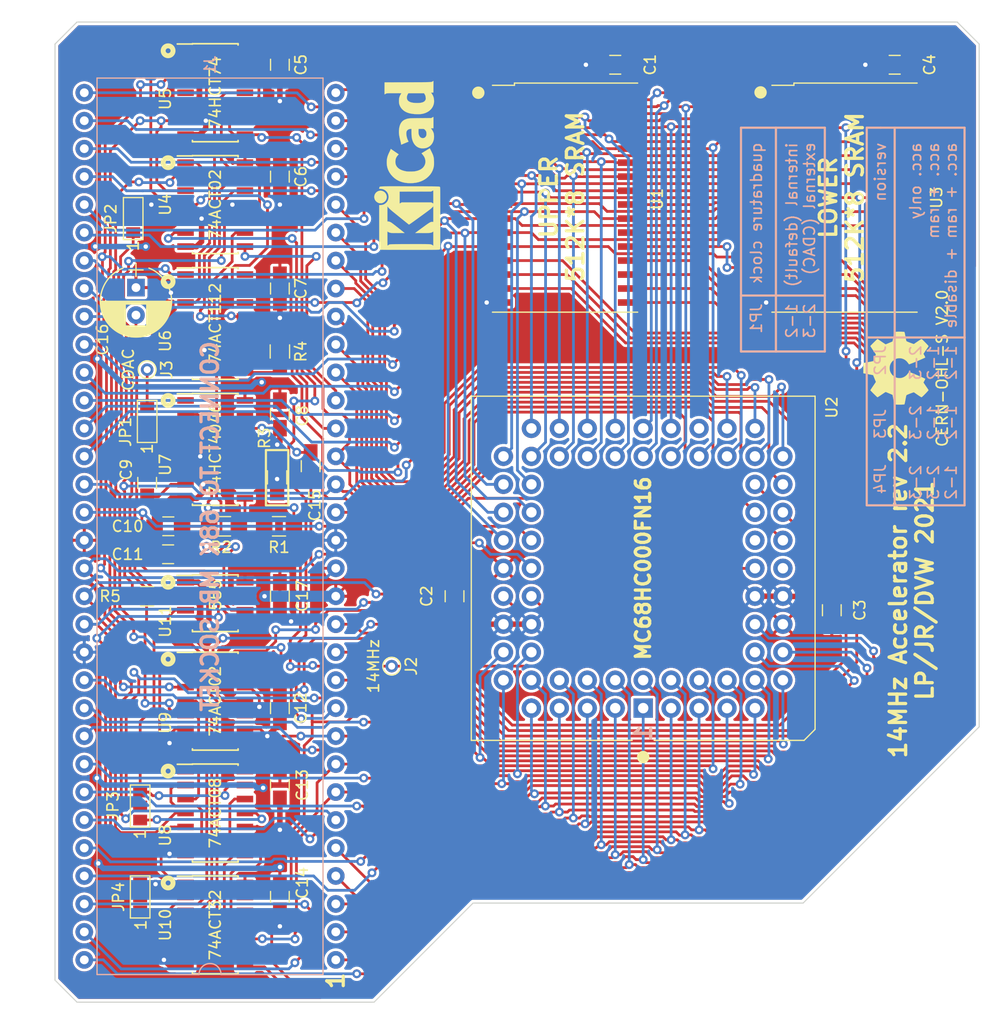
<source format=kicad_pcb>
(kicad_pcb (version 4) (host pcbnew 4.0.7)
  (title_block (title "14MHz Accelerator") (date 2021-05-20) (rev 2.1) (company "Dennis van Weeren"))
  (layers (0 F.Cu signal) (31 B.Cu signal) (34 B.Paste user hide) (35 F.Paste user hide) (36 B.SilkS user hide) (37 F.SilkS user) (38 B.Mask user hide) (39 F.Mask user hide) (44 Edge.Cuts user))
  (net 0 "")
  (net 1 VCC)
  (net 2 GND)
  (net 3 D5)
  (net 4 A4)
  (net 5 D6)
  (net 6 A3)
  (net 7 D7)
  (net 8 A2)
  (net 9 D8)
  (net 10 A1)
  (net 11 D9)
  (net 12 FC0)
  (net 13 D10)
  (net 14 FC1)
  (net 15 D11)
  (net 16 FC2)
  (net 17 D12)
  (net 18 ~IPL0~)
  (net 19 D13)
  (net 20 ~IPL1~)
  (net 21 D14)
  (net 22 ~IPL2~)
  (net 23 D15)
  (net 24 ~BERR~)
  (net 25 ~VPA_7)
  (net 26 A23)
  (net 27 E_7)
  (net 28 A22)
  (net 29 ~VMA_7)
  (net 30 A21)
  (net 31 ~RESET~)
  (net 32 ~HALT~)
  (net 33 A20)
  (net 34 A19)
  (net 35 CLK_7)
  (net 36 A18)
  (net 37 A17)
  (net 38 ~BR~)
  (net 39 A16)
  (net 40 ~BGACK~)
  (net 41 A15)
  (net 42 ~BG~)
  (net 43 A14)
  (net 44 ~DTACK_7)
  (net 45 A13)
  (net 46 R/~W)
  (net 47 A12)
  (net 48 ~LDS)
  (net 49 A11)
  (net 50 ~UDS)
  (net 51 A10)
  (net 52 ~AS_7)
  (net 53 A9)
  (net 54 D0)
  (net 55 A8)
  (net 56 D1)
  (net 57 A7)
  (net 58 D2)
  (net 59 A6)
  (net 60 D3)
  (net 61 A5)
  (net 62 D4)
  (net 63 CLK_14)
  (net 64 /~CS_URAM)
  (net 65 /~OE_RAM)
  (net 66 /~WE_RAM)
  (net 67 ~AS_CPU)
  (net 68 ~DTACK_CPU)
  (net 69 E_14)
  (net 70 /~CS_LRAM)
  (net 71 "Net-(C9-Pad1)")
  (net 72 "Net-(C9-Pad2)")
  (net 73 "Net-(C11-Pad1)")
  (net 74 "Net-(C15-Pad2)")
  (net 75 "Net-(C16-Pad2)")
  (net 76 "/bus interface/~DTACK_14")
  (net 77 "Net-(J3-Pad1)")
  (net 78 "Net-(R3-Pad1)")
  (net 79 "Net-(R4-Pad2)")
  (net 80 "Net-(U4-Pad1)")
  (net 81 "/bus interface/AS_14")
  (net 82 "Net-(U4-Pad10)")
  (net 83 "Net-(U11-Pad6)")
  (net 84 "/bus interface/AS7")
  (net 85 "/bus interface/QCLK_7")
  (net 86 "Net-(C10-Pad1)")
  (net 87 "Net-(JP1-Pad2)")
  (net 88 "/fast ram controller/DECODE")
  (net 89 "Net-(JP2-Pad2)")
  (net 90 "Net-(JP3-Pad1)")
  (net 91 "Net-(JP4-Pad1)")
  (net 92 RAM_DIS)
  (net 93 "Net-(U10-Pad5)")
  (net 94 ~RAM_CYCLE)
  (net 95 "Net-(U10-Pad3)")
  (net 96 "/fast ram controller/~DECODE")
  (net 97 "Net-(U8-Pad1)")
  (net 98 "Net-(U8-Pad2)")
  (module Housings_SOIC:SOIC-14_3.9x8.7mm_Pitch1.27mm (layer F.Cu) (at 85.565 58.42)
    (fp_text reference U5 (at -4.539 0.5715 90) (layer F.SilkS))
    (fp_text value 74HCT74 (at 0 0 90) (layer F.SilkS))
    (pad 1 smd rect (at -2.7 -3.81) (size 1.5 0.6) (layers F.Cu F.Paste F.Mask) (net 81 "/bus interface/AS_14"))
    (pad 2 smd rect (at -2.7 -2.54) (size 1.5 0.6) (layers F.Cu F.Paste F.Mask) (net 81 "/bus interface/AS_14"))
    (pad 3 smd rect (at -2.7 -1.27) (size 1.5 0.6) (layers F.Cu F.Paste F.Mask) (net 35 CLK_7))
    (pad 4 smd rect (at -2.7 0) (size 1.5 0.6) (layers F.Cu F.Paste F.Mask) (net 1 VCC))
    (pad 5 smd rect (at -2.7 1.27) (size 1.5 0.6) (layers F.Cu F.Paste F.Mask) (net 84 "/bus interface/AS7"))
    (pad 6 smd rect (at -2.7 2.54) (size 1.5 0.6) (layers F.Cu F.Paste F.Mask) (net 52 ~AS_7))
    (pad 7 smd rect (at -2.7 3.81) (size 1.5 0.6) (layers F.Cu F.Paste F.Mask) (net 2 GND))
    (pad 8 smd rect (at 2.7 3.81) (size 1.5 0.6) (layers F.Cu F.Paste F.Mask) (net 29 ~VMA_7))
    (pad 9 smd rect (at 2.7 2.54) (size 1.5 0.6) (layers F.Cu F.Paste F.Mask))
    (pad 10 smd rect (at 2.7 1.27) (size 1.5 0.6) (layers F.Cu F.Paste F.Mask) (net 29 ~VMA_7))
    (pad 11 smd rect (at 2.7 0) (size 1.5 0.6) (layers F.Cu F.Paste F.Mask) (net 69 E_14))
    (pad 12 smd rect (at 2.7 -1.27) (size 1.5 0.6) (layers F.Cu F.Paste F.Mask) (net 82 "Net-(U4-Pad10)"))
    (pad 13 smd rect (at 2.7 -2.54) (size 1.5 0.6) (layers F.Cu F.Paste F.Mask) (net 84 "/bus interface/AS7"))
    (pad 14 smd rect (at 2.7 -3.81) (size 1.5 0.6) (layers F.Cu F.Paste F.Mask) (net 1 VCC))
  )
  (module Housings_DIP:DIP-64_W22.86mm (layer B.Cu) (at 73.66 137.16)
    (fp_text reference J1 (at 11.43 -81.28 90) (layer B.SilkS) (effects (justify mirror)))
    (fp_text value 68K_Host_Interface)
    (pad 1 thru_hole circle (at 0 0) (size 1.6 1.6) (drill 0.8) (layers *.Cu *.Mask) (net 3 D5))
    (pad 33 thru_hole oval (at 22.86 -78.74) (size 1.6 1.6) (drill 0.8) (layers *.Cu *.Mask) (net 4 A4))
    (pad 2 thru_hole oval (at 0 -2.54) (size 1.6 1.6) (drill 0.8) (layers *.Cu *.Mask) (net 5 D6))
    (pad 34 thru_hole oval (at 22.86 -76.2) (size 1.6 1.6) (drill 0.8) (layers *.Cu *.Mask) (net 6 A3))
    (pad 3 thru_hole oval (at 0 -5.08) (size 1.6 1.6) (drill 0.8) (layers *.Cu *.Mask) (net 7 D7))
    (pad 35 thru_hole oval (at 22.86 -73.66) (size 1.6 1.6) (drill 0.8) (layers *.Cu *.Mask) (net 8 A2))
    (pad 4 thru_hole oval (at 0 -7.62) (size 1.6 1.6) (drill 0.8) (layers *.Cu *.Mask) (net 9 D8))
    (pad 36 thru_hole oval (at 22.86 -71.12) (size 1.6 1.6) (drill 0.8) (layers *.Cu *.Mask) (net 10 A1))
    (pad 5 thru_hole oval (at 0 -10.16) (size 1.6 1.6) (drill 0.8) (layers *.Cu *.Mask) (net 11 D9))
    (pad 37 thru_hole oval (at 22.86 -68.58) (size 1.6 1.6) (drill 0.8) (layers *.Cu *.Mask) (net 12 FC0))
    (pad 6 thru_hole oval (at 0 -12.7) (size 1.6 1.6) (drill 0.8) (layers *.Cu *.Mask) (net 13 D10))
    (pad 38 thru_hole oval (at 22.86 -66.04) (size 1.6 1.6) (drill 0.8) (layers *.Cu *.Mask) (net 14 FC1))
    (pad 7 thru_hole oval (at 0 -15.24) (size 1.6 1.6) (drill 0.8) (layers *.Cu *.Mask) (net 15 D11))
    (pad 39 thru_hole oval (at 22.86 -63.5) (size 1.6 1.6) (drill 0.8) (layers *.Cu *.Mask) (net 16 FC2))
    (pad 8 thru_hole oval (at 0 -17.78) (size 1.6 1.6) (drill 0.8) (layers *.Cu *.Mask) (net 17 D12))
    (pad 40 thru_hole oval (at 22.86 -60.96) (size 1.6 1.6) (drill 0.8) (layers *.Cu *.Mask) (net 18 ~IPL0~))
    (pad 9 thru_hole oval (at 0 -20.32) (size 1.6 1.6) (drill 0.8) (layers *.Cu *.Mask) (net 19 D13))
    (pad 41 thru_hole oval (at 22.86 -58.42) (size 1.6 1.6) (drill 0.8) (layers *.Cu *.Mask) (net 20 ~IPL1~))
    (pad 10 thru_hole oval (at 0 -22.86) (size 1.6 1.6) (drill 0.8) (layers *.Cu *.Mask) (net 21 D14))
    (pad 42 thru_hole oval (at 22.86 -55.88) (size 1.6 1.6) (drill 0.8) (layers *.Cu *.Mask) (net 22 ~IPL2~))
    (pad 11 thru_hole oval (at 0 -25.4) (size 1.6 1.6) (drill 0.8) (layers *.Cu *.Mask) (net 23 D15))
    (pad 43 thru_hole oval (at 22.86 -53.34) (size 1.6 1.6) (drill 0.8) (layers *.Cu *.Mask) (net 24 ~BERR~))
    (pad 12 thru_hole oval (at 0 -27.94) (size 1.6 1.6) (drill 0.8) (layers *.Cu *.Mask) (net 2 GND))
    (pad 44 thru_hole oval (at 22.86 -50.8) (size 1.6 1.6) (drill 0.8) (layers *.Cu *.Mask) (net 25 ~VPA_7))
    (pad 13 thru_hole oval (at 0 -30.48) (size 1.6 1.6) (drill 0.8) (layers *.Cu *.Mask) (net 26 A23))
    (pad 45 thru_hole oval (at 22.86 -48.26) (size 1.6 1.6) (drill 0.8) (layers *.Cu *.Mask) (net 27 E_7))
    (pad 14 thru_hole oval (at 0 -33.02) (size 1.6 1.6) (drill 0.8) (layers *.Cu *.Mask) (net 28 A22))
    (pad 46 thru_hole oval (at 22.86 -45.72) (size 1.6 1.6) (drill 0.8) (layers *.Cu *.Mask) (net 29 ~VMA_7))
    (pad 15 thru_hole oval (at 0 -35.56) (size 1.6 1.6) (drill 0.8) (layers *.Cu *.Mask) (net 30 A21))
    (pad 47 thru_hole oval (at 22.86 -43.18) (size 1.6 1.6) (drill 0.8) (layers *.Cu *.Mask) (net 31 ~RESET~))
    (pad 16 thru_hole oval (at 0 -38.1) (size 1.6 1.6) (drill 0.8) (layers *.Cu *.Mask) (net 1 VCC))
    (pad 48 thru_hole oval (at 22.86 -40.64) (size 1.6 1.6) (drill 0.8) (layers *.Cu *.Mask) (net 32 ~HALT~))
    (pad 17 thru_hole oval (at 0 -40.64) (size 1.6 1.6) (drill 0.8) (layers *.Cu *.Mask) (net 33 A20))
    (pad 49 thru_hole oval (at 22.86 -38.1) (size 1.6 1.6) (drill 0.8) (layers *.Cu *.Mask) (net 2 GND))
    (pad 18 thru_hole oval (at 0 -43.18) (size 1.6 1.6) (drill 0.8) (layers *.Cu *.Mask) (net 34 A19))
    (pad 50 thru_hole oval (at 22.86 -35.56) (size 1.6 1.6) (drill 0.8) (layers *.Cu *.Mask) (net 35 CLK_7))
    (pad 19 thru_hole oval (at 0 -45.72) (size 1.6 1.6) (drill 0.8) (layers *.Cu *.Mask) (net 36 A18))
    (pad 51 thru_hole oval (at 22.86 -33.02) (size 1.6 1.6) (drill 0.8) (layers *.Cu *.Mask) (net 1 VCC))
    (pad 20 thru_hole oval (at 0 -48.26) (size 1.6 1.6) (drill 0.8) (layers *.Cu *.Mask) (net 37 A17))
    (pad 52 thru_hole oval (at 22.86 -30.48) (size 1.6 1.6) (drill 0.8) (layers *.Cu *.Mask) (net 38 ~BR~))
    (pad 21 thru_hole oval (at 0 -50.8) (size 1.6 1.6) (drill 0.8) (layers *.Cu *.Mask) (net 39 A16))
    (pad 53 thru_hole oval (at 22.86 -27.94) (size 1.6 1.6) (drill 0.8) (layers *.Cu *.Mask) (net 40 ~BGACK~))
    (pad 22 thru_hole oval (at 0 -53.34) (size 1.6 1.6) (drill 0.8) (layers *.Cu *.Mask) (net 41 A15))
    (pad 54 thru_hole oval (at 22.86 -25.4) (size 1.6 1.6) (drill 0.8) (layers *.Cu *.Mask) (net 42 ~BG~))
    (pad 23 thru_hole oval (at 0 -55.88) (size 1.6 1.6) (drill 0.8) (layers *.Cu *.Mask) (net 43 A14))
    (pad 55 thru_hole oval (at 22.86 -22.86) (size 1.6 1.6) (drill 0.8) (layers *.Cu *.Mask) (net 44 ~DTACK_7))
    (pad 24 thru_hole oval (at 0 -58.42) (size 1.6 1.6) (drill 0.8) (layers *.Cu *.Mask) (net 45 A13))
    (pad 56 thru_hole oval (at 22.86 -20.32) (size 1.6 1.6) (drill 0.8) (layers *.Cu *.Mask) (net 46 R/~W))
    (pad 25 thru_hole oval (at 0 -60.96) (size 1.6 1.6) (drill 0.8) (layers *.Cu *.Mask) (net 47 A12))
    (pad 57 thru_hole oval (at 22.86 -17.78) (size 1.6 1.6) (drill 0.8) (layers *.Cu *.Mask) (net 48 ~LDS))
    (pad 26 thru_hole oval (at 0 -63.5) (size 1.6 1.6) (drill 0.8) (layers *.Cu *.Mask) (net 49 A11))
    (pad 58 thru_hole oval (at 22.86 -15.24) (size 1.6 1.6) (drill 0.8) (layers *.Cu *.Mask) (net 50 ~UDS))
    (pad 27 thru_hole oval (at 0 -66.04) (size 1.6 1.6) (drill 0.8) (layers *.Cu *.Mask) (net 51 A10))
    (pad 59 thru_hole oval (at 22.86 -12.7) (size 1.6 1.6) (drill 0.8) (layers *.Cu *.Mask) (net 52 ~AS_7))
    (pad 28 thru_hole oval (at 0 -68.58) (size 1.6 1.6) (drill 0.8) (layers *.Cu *.Mask) (net 53 A9))
    (pad 60 thru_hole oval (at 22.86 -10.16) (size 1.6 1.6) (drill 0.8) (layers *.Cu *.Mask) (net 54 D0))
    (pad 29 thru_hole oval (at 0 -71.12) (size 1.6 1.6) (drill 0.8) (layers *.Cu *.Mask) (net 55 A8))
    (pad 61 thru_hole oval (at 22.86 -7.62) (size 1.6 1.6) (drill 0.8) (layers *.Cu *.Mask) (net 56 D1))
    (pad 30 thru_hole oval (at 0 -73.66) (size 1.6 1.6) (drill 0.8) (layers *.Cu *.Mask) (net 57 A7))
    (pad 62 thru_hole oval (at 22.86 -5.08) (size 1.6 1.6) (drill 0.8) (layers *.Cu *.Mask) (net 58 D2))
    (pad 31 thru_hole oval (at 0 -76.2) (size 1.6 1.6) (drill 0.8) (layers *.Cu *.Mask) (net 59 A6))
    (pad 63 thru_hole oval (at 22.86 -2.54) (size 1.6 1.6) (drill 0.8) (layers *.Cu *.Mask) (net 60 D3))
    (pad 32 thru_hole oval (at 0 -78.74) (size 1.6 1.6) (drill 0.8) (layers *.Cu *.Mask) (net 61 A5))
    (pad 64 thru_hole oval (at 22.86 0) (size 1.6 1.6) (drill 0.8) (layers *.Cu *.Mask) (net 62 D4))
  )
  (module Housings_SSOP:TSOP-II-32_21.0x10.2mm_Pitch1.27mm (layer F.Cu) (at 117.36 67.945)
    (fp_text reference U1 (at 8.37 0.127 90) (layer F.SilkS))
    (fp_text value 512K*8_SRAM)
    (pad 1 smd rect (at -5.6 -9.525) (size 1.6 0.6) (layers F.Cu F.Paste F.Mask) (net 4 A4))
    (pad 2 smd rect (at -5.6 -8.255) (size 1.6 0.6) (layers F.Cu F.Paste F.Mask) (net 6 A3))
    (pad 3 smd rect (at -5.6 -6.985) (size 1.6 0.6) (layers F.Cu F.Paste F.Mask) (net 8 A2))
    (pad 4 smd rect (at -5.6 -5.715) (size 1.6 0.6) (layers F.Cu F.Paste F.Mask) (net 57 A7))
    (pad 5 smd rect (at -5.6 -4.445) (size 1.6 0.6) (layers F.Cu F.Paste F.Mask) (net 55 A8))
    (pad 6 smd rect (at -5.6 -3.175) (size 1.6 0.6) (layers F.Cu F.Paste F.Mask) (net 51 A10))
    (pad 7 smd rect (at -5.6 -1.905) (size 1.6 0.6) (layers F.Cu F.Paste F.Mask) (net 47 A12))
    (pad 8 smd rect (at -5.6 -0.625) (size 1.6 0.6) (layers F.Cu F.Paste F.Mask) (net 43 A14))
    (pad 9 smd rect (at -5.6 0.625) (size 1.6 0.6) (layers F.Cu F.Paste F.Mask) (net 41 A15))
    (pad 10 smd rect (at -5.6 1.905) (size 1.6 0.6) (layers F.Cu F.Paste F.Mask) (net 37 A17))
    (pad 11 smd rect (at -5.6 3.175) (size 1.6 0.6) (layers F.Cu F.Paste F.Mask) (net 36 A18))
    (pad 12 smd rect (at -5.6 4.445) (size 1.6 0.6) (layers F.Cu F.Paste F.Mask) (net 34 A19))
    (pad 13 smd rect (at -5.6 5.715) (size 1.6 0.6) (layers F.Cu F.Paste F.Mask) (net 19 D13))
    (pad 14 smd rect (at -5.6 6.985) (size 1.6 0.6) (layers F.Cu F.Paste F.Mask) (net 21 D14))
    (pad 15 smd rect (at -5.6 8.255) (size 1.6 0.6) (layers F.Cu F.Paste F.Mask) (net 23 D15))
    (pad 16 smd rect (at -5.6 9.525) (size 1.6 0.6) (layers F.Cu F.Paste F.Mask) (net 2 GND))
    (pad 17 smd rect (at 5.6 9.525) (size 1.6 0.6) (layers F.Cu F.Paste F.Mask) (net 17 D12))
    (pad 18 smd rect (at 5.6 8.255) (size 1.6 0.6) (layers F.Cu F.Paste F.Mask) (net 15 D11))
    (pad 19 smd rect (at 5.6 6.985) (size 1.6 0.6) (layers F.Cu F.Paste F.Mask) (net 13 D10))
    (pad 20 smd rect (at 5.6 5.715) (size 1.6 0.6) (layers F.Cu F.Paste F.Mask) (net 11 D9))
    (pad 21 smd rect (at 5.6 4.445) (size 1.6 0.6) (layers F.Cu F.Paste F.Mask) (net 9 D8))
    (pad 22 smd rect (at 5.6 3.175) (size 1.6 0.6) (layers F.Cu F.Paste F.Mask) (net 64 /~CS_URAM))
    (pad 23 smd rect (at 5.6 1.905) (size 1.6 0.6) (layers F.Cu F.Paste F.Mask) (net 39 A16))
    (pad 24 smd rect (at 5.6 0.625) (size 1.6 0.6) (layers F.Cu F.Paste F.Mask) (net 65 /~OE_RAM))
    (pad 25 smd rect (at 5.6 -0.625) (size 1.6 0.6) (layers F.Cu F.Paste F.Mask) (net 45 A13))
    (pad 26 smd rect (at 5.6 -1.905) (size 1.6 0.6) (layers F.Cu F.Paste F.Mask) (net 49 A11))
    (pad 27 smd rect (at 5.6 -3.175) (size 1.6 0.6) (layers F.Cu F.Paste F.Mask) (net 53 A9))
    (pad 28 smd rect (at 5.6 -4.445) (size 1.6 0.6) (layers F.Cu F.Paste F.Mask) (net 10 A1))
    (pad 29 smd rect (at 5.6 -5.715) (size 1.6 0.6) (layers F.Cu F.Paste F.Mask) (net 66 /~WE_RAM))
    (pad 30 smd rect (at 5.6 -6.985) (size 1.6 0.6) (layers F.Cu F.Paste F.Mask) (net 59 A6))
    (pad 31 smd rect (at 5.6 -8.255) (size 1.6 0.6) (layers F.Cu F.Paste F.Mask) (net 61 A5))
    (pad 32 smd rect (at 5.6 -9.525) (size 1.6 0.6) (layers F.Cu F.Paste F.Mask) (net 1 VCC))
  )
  (module Capacitors_SMD:C_0805_HandSoldering (layer F.Cu) (at 121.92 55.88 180)
    (fp_text reference C1 (at -3.175 0 270) (layer F.SilkS))
    (fp_text value 100n)
    (pad 1 smd rect (at -1.25 0 180) (size 1.5 1.25) (layers F.Cu F.Paste F.Mask) (net 1 VCC))
    (pad 2 smd rect (at 1.25 0 180) (size 1.5 1.25) (layers F.Cu F.Paste F.Mask) (net 2 GND))
  )
  (module Capacitors_SMD:C_0805_HandSoldering (layer F.Cu) (at 107.315 104.14 90)
    (fp_text reference C2 (at 0 -2.54 270) (layer F.SilkS))
    (fp_text value 100n)
    (pad 1 smd rect (at -1.25 0 90) (size 1.5 1.25) (layers F.Cu F.Paste F.Mask) (net 2 GND))
    (pad 2 smd rect (at 1.25 0 90) (size 1.5 1.25) (layers F.Cu F.Paste F.Mask) (net 1 VCC))
  )
  (module Capacitors_SMD:C_0805_HandSoldering (layer F.Cu) (at 141.605 105.41 90)
    (fp_text reference C3 (at 0 2.54 270) (layer F.SilkS))
    (fp_text value 100n)
    (pad 1 smd rect (at -1.25 0 90) (size 1.5 1.25) (layers F.Cu F.Paste F.Mask) (net 1 VCC))
    (pad 2 smd rect (at 1.25 0 90) (size 1.5 1.25) (layers F.Cu F.Paste F.Mask) (net 2 GND))
  )
  (module Capacitors_SMD:C_0805_HandSoldering (layer F.Cu) (at 147.32 55.88)
    (fp_text reference C4 (at 3.175 0 90) (layer F.SilkS))
    (fp_text value 100n)
    (pad 1 smd rect (at -1.25 0) (size 1.5 1.25) (layers F.Cu F.Paste F.Mask) (net 2 GND))
    (pad 2 smd rect (at 1.25 0) (size 1.5 1.25) (layers F.Cu F.Paste F.Mask) (net 1 VCC))
  )
  (module Kicad_modules:PLCC68_through_hole_socket (layer F.Cu) (at 124.46 114.3 180)
    (fp_text reference U2 (at -17.145 27.305 270) (layer F.SilkS))
    (fp_text value MC68HC000)
    (pad 2 thru_hole circle (at 0 2.54 180) (size 1.75 1.75) (drill 0.95) (layers *.Cu *.Mask) (net 60 D3))
    (pad 4 thru_hole circle (at -2.54 2.54 180) (size 1.75 1.75) (drill 0.95) (layers *.Cu *.Mask) (net 56 D1))
    (pad 6 thru_hole circle (at -5.08 2.54 180) (size 1.75 1.75) (drill 0.95) (layers *.Cu *.Mask) (net 67 ~AS_CPU))
    (pad 8 thru_hole circle (at -7.62 2.54 180) (size 1.75 1.75) (drill 0.95) (layers *.Cu *.Mask) (net 48 ~LDS))
    (pad 68 thru_hole circle (at 2.54 2.54 180) (size 1.75 1.75) (drill 0.95) (layers *.Cu *.Mask) (net 3 D5))
    (pad 66 thru_hole circle (at 5.08 2.54 180) (size 1.75 1.75) (drill 0.95) (layers *.Cu *.Mask) (net 7 D7))
    (pad 64 thru_hole circle (at 7.62 2.54 180) (size 1.75 1.75) (drill 0.95) (layers *.Cu *.Mask) (net 11 D9))
    (pad 62 thru_hole circle (at 10.16 2.54 180) (size 1.75 1.75) (drill 0.95) (layers *.Cu *.Mask) (net 15 D11))
    (pad 60 thru_hole circle (at 12.7 2.54 180) (size 1.75 1.75) (drill 0.95) (layers *.Cu *.Mask) (net 19 D13))
    (pad 1 thru_hole rect (at 0 0 180) (size 1.75 1.75) (drill 0.95) (layers *.Cu *.Mask) (net 62 D4))
    (pad 3 thru_hole circle (at -2.54 0 180) (size 1.75 1.75) (drill 0.95) (layers *.Cu *.Mask) (net 58 D2))
    (pad 5 thru_hole circle (at -5.08 0 180) (size 1.75 1.75) (drill 0.95) (layers *.Cu *.Mask) (net 54 D0))
    (pad 7 thru_hole circle (at -7.62 0 180) (size 1.75 1.75) (drill 0.95) (layers *.Cu *.Mask) (net 50 ~UDS))
    (pad 9 thru_hole circle (at -10.16 0 180) (size 1.75 1.75) (drill 0.95) (layers *.Cu *.Mask) (net 46 R/~W))
    (pad 67 thru_hole circle (at 2.54 0 180) (size 1.75 1.75) (drill 0.95) (layers *.Cu *.Mask) (net 5 D6))
    (pad 65 thru_hole circle (at 5.08 0 180) (size 1.75 1.75) (drill 0.95) (layers *.Cu *.Mask) (net 9 D8))
    (pad 63 thru_hole circle (at 7.62 0 180) (size 1.75 1.75) (drill 0.95) (layers *.Cu *.Mask) (net 13 D10))
    (pad 61 thru_hole circle (at 10.16 0 180) (size 1.75 1.75) (drill 0.95) (layers *.Cu *.Mask) (net 17 D12))
    (pad 11 thru_hole circle (at -10.16 2.54 180) (size 1.75 1.75) (drill 0.95) (layers *.Cu *.Mask) (net 42 ~BG~))
    (pad 13 thru_hole circle (at -10.16 5.08 180) (size 1.75 1.75) (drill 0.95) (layers *.Cu *.Mask) (net 38 ~BR~))
    (pad 15 thru_hole circle (at -10.16 7.62 180) (size 1.75 1.75) (drill 0.95) (layers *.Cu *.Mask) (net 63 CLK_14))
    (pad 17 thru_hole circle (at -10.16 10.16 180) (size 1.75 1.75) (drill 0.95) (layers *.Cu *.Mask) (net 2 GND))
    (pad 19 thru_hole circle (at -10.16 12.7 180) (size 1.75 1.75) (drill 0.95) (layers *.Cu *.Mask) (net 32 ~HALT~))
    (pad 21 thru_hole circle (at -10.16 15.24 180) (size 1.75 1.75) (drill 0.95) (layers *.Cu *.Mask))
    (pad 23 thru_hole circle (at -10.16 17.78 180) (size 1.75 1.75) (drill 0.95) (layers *.Cu *.Mask) (net 29 ~VMA_7))
    (pad 25 thru_hole circle (at -10.16 20.32 180) (size 1.75 1.75) (drill 0.95) (layers *.Cu *.Mask) (net 22 ~IPL2~))
    (pad 10 thru_hole circle (at -12.7 2.54 180) (size 1.75 1.75) (drill 0.95) (layers *.Cu *.Mask) (net 68 ~DTACK_CPU))
    (pad 12 thru_hole circle (at -12.7 5.08 180) (size 1.75 1.75) (drill 0.95) (layers *.Cu *.Mask) (net 40 ~BGACK~))
    (pad 14 thru_hole circle (at -12.7 7.62 180) (size 1.75 1.75) (drill 0.95) (layers *.Cu *.Mask) (net 1 VCC))
    (pad 16 thru_hole circle (at -12.7 10.16 180) (size 1.75 1.75) (drill 0.95) (layers *.Cu *.Mask) (net 2 GND))
    (pad 18 thru_hole circle (at -12.7 12.7 180) (size 1.75 1.75) (drill 0.95) (layers *.Cu *.Mask))
    (pad 20 thru_hole circle (at -12.7 15.24 180) (size 1.75 1.75) (drill 0.95) (layers *.Cu *.Mask) (net 31 ~RESET~))
    (pad 22 thru_hole circle (at -12.7 17.78 180) (size 1.75 1.75) (drill 0.95) (layers *.Cu *.Mask) (net 69 E_14))
    (pad 24 thru_hole circle (at -12.7 20.32 180) (size 1.75 1.75) (drill 0.95) (layers *.Cu *.Mask) (net 24 ~BERR~))
    (pad 26 thru_hole circle (at -12.7 22.86 180) (size 1.75 1.75) (drill 0.95) (layers *.Cu *.Mask) (net 20 ~IPL1~))
    (pad 28 thru_hole circle (at -10.16 22.86 180) (size 1.75 1.75) (drill 0.95) (layers *.Cu *.Mask) (net 16 FC2))
    (pad 30 thru_hole circle (at -7.62 22.86 180) (size 1.75 1.75) (drill 0.95) (layers *.Cu *.Mask) (net 12 FC0))
    (pad 32 thru_hole circle (at -5.08 22.86 180) (size 1.75 1.75) (drill 0.95) (layers *.Cu *.Mask) (net 10 A1))
    (pad 34 thru_hole circle (at -2.54 22.86 180) (size 1.75 1.75) (drill 0.95) (layers *.Cu *.Mask) (net 6 A3))
    (pad 36 thru_hole circle (at 0 22.86 180) (size 1.75 1.75) (drill 0.95) (layers *.Cu *.Mask) (net 61 A5))
    (pad 38 thru_hole circle (at 2.54 22.86 180) (size 1.75 1.75) (drill 0.95) (layers *.Cu *.Mask) (net 57 A7))
    (pad 40 thru_hole circle (at 5.08 22.86 180) (size 1.75 1.75) (drill 0.95) (layers *.Cu *.Mask) (net 53 A9))
    (pad 42 thru_hole circle (at 7.62 22.86 180) (size 1.75 1.75) (drill 0.95) (layers *.Cu *.Mask) (net 49 A11))
    (pad 45 thru_hole circle (at 10.16 22.86 180) (size 1.75 1.75) (drill 0.95) (layers *.Cu *.Mask) (net 43 A14))
    (pad 27 thru_hole circle (at -10.16 25.4 180) (size 1.75 1.75) (drill 0.95) (layers *.Cu *.Mask) (net 18 ~IPL0~))
    (pad 29 thru_hole circle (at -7.62 25.4 180) (size 1.75 1.75) (drill 0.95) (layers *.Cu *.Mask) (net 14 FC1))
    (pad 31 thru_hole circle (at -5.08 25.4 180) (size 1.75 1.75) (drill 0.95) (layers *.Cu *.Mask))
    (pad 33 thru_hole circle (at -2.54 25.4 180) (size 1.75 1.75) (drill 0.95) (layers *.Cu *.Mask) (net 8 A2))
    (pad 35 thru_hole circle (at 0 25.4 180) (size 1.75 1.75) (drill 0.95) (layers *.Cu *.Mask) (net 4 A4))
    (pad 37 thru_hole circle (at 2.54 25.4 180) (size 1.75 1.75) (drill 0.95) (layers *.Cu *.Mask) (net 59 A6))
    (pad 39 thru_hole circle (at 5.08 25.4 180) (size 1.75 1.75) (drill 0.95) (layers *.Cu *.Mask) (net 55 A8))
    (pad 41 thru_hole circle (at 7.62 25.4 180) (size 1.75 1.75) (drill 0.95) (layers *.Cu *.Mask) (net 51 A10))
    (pad 43 thru_hole circle (at 10.16 25.4 180) (size 1.75 1.75) (drill 0.95) (layers *.Cu *.Mask) (net 47 A12))
    (pad 47 thru_hole circle (at 10.16 20.32 180) (size 1.75 1.75) (drill 0.95) (layers *.Cu *.Mask) (net 39 A16))
    (pad 49 thru_hole circle (at 10.16 17.78 180) (size 1.75 1.75) (drill 0.95) (layers *.Cu *.Mask) (net 36 A18))
    (pad 51 thru_hole circle (at 10.16 15.24 180) (size 1.75 1.75) (drill 0.95) (layers *.Cu *.Mask) (net 33 A20))
    (pad 53 thru_hole circle (at 10.16 12.7 180) (size 1.75 1.75) (drill 0.95) (layers *.Cu *.Mask) (net 30 A21))
    (pad 55 thru_hole circle (at 10.16 10.16 180) (size 1.75 1.75) (drill 0.95) (layers *.Cu *.Mask) (net 26 A23))
    (pad 57 thru_hole circle (at 10.16 7.62 180) (size 1.75 1.75) (drill 0.95) (layers *.Cu *.Mask) (net 2 GND))
    (pad 59 thru_hole circle (at 10.16 5.08 180) (size 1.75 1.75) (drill 0.95) (layers *.Cu *.Mask) (net 21 D14))
    (pad 61 thru_hole circle (at 10.16 0 180) (size 1.75 1.75) (drill 0.95) (layers *.Cu *.Mask) (net 17 D12))
    (pad 44 thru_hole circle (at 12.7 22.86 180) (size 1.75 1.75) (drill 0.95) (layers *.Cu *.Mask) (net 45 A13))
    (pad 46 thru_hole circle (at 12.7 20.32 180) (size 1.75 1.75) (drill 0.95) (layers *.Cu *.Mask) (net 41 A15))
    (pad 48 thru_hole circle (at 12.7 17.78 180) (size 1.75 1.75) (drill 0.95) (layers *.Cu *.Mask) (net 37 A17))
    (pad 50 thru_hole circle (at 12.7 15.24 180) (size 1.75 1.75) (drill 0.95) (layers *.Cu *.Mask) (net 34 A19))
    (pad 52 thru_hole circle (at 12.7 12.7 180) (size 1.75 1.75) (drill 0.95) (layers *.Cu *.Mask) (net 1 VCC))
    (pad 54 thru_hole circle (at 12.7 10.16 180) (size 1.75 1.75) (drill 0.95) (layers *.Cu *.Mask) (net 28 A22))
    (pad 56 thru_hole circle (at 12.7 7.62 180) (size 1.75 1.75) (drill 0.95) (layers *.Cu *.Mask) (net 2 GND))
    (pad 58 thru_hole circle (at 12.7 5.08 180) (size 1.75 1.75) (drill 0.95) (layers *.Cu *.Mask) (net 23 D15))
    (pad 60 thru_hole circle (at 12.7 2.54 180) (size 1.75 1.75) (drill 0.95) (layers *.Cu *.Mask) (net 19 D13))
  )
  (module Housings_SSOP:TSOP-II-32_21.0x10.2mm_Pitch1.27mm (layer F.Cu) (at 142.76 67.945)
    (fp_text reference U3 (at 8.37 0 90) (layer F.SilkS))
    (fp_text value 512K*8_SRAM)
    (pad 1 smd rect (at -5.6 -9.525) (size 1.6 0.6) (layers F.Cu F.Paste F.Mask) (net 4 A4))
    (pad 2 smd rect (at -5.6 -8.255) (size 1.6 0.6) (layers F.Cu F.Paste F.Mask) (net 6 A3))
    (pad 3 smd rect (at -5.6 -6.985) (size 1.6 0.6) (layers F.Cu F.Paste F.Mask) (net 8 A2))
    (pad 4 smd rect (at -5.6 -5.715) (size 1.6 0.6) (layers F.Cu F.Paste F.Mask) (net 57 A7))
    (pad 5 smd rect (at -5.6 -4.445) (size 1.6 0.6) (layers F.Cu F.Paste F.Mask) (net 55 A8))
    (pad 6 smd rect (at -5.6 -3.175) (size 1.6 0.6) (layers F.Cu F.Paste F.Mask) (net 51 A10))
    (pad 7 smd rect (at -5.6 -1.905) (size 1.6 0.6) (layers F.Cu F.Paste F.Mask) (net 47 A12))
    (pad 8 smd rect (at -5.6 -0.625) (size 1.6 0.6) (layers F.Cu F.Paste F.Mask) (net 43 A14))
    (pad 9 smd rect (at -5.6 0.625) (size 1.6 0.6) (layers F.Cu F.Paste F.Mask) (net 41 A15))
    (pad 10 smd rect (at -5.6 1.905) (size 1.6 0.6) (layers F.Cu F.Paste F.Mask) (net 37 A17))
    (pad 11 smd rect (at -5.6 3.175) (size 1.6 0.6) (layers F.Cu F.Paste F.Mask) (net 36 A18))
    (pad 12 smd rect (at -5.6 4.445) (size 1.6 0.6) (layers F.Cu F.Paste F.Mask) (net 34 A19))
    (pad 13 smd rect (at -5.6 5.715) (size 1.6 0.6) (layers F.Cu F.Paste F.Mask) (net 58 D2))
    (pad 14 smd rect (at -5.6 6.985) (size 1.6 0.6) (layers F.Cu F.Paste F.Mask) (net 56 D1))
    (pad 15 smd rect (at -5.6 8.255) (size 1.6 0.6) (layers F.Cu F.Paste F.Mask) (net 54 D0))
    (pad 16 smd rect (at -5.6 9.525) (size 1.6 0.6) (layers F.Cu F.Paste F.Mask) (net 2 GND))
    (pad 17 smd rect (at 5.6 9.525) (size 1.6 0.6) (layers F.Cu F.Paste F.Mask) (net 7 D7))
    (pad 18 smd rect (at 5.6 8.255) (size 1.6 0.6) (layers F.Cu F.Paste F.Mask) (net 60 D3))
    (pad 19 smd rect (at 5.6 6.985) (size 1.6 0.6) (layers F.Cu F.Paste F.Mask) (net 5 D6))
    (pad 20 smd rect (at 5.6 5.715) (size 1.6 0.6) (layers F.Cu F.Paste F.Mask) (net 62 D4))
    (pad 21 smd rect (at 5.6 4.445) (size 1.6 0.6) (layers F.Cu F.Paste F.Mask) (net 3 D5))
    (pad 22 smd rect (at 5.6 3.175) (size 1.6 0.6) (layers F.Cu F.Paste F.Mask) (net 70 /~CS_LRAM))
    (pad 23 smd rect (at 5.6 1.905) (size 1.6 0.6) (layers F.Cu F.Paste F.Mask) (net 39 A16))
    (pad 24 smd rect (at 5.6 0.625) (size 1.6 0.6) (layers F.Cu F.Paste F.Mask) (net 65 /~OE_RAM))
    (pad 25 smd rect (at 5.6 -0.625) (size 1.6 0.6) (layers F.Cu F.Paste F.Mask) (net 45 A13))
    (pad 26 smd rect (at 5.6 -1.905) (size 1.6 0.6) (layers F.Cu F.Paste F.Mask) (net 49 A11))
    (pad 27 smd rect (at 5.6 -3.175) (size 1.6 0.6) (layers F.Cu F.Paste F.Mask) (net 53 A9))
    (pad 28 smd rect (at 5.6 -4.445) (size 1.6 0.6) (layers F.Cu F.Paste F.Mask) (net 10 A1))
    (pad 29 smd rect (at 5.6 -5.715) (size 1.6 0.6) (layers F.Cu F.Paste F.Mask) (net 66 /~WE_RAM))
    (pad 30 smd rect (at 5.6 -6.985) (size 1.6 0.6) (layers F.Cu F.Paste F.Mask) (net 59 A6))
    (pad 31 smd rect (at 5.6 -8.255) (size 1.6 0.6) (layers F.Cu F.Paste F.Mask) (net 61 A5))
    (pad 32 smd rect (at 5.6 -9.525) (size 1.6 0.6) (layers F.Cu F.Paste F.Mask) (net 1 VCC))
  )
  (module Housings_SOIC:SOIC-14_3.9x8.7mm_Pitch1.27mm (layer F.Cu) (at 85.565 68.58)
    (fp_text reference U4 (at -4.539 0 90) (layer F.SilkS))
    (fp_text value 74ACT02 (at 0 0 90) (layer F.SilkS))
    (pad 1 smd rect (at -2.7 -3.81) (size 1.5 0.6) (layers F.Cu F.Paste F.Mask) (net 80 "Net-(U4-Pad1)"))
    (pad 2 smd rect (at -2.7 -2.54) (size 1.5 0.6) (layers F.Cu F.Paste F.Mask) (net 44 ~DTACK_7))
    (pad 3 smd rect (at -2.7 -1.27) (size 1.5 0.6) (layers F.Cu F.Paste F.Mask) (net 52 ~AS_7))
    (pad 4 smd rect (at -2.7 0) (size 1.5 0.6) (layers F.Cu F.Paste F.Mask) (net 81 "/bus interface/AS_14"))
    (pad 5 smd rect (at -2.7 1.27) (size 1.5 0.6) (layers F.Cu F.Paste F.Mask) (net 89 "Net-(JP2-Pad2)"))
    (pad 6 smd rect (at -2.7 2.54) (size 1.5 0.6) (layers F.Cu F.Paste F.Mask) (net 67 ~AS_CPU))
    (pad 7 smd rect (at -2.7 3.81) (size 1.5 0.6) (layers F.Cu F.Paste F.Mask) (net 2 GND))
    (pad 8 smd rect (at 2.7 3.81) (size 1.5 0.6) (layers F.Cu F.Paste F.Mask) (net 25 ~VPA_7))
    (pad 9 smd rect (at 2.7 2.54) (size 1.5 0.6) (layers F.Cu F.Paste F.Mask) (net 79 "Net-(R4-Pad2)"))
    (pad 10 smd rect (at 2.7 1.27) (size 1.5 0.6) (layers F.Cu F.Paste F.Mask) (net 82 "Net-(U4-Pad10)"))
    (pad 11 smd rect (at 2.7 0) (size 1.5 0.6) (layers F.Cu F.Paste F.Mask) (net 2 GND))
    (pad 12 smd rect (at 2.7 -1.27) (size 1.5 0.6) (layers F.Cu F.Paste F.Mask) (net 31 ~RESET~))
    (pad 13 smd rect (at 2.7 -2.54) (size 1.5 0.6) (layers F.Cu F.Paste F.Mask) (net 83 "Net-(U11-Pad6)"))
    (pad 14 smd rect (at 2.7 -3.81) (size 1.5 0.6) (layers F.Cu F.Paste F.Mask) (net 1 VCC))
  )
  (module Housings_SOIC:SOIC-16_3.9x9.9mm_Pitch1.27mm (layer F.Cu) (at 85.565 79.375)
    (fp_text reference U6 (at -4.539 1.5875 90) (layer F.SilkS))
    (fp_text value 74ACT112 (at 0 0 90) (layer F.SilkS))
    (pad 1 smd rect (at -2.7 -4.445) (size 1.5 0.6) (layers F.Cu F.Paste F.Mask) (net 35 CLK_7))
    (pad 2 smd rect (at -2.7 -3.175) (size 1.5 0.6) (layers F.Cu F.Paste F.Mask) (net 2 GND))
    (pad 3 smd rect (at -2.7 -1.905) (size 1.5 0.6) (layers F.Cu F.Paste F.Mask) (net 80 "Net-(U4-Pad1)"))
    (pad 4 smd rect (at -2.7 -0.635) (size 1.5 0.6) (layers F.Cu F.Paste F.Mask) (net 1 VCC))
    (pad 5 smd rect (at -2.7 0.635) (size 1.5 0.6) (layers F.Cu F.Paste F.Mask))
    (pad 6 smd rect (at -2.7 1.905) (size 1.5 0.6) (layers F.Cu F.Paste F.Mask) (net 76 "/bus interface/~DTACK_14"))
    (pad 7 smd rect (at -2.7 3.175) (size 1.5 0.6) (layers F.Cu F.Paste F.Mask))
    (pad 8 smd rect (at -2.7 4.445) (size 1.5 0.6) (layers F.Cu F.Paste F.Mask) (net 2 GND))
    (pad 9 smd rect (at 2.7 4.445) (size 1.5 0.6) (layers F.Cu F.Paste F.Mask) (net 79 "Net-(R4-Pad2)"))
    (pad 10 smd rect (at 2.7 3.175) (size 1.5 0.6) (layers F.Cu F.Paste F.Mask) (net 1 VCC))
    (pad 11 smd rect (at 2.7 1.905) (size 1.5 0.6) (layers F.Cu F.Paste F.Mask) (net 1 VCC))
    (pad 12 smd rect (at 2.7 0.635) (size 1.5 0.6) (layers F.Cu F.Paste F.Mask) (net 1 VCC))
    (pad 13 smd rect (at 2.7 -0.635) (size 1.5 0.6) (layers F.Cu F.Paste F.Mask) (net 69 E_14))
    (pad 14 smd rect (at 2.7 -1.905) (size 1.5 0.6) (layers F.Cu F.Paste F.Mask) (net 1 VCC))
    (pad 15 smd rect (at 2.7 -3.175) (size 1.5 0.6) (layers F.Cu F.Paste F.Mask) (net 81 "/bus interface/AS_14"))
    (pad 16 smd rect (at 2.7 -4.445) (size 1.5 0.6) (layers F.Cu F.Paste F.Mask) (net 1 VCC))
  )
  (module Housings_SOIC:SOIC-16_3.9x9.9mm_Pitch1.27mm (layer F.Cu) (at 85.565 90.805)
    (fp_text reference U7 (at -4.539 1.397 90) (layer F.SilkS))
    (fp_text value 74HCT4046 (at 0 0 90) (layer F.SilkS))
    (pad 1 smd rect (at -2.7 -4.445) (size 1.5 0.6) (layers F.Cu F.Paste F.Mask))
    (pad 2 smd rect (at -2.7 -3.175) (size 1.5 0.6) (layers F.Cu F.Paste F.Mask) (net 63 CLK_14))
    (pad 3 smd rect (at -2.7 -1.905) (size 1.5 0.6) (layers F.Cu F.Paste F.Mask) (net 87 "Net-(JP1-Pad2)"))
    (pad 4 smd rect (at -2.7 -0.635) (size 1.5 0.6) (layers F.Cu F.Paste F.Mask) (net 85 "/bus interface/QCLK_7"))
    (pad 5 smd rect (at -2.7 0.635) (size 1.5 0.6) (layers F.Cu F.Paste F.Mask) (net 2 GND))
    (pad 6 smd rect (at -2.7 1.905) (size 1.5 0.6) (layers F.Cu F.Paste F.Mask) (net 71 "Net-(C9-Pad1)"))
    (pad 7 smd rect (at -2.7 3.175) (size 1.5 0.6) (layers F.Cu F.Paste F.Mask) (net 72 "Net-(C9-Pad2)"))
    (pad 8 smd rect (at -2.7 4.445) (size 1.5 0.6) (layers F.Cu F.Paste F.Mask) (net 2 GND))
    (pad 9 smd rect (at 2.7 4.445) (size 1.5 0.6) (layers F.Cu F.Paste F.Mask) (net 73 "Net-(C11-Pad1)"))
    (pad 10 smd rect (at 2.7 3.175) (size 1.5 0.6) (layers F.Cu F.Paste F.Mask))
    (pad 11 smd rect (at 2.7 1.905) (size 1.5 0.6) (layers F.Cu F.Paste F.Mask) (net 78 "Net-(R3-Pad1)"))
    (pad 12 smd rect (at 2.7 0.635) (size 1.5 0.6) (layers F.Cu F.Paste F.Mask))
    (pad 13 smd rect (at 2.7 -0.635) (size 1.5 0.6) (layers F.Cu F.Paste F.Mask))
    (pad 14 smd rect (at 2.7 -1.905) (size 1.5 0.6) (layers F.Cu F.Paste F.Mask) (net 74 "Net-(C15-Pad2)"))
    (pad 15 smd rect (at 2.7 -3.175) (size 1.5 0.6) (layers F.Cu F.Paste F.Mask))
    (pad 16 smd rect (at 2.7 -4.445) (size 1.5 0.6) (layers F.Cu F.Paste F.Mask) (net 1 VCC))
  )
  (module Housings_SOIC:SOIC-8_3.9x4.9mm_Pitch1.27mm (layer F.Cu) (at 85.565 104.775)
    (fp_text reference U11 (at -4.539 1.651 90) (layer F.SilkS))
    (fp_text value TLC555CD)
    (pad 1 smd rect (at -2.7 -1.905) (size 1.55 0.6) (layers F.Cu F.Paste F.Mask) (net 2 GND))
    (pad 2 smd rect (at -2.7 -0.635) (size 1.55 0.6) (layers F.Cu F.Paste F.Mask) (net 75 "Net-(C16-Pad2)"))
    (pad 3 smd rect (at -2.7 0.635) (size 1.55 0.6) (layers F.Cu F.Paste F.Mask) (net 91 "Net-(JP4-Pad1)"))
    (pad 4 smd rect (at -2.7 1.905) (size 1.55 0.6) (layers F.Cu F.Paste F.Mask) (net 1 VCC))
    (pad 5 smd rect (at 2.7 1.905) (size 1.55 0.6) (layers F.Cu F.Paste F.Mask))
    (pad 6 smd rect (at 2.7 0.635) (size 1.55 0.6) (layers F.Cu F.Paste F.Mask) (net 83 "Net-(U11-Pad6)"))
    (pad 7 smd rect (at 2.7 -0.635) (size 1.55 0.6) (layers F.Cu F.Paste F.Mask))
    (pad 8 smd rect (at 2.7 -1.905) (size 1.55 0.6) (layers F.Cu F.Paste F.Mask) (net 1 VCC))
  )
  (module Capacitors_SMD:C_0805_HandSoldering (layer F.Cu) (at 91.44 55.88 270)
    (fp_text reference C5 (at 0 -1.905 270) (layer F.SilkS))
    (fp_text value 100n)
    (pad 1 smd rect (at -1.25 0 270) (size 1.5 1.25) (layers F.Cu F.Paste F.Mask) (net 1 VCC))
    (pad 2 smd rect (at 1.25 0 270) (size 1.5 1.25) (layers F.Cu F.Paste F.Mask) (net 2 GND))
  )
  (module Capacitors_SMD:C_0805_HandSoldering (layer F.Cu) (at 91.44 66.04 270)
    (fp_text reference C6 (at 0 -1.905 270) (layer F.SilkS))
    (fp_text value 100n)
    (pad 1 smd rect (at -1.25 0 270) (size 1.5 1.25) (layers F.Cu F.Paste F.Mask) (net 1 VCC))
    (pad 2 smd rect (at 1.25 0 270) (size 1.5 1.25) (layers F.Cu F.Paste F.Mask) (net 2 GND))
  )
  (module Capacitors_SMD:C_0805_HandSoldering (layer F.Cu) (at 91.44 76.2 270)
    (fp_text reference C7 (at 0 -1.905 270) (layer F.SilkS))
    (fp_text value 100n)
    (pad 1 smd rect (at -1.25 0 270) (size 1.5 1.25) (layers F.Cu F.Paste F.Mask) (net 1 VCC))
    (pad 2 smd rect (at 1.25 0 270) (size 1.5 1.25) (layers F.Cu F.Paste F.Mask) (net 2 GND))
  )
  (module Capacitors_SMD:C_0805_HandSoldering (layer F.Cu) (at 91.44 87.63 90)
    (fp_text reference C8 (at -0.127 2.032 90) (layer F.SilkS))
    (fp_text value 100n)
    (pad 1 smd rect (at -1.25 0 90) (size 1.5 1.25) (layers F.Cu F.Paste F.Mask) (net 2 GND))
    (pad 2 smd rect (at 1.25 0 90) (size 1.5 1.25) (layers F.Cu F.Paste F.Mask) (net 1 VCC))
  )
  (module Capacitors_SMD:C_0805_HandSoldering (layer F.Cu) (at 79.375 93.853 270)
    (fp_text reference C9 (at -1.2065 1.905 270) (layer F.SilkS))
    (fp_text value 100p)
    (pad 1 smd rect (at -1.25 0 270) (size 1.5 1.25) (layers F.Cu F.Paste F.Mask) (net 71 "Net-(C9-Pad1)"))
    (pad 2 smd rect (at 1.25 0 270) (size 1.5 1.25) (layers F.Cu F.Paste F.Mask) (net 72 "Net-(C9-Pad2)"))
  )
  (module Capacitors_SMD:C_0805_HandSoldering (layer F.Cu) (at 81.3 97.79 180)
    (fp_text reference C10 (at 3.703 0 180) (layer F.SilkS))
    (fp_text value 100n)
    (pad 1 smd rect (at -1.25 0 180) (size 1.5 1.25) (layers F.Cu F.Paste F.Mask) (net 86 "Net-(C10-Pad1)"))
    (pad 2 smd rect (at 1.25 0 180) (size 1.5 1.25) (layers F.Cu F.Paste F.Mask) (net 2 GND))
  )
  (module Capacitors_SMD:C_0805_HandSoldering (layer F.Cu) (at 81.28 100.33 180)
    (fp_text reference C11 (at 3.683 0 180) (layer F.SilkS))
    (fp_text value 22p)
    (pad 1 smd rect (at -1.25 0 180) (size 1.5 1.25) (layers F.Cu F.Paste F.Mask) (net 73 "Net-(C11-Pad1)"))
    (pad 2 smd rect (at 1.25 0 180) (size 1.5 1.25) (layers F.Cu F.Paste F.Mask) (net 2 GND))
  )
  (module Capacitors_SMD:C_0805_HandSoldering (layer F.Cu) (at 91.44 114.3 270)
    (fp_text reference C12 (at 0 -1.905 270) (layer F.SilkS))
    (fp_text value 100n)
    (pad 1 smd rect (at -1.25 0 270) (size 1.5 1.25) (layers F.Cu F.Paste F.Mask) (net 1 VCC))
    (pad 2 smd rect (at 1.25 0 270) (size 1.5 1.25) (layers F.Cu F.Paste F.Mask) (net 2 GND))
  )
  (module Capacitors_SMD:C_0805_HandSoldering (layer F.Cu) (at 91.44 121.285 270)
    (fp_text reference C13 (at 0 -2.032 270) (layer F.SilkS))
    (fp_text value 100n)
    (pad 1 smd rect (at -1.25 0 270) (size 1.5 1.25) (layers F.Cu F.Paste F.Mask) (net 1 VCC))
    (pad 2 smd rect (at 1.25 0 270) (size 1.5 1.25) (layers F.Cu F.Paste F.Mask) (net 2 GND))
  )
  (module Capacitors_SMD:C_0805_HandSoldering (layer F.Cu) (at 91.44 131.445 270)
    (fp_text reference C14 (at -1.27 -2.032 270) (layer F.SilkS))
    (fp_text value 100n)
    (pad 1 smd rect (at -1.25 0 270) (size 1.5 1.25) (layers F.Cu F.Paste F.Mask) (net 1 VCC))
    (pad 2 smd rect (at 1.25 0 270) (size 1.5 1.25) (layers F.Cu F.Paste F.Mask) (net 2 GND))
  )
  (module Capacitors_SMD:C_0805_HandSoldering (layer F.Cu) (at 94.234 92.329 90)
    (fp_text reference C15 (at -3.556 0.381 90) (layer F.SilkS))
    (fp_text value 100p)
    (pad 1 smd rect (at -1.25 0 90) (size 1.5 1.25) (layers F.Cu F.Paste F.Mask) (net 35 CLK_7))
    (pad 2 smd rect (at 1.25 0 90) (size 1.5 1.25) (layers F.Cu F.Paste F.Mask) (net 74 "Net-(C15-Pad2)"))
  )
  (module Capacitors_THT:CP_Radial_D6.3mm_P2.50mm (layer F.Cu) (at 78.359 76.113 270)
    (fp_text reference C16 (at 4.7225 3.048 270) (layer F.SilkS))
    (fp_text value 47u/16V)
    (pad 1 thru_hole rect (at 0 0 270) (size 1.6 1.6) (drill 0.8) (layers *.Cu *.Mask) (net 1 VCC))
    (pad 2 thru_hole circle (at 2.5 0 270) (size 1.6 1.6) (drill 0.8) (layers *.Cu *.Mask) (net 75 "Net-(C16-Pad2)"))
  )
  (module Capacitors_SMD:C_0805_HandSoldering (layer F.Cu) (at 91.44 104.12 270)
    (fp_text reference C17 (at 0 -2.032 270) (layer F.SilkS))
    (fp_text value 100n)
    (pad 1 smd rect (at -1.25 0 270) (size 1.5 1.25) (layers F.Cu F.Paste F.Mask) (net 1 VCC))
    (pad 2 smd rect (at 1.25 0 270) (size 1.5 1.25) (layers F.Cu F.Paste F.Mask) (net 2 GND))
  )
  (module Connectors:PINTST (layer F.Cu) (at 101.6 110.49)
    (fp_text reference J2 (at 1.778 0 90) (layer F.SilkS))
    (fp_text value TEST_POINT)
    (pad 1 thru_hole circle (at 0 0) (size 1.143 1.143) (drill 0.635) (layers *.Cu *.Mask) (net 63 CLK_14))
  )
  (module Connectors:PINTST (layer F.Cu) (at 79.375 83.566)
    (fp_text reference J3 (at 1.778 0 90) (layer F.SilkS))
    (fp_text value "CDAC IN")
    (pad 1 thru_hole circle (at 0 0) (size 1.143 1.143) (drill 0.635) (layers *.Cu *.Mask) (net 77 "Net-(J3-Pad1)"))
  )
  (module Connectors:GS3 (layer F.Cu) (at 79.375 88.265 180)
    (fp_text reference JP1 (at 1.9685 -0.9525 270) (layer F.SilkS))
    (fp_text value GS3)
    (pad 1 smd rect (at 0 -1.27 180) (size 1.27 0.97) (layers F.Cu F.Paste F.Mask) (net 85 "/bus interface/QCLK_7"))
    (pad 2 smd rect (at 0 0 180) (size 1.27 0.97) (layers F.Cu F.Paste F.Mask) (net 87 "Net-(JP1-Pad2)"))
    (pad 3 smd rect (at 0 1.27 180) (size 1.27 0.97) (layers F.Cu F.Paste F.Mask) (net 77 "Net-(J3-Pad1)"))
  )
  (module Connectors:GS3 (layer F.Cu) (at 78.105 69.85 180)
    (fp_text reference JP2 (at 2.032 0 270) (layer F.SilkS))
    (fp_text value GS3)
    (pad 1 smd rect (at 0 -1.27 180) (size 1.27 0.97) (layers F.Cu F.Paste F.Mask) (net 88 "/fast ram controller/DECODE"))
    (pad 2 smd rect (at 0 0 180) (size 1.27 0.97) (layers F.Cu F.Paste F.Mask) (net 89 "Net-(JP2-Pad2)"))
    (pad 3 smd rect (at 0 1.27 180) (size 1.27 0.97) (layers F.Cu F.Paste F.Mask) (net 2 GND))
  )
  (module Connectors:GS3 (layer F.Cu) (at 78.74 123.19 180)
    (fp_text reference JP3 (at 2.4765 0 270) (layer F.SilkS))
    (fp_text value GS3)
    (pad 1 smd rect (at 0 -1.27 180) (size 1.27 0.97) (layers F.Cu F.Paste F.Mask) (net 90 "Net-(JP3-Pad1)"))
    (pad 2 smd rect (at 0 0 180) (size 1.27 0.97) (layers F.Cu F.Paste F.Mask) (net 68 ~DTACK_CPU))
    (pad 3 smd rect (at 0 1.27 180) (size 1.27 0.97) (layers F.Cu F.Paste F.Mask) (net 76 "/bus interface/~DTACK_14"))
  )
  (module Connectors:GS3 (layer F.Cu) (at 78.74 131.445 180)
    (fp_text reference JP4 (at 1.9685 0 270) (layer F.SilkS))
    (fp_text value GS3)
    (pad 1 smd rect (at 0 -1.27 180) (size 1.27 0.97) (layers F.Cu F.Paste F.Mask) (net 91 "Net-(JP4-Pad1)"))
    (pad 2 smd rect (at 0 0 180) (size 1.27 0.97) (layers F.Cu F.Paste F.Mask) (net 92 RAM_DIS))
    (pad 3 smd rect (at 0 1.27 180) (size 1.27 0.97) (layers F.Cu F.Paste F.Mask) (net 2 GND))
  )
  (module Resistors_SMD:R_0805_HandSoldering (layer F.Cu) (at 91.36 97.79 180)
    (fp_text reference R1 (at 0 -1.905 180) (layer F.SilkS))
    (fp_text value 2K2)
    (pad 1 smd rect (at -1.35 0 180) (size 1.5 1.3) (layers F.Cu F.Paste F.Mask) (net 63 CLK_14))
    (pad 2 smd rect (at 1.35 0 180) (size 1.5 1.3) (layers F.Cu F.Paste F.Mask) (net 73 "Net-(C11-Pad1)"))
  )
  (module Resistors_SMD:R_0805_HandSoldering (layer F.Cu) (at 86.36 97.79 180)
    (fp_text reference R2 (at 0.254 -1.905 180) (layer F.SilkS))
    (fp_text value 2K2)
    (pad 1 smd rect (at -1.35 0 180) (size 1.5 1.3) (layers F.Cu F.Paste F.Mask) (net 73 "Net-(C11-Pad1)"))
    (pad 2 smd rect (at 1.35 0 180) (size 1.5 1.3) (layers F.Cu F.Paste F.Mask) (net 86 "Net-(C10-Pad1)"))
  )
  (module Resistors_SMD:R_0805_HandSoldering (layer F.Cu) (at 91.186 93.345 270)
    (fp_text reference R3 (at -3.556 1.143 450) (layer F.SilkS))
    (fp_text value 4K3)
    (pad 1 smd rect (at -1.35 0 270) (size 1.5 1.3) (layers F.Cu F.Paste F.Mask) (net 78 "Net-(R3-Pad1)"))
    (pad 2 smd rect (at 1.35 0 270) (size 1.5 1.3) (layers F.Cu F.Paste F.Mask) (net 2 GND))
  )
  (module Resistors_SMD:R_0805_HandSoldering (layer F.Cu) (at 91.44 81.915 270)
    (fp_text reference R4 (at 0 -1.905 270) (layer F.SilkS))
    (fp_text value 33)
    (pad 1 smd rect (at -1.35 0 270) (size 1.5 1.3) (layers F.Cu F.Paste F.Mask) (net 27 E_7))
    (pad 2 smd rect (at 1.35 0 270) (size 1.5 1.3) (layers F.Cu F.Paste F.Mask) (net 79 "Net-(R4-Pad2)"))
  )
  (module Resistors_SMD:R_0805_HandSoldering (layer F.Cu) (at 79.375 104.14 180)
    (fp_text reference R5 (at 3.3655 0 180) (layer F.SilkS))
    (fp_text value 100K)
    (pad 1 smd rect (at -1.35 0 180) (size 1.5 1.3) (layers F.Cu F.Paste F.Mask) (net 75 "Net-(C16-Pad2)"))
    (pad 2 smd rect (at 1.35 0 180) (size 1.5 1.3) (layers F.Cu F.Paste F.Mask) (net 31 ~RESET~))
  )
  (module Housings_SOIC:SOIC-14_3.9x8.7mm_Pitch1.27mm (layer F.Cu) (at 85.565 123.825)
    (fp_text reference U8 (at -4.539 2.032 90) (layer F.SilkS))
    (fp_text value 74ACT08 (at 0 0 90) (layer F.SilkS))
    (pad 1 smd rect (at -2.7 -3.81) (size 1.5 0.6) (layers F.Cu F.Paste F.Mask) (net 97 "Net-(U8-Pad1)"))
    (pad 2 smd rect (at -2.7 -2.54) (size 1.5 0.6) (layers F.Cu F.Paste F.Mask) (net 98 "Net-(U8-Pad2)"))
    (pad 3 smd rect (at -2.7 -1.27) (size 1.5 0.6) (layers F.Cu F.Paste F.Mask) (net 88 "/fast ram controller/DECODE"))
    (pad 4 smd rect (at -2.7 0) (size 1.5 0.6) (layers F.Cu F.Paste F.Mask) (net 28 A22))
    (pad 5 smd rect (at -2.7 1.27) (size 1.5 0.6) (layers F.Cu F.Paste F.Mask) (net 26 A23))
    (pad 6 smd rect (at -2.7 2.54) (size 1.5 0.6) (layers F.Cu F.Paste F.Mask) (net 98 "Net-(U8-Pad2)"))
    (pad 7 smd rect (at -2.7 3.81) (size 1.5 0.6) (layers F.Cu F.Paste F.Mask) (net 2 GND))
    (pad 8 smd rect (at 2.7 3.81) (size 1.5 0.6) (layers F.Cu F.Paste F.Mask) (net 93 "Net-(U10-Pad5)"))
    (pad 9 smd rect (at 2.7 2.54) (size 1.5 0.6) (layers F.Cu F.Paste F.Mask) (net 67 ~AS_CPU))
    (pad 10 smd rect (at 2.7 1.27) (size 1.5 0.6) (layers F.Cu F.Paste F.Mask) (net 1 VCC))
    (pad 11 smd rect (at 2.7 0) (size 1.5 0.6) (layers F.Cu F.Paste F.Mask) (net 90 "Net-(JP3-Pad1)"))
    (pad 12 smd rect (at 2.7 -1.27) (size 1.5 0.6) (layers F.Cu F.Paste F.Mask) (net 94 ~RAM_CYCLE))
    (pad 13 smd rect (at 2.7 -2.54) (size 1.5 0.6) (layers F.Cu F.Paste F.Mask) (net 76 "/bus interface/~DTACK_14"))
    (pad 14 smd rect (at 2.7 -3.81) (size 1.5 0.6) (layers F.Cu F.Paste F.Mask) (net 1 VCC))
  )
  (module Housings_SOIC:SOIC-14_3.9x8.7mm_Pitch1.27mm (layer F.Cu) (at 85.565 113.665)
    (fp_text reference U9 (at -4.539 1.9685 90) (layer F.SilkS))
    (fp_text value 74ACT02 (at 0 0 90) (layer F.SilkS))
    (pad 1 smd rect (at -2.7 -3.81) (size 1.5 0.6) (layers F.Cu F.Paste F.Mask) (net 97 "Net-(U8-Pad1)"))
    (pad 2 smd rect (at -2.7 -2.54) (size 1.5 0.6) (layers F.Cu F.Paste F.Mask) (net 95 "Net-(U10-Pad3)"))
    (pad 3 smd rect (at -2.7 -1.27) (size 1.5 0.6) (layers F.Cu F.Paste F.Mask) (net 30 A21))
    (pad 4 smd rect (at -2.7 0) (size 1.5 0.6) (layers F.Cu F.Paste F.Mask) (net 96 "/fast ram controller/~DECODE"))
    (pad 5 smd rect (at -2.7 1.27) (size 1.5 0.6) (layers F.Cu F.Paste F.Mask) (net 88 "/fast ram controller/DECODE"))
    (pad 6 smd rect (at -2.7 2.54) (size 1.5 0.6) (layers F.Cu F.Paste F.Mask) (net 2 GND))
    (pad 7 smd rect (at -2.7 3.81) (size 1.5 0.6) (layers F.Cu F.Paste F.Mask) (net 2 GND))
    (pad 8 smd rect (at 2.7 3.81) (size 1.5 0.6) (layers F.Cu F.Paste F.Mask) (net 46 R/~W))
    (pad 9 smd rect (at 2.7 2.54) (size 1.5 0.6) (layers F.Cu F.Paste F.Mask) (net 2 GND))
    (pad 10 smd rect (at 2.7 1.27) (size 1.5 0.6) (layers F.Cu F.Paste F.Mask) (net 65 /~OE_RAM))
    (pad 11 smd rect (at 2.7 0) (size 1.5 0.6) (layers F.Cu F.Paste F.Mask) (net 65 /~OE_RAM))
    (pad 12 smd rect (at 2.7 -1.27) (size 1.5 0.6) (layers F.Cu F.Paste F.Mask) (net 2 GND))
    (pad 13 smd rect (at 2.7 -2.54) (size 1.5 0.6) (layers F.Cu F.Paste F.Mask) (net 66 /~WE_RAM))
    (pad 14 smd rect (at 2.7 -3.81) (size 1.5 0.6) (layers F.Cu F.Paste F.Mask) (net 1 VCC))
  )
  (module Housings_SOIC:SOIC-14_3.9x8.7mm_Pitch1.27mm (layer F.Cu) (at 85.565 133.985)
    (fp_text reference U10 (at -4.539 0 90) (layer F.SilkS))
    (fp_text value 74ACT32 (at 0 0 90) (layer F.SilkS))
    (pad 1 smd rect (at -2.7 -3.81) (size 1.5 0.6) (layers F.Cu F.Paste F.Mask) (net 33 A20))
    (pad 2 smd rect (at -2.7 -2.54) (size 1.5 0.6) (layers F.Cu F.Paste F.Mask) (net 92 RAM_DIS))
    (pad 3 smd rect (at -2.7 -1.27) (size 1.5 0.6) (layers F.Cu F.Paste F.Mask) (net 95 "Net-(U10-Pad3)"))
    (pad 4 smd rect (at -2.7 0) (size 1.5 0.6) (layers F.Cu F.Paste F.Mask) (net 96 "/fast ram controller/~DECODE"))
    (pad 5 smd rect (at -2.7 1.27) (size 1.5 0.6) (layers F.Cu F.Paste F.Mask) (net 93 "Net-(U10-Pad5)"))
    (pad 6 smd rect (at -2.7 2.54) (size 1.5 0.6) (layers F.Cu F.Paste F.Mask) (net 94 ~RAM_CYCLE))
    (pad 7 smd rect (at -2.7 3.81) (size 1.5 0.6) (layers F.Cu F.Paste F.Mask) (net 2 GND))
    (pad 8 smd rect (at 2.7 3.81) (size 1.5 0.6) (layers F.Cu F.Paste F.Mask) (net 64 /~CS_URAM))
    (pad 9 smd rect (at 2.7 2.54) (size 1.5 0.6) (layers F.Cu F.Paste F.Mask) (net 94 ~RAM_CYCLE))
    (pad 10 smd rect (at 2.7 1.27) (size 1.5 0.6) (layers F.Cu F.Paste F.Mask) (net 50 ~UDS))
    (pad 11 smd rect (at 2.7 0) (size 1.5 0.6) (layers F.Cu F.Paste F.Mask) (net 70 /~CS_LRAM))
    (pad 12 smd rect (at 2.7 -1.27) (size 1.5 0.6) (layers F.Cu F.Paste F.Mask) (net 94 ~RAM_CYCLE))
    (pad 13 smd rect (at 2.7 -2.54) (size 1.5 0.6) (layers F.Cu F.Paste F.Mask) (net 48 ~LDS))
    (pad 14 smd rect (at 2.7 -3.81) (size 1.5 0.6) (layers F.Cu F.Paste F.Mask) (net 1 VCC))
  )
  (module Symbols:KiCad-Logo_6mm_SilkScreen (layer F.Cu) (at 102.997 65.024 90)
    (fp_text reference REF*** hide)
    (fp_text value KiCad-Logo_6mm_SilkScreen hide)
  )
  (module Symbols:OSHW-Symbol_6.7x6mm_SilkScreen (layer F.Cu) (at 147.447 83.439 90)
    (fp_text reference REF*** hide)
    (fp_text value OSHW-Symbol_6.7x6mm_SilkScreen hide)
  )
  (gr_text "CERN-OHL-S V2.0" (at 151.638 83.439 90) (layer F.SilkS) (effects (font (size 1 1))))
  (gr_text 555 (at 85.598 104.013 90) (layer F.SilkS) (effects (font (size 1 1))))
  (gr_circle (center 81.28 130.175) (end 81.28 129.95098) (layer F.SilkS) (width 0.45))
  (gr_circle (center 81.28 120.015) (end 81.28 119.79098) (layer F.SilkS) (width 0.45))
  (gr_circle (center 81.28 109.855) (end 81.28 109.63098) (layer F.SilkS) (width 0.45))
  (gr_circle (center 81.28 102.87) (end 81.28 102.64598) (layer F.SilkS) (width 0.45))
  (gr_circle (center 81.28 86.36) (end 81.28 86.13598) (layer F.SilkS) (width 0.45))
  (gr_circle (center 81.28 75.565) (end 81.28 75.34098) (layer F.SilkS) (width 0.45))
  (gr_circle (center 81.28 64.77) (end 81.28 64.54598) (layer F.SilkS) (width 0.45))
  (gr_circle (center 81.28 54.61) (end 81.28 54.38598) (layer F.SilkS) (width 0.45))
  (gr_line (start 133.35 76.835) (end 140.97 76.835) (layer B.SilkS) (width 0.2))
  (gr_line (start 133.35 61.594999) (end 136.525 61.595) (layer B.SilkS) (width 0.2))
  (gr_line (start 133.35 81.915) (end 133.35 61.594999) (layer B.SilkS) (width 0.2))
  (gr_line (start 140.97 81.915) (end 133.35 81.915) (layer B.SilkS) (width 0.2))
  (gr_line (start 140.97 61.595) (end 140.97 81.915) (layer B.SilkS) (width 0.2))
  (gr_line (start 136.525 61.595) (end 140.97 61.595) (layer B.SilkS) (width 0.2))
  (gr_line (start 136.525 81.915) (end 136.525 61.595) (layer B.SilkS) (width 0.2))
  (gr_text "JP1\n\n1-2\n2-3" (at 137.159999 77.47 90) (layer B.SilkS) (effects (font (size 1 1)) (justify left mirror)))
  (gr_text "quadrature clock\n\ninternal (default)\nexternal (CDAC)" (at 137.16 62.865 90) (layer B.SilkS) (effects (font (size 1 1)) (justify left mirror)))
  (gr_line (start 144.78 61.595) (end 146.05 61.595) (layer B.SilkS) (width 0.2))
  (gr_line (start 144.78 95.885) (end 144.78 61.595) (layer B.SilkS) (width 0.2))
  (gr_line (start 147.32 95.885) (end 147.32 80.645) (layer B.SilkS) (width 0.2))
  (gr_line (start 153.67 95.885) (end 144.78 95.885) (layer B.SilkS) (width 0.2))
  (gr_line (start 153.67 80.645) (end 153.67 95.885) (layer B.SilkS) (width 0.2))
  (gr_line (start 153.67 61.595) (end 153.67 80.645) (layer B.SilkS) (width 0.2))
  (gr_line (start 146.05 61.595) (end 153.67 61.595) (layer B.SilkS) (width 0.2))
  (gr_line (start 147.32 80.645) (end 147.32 61.595) (layer B.SilkS) (width 0.2))
  (gr_line (start 153.67 80.645) (end 144.78 80.645) (layer B.SilkS) (width 0.2))
  (gr_text "JP2    JP3   JP4\n\n2-3   2-3   2-3\n1-2   1-2   2-3\n1-2   1-2   1-2" (at 149.225 81.28 90) (layer B.SilkS) (effects (font (size 1 1)) (justify left mirror)))
  (gr_text "version\n                                         \nacc. only                              \nacc. + ram                          \nacc. + ram + disable          " (at 149.225 62.865 90) (layer B.SilkS) (effects (font (size 1 1)) (justify left mirror)))
  (gr_line (start 90.17 90.8685) (end 90.17 95.885) (layer F.SilkS) (width 0.2))
  (gr_line (start 92.202 90.8685) (end 90.17 90.8685) (layer F.SilkS) (width 0.2))
  (gr_line (start 92.202 95.885) (end 92.202 90.8685) (layer F.SilkS) (width 0.2))
  (gr_line (start 90.17 95.885) (end 92.202 95.885) (layer F.SilkS) (width 0.2))
  (gr_text 1 (at 78.105 72.3265 90) (layer F.SilkS) (effects (font (size 1 1))))
  (gr_text 1 (at 79.375 90.7415 90) (layer F.SilkS) (effects (font (size 1 1))))
  (gr_text 1 (at 78.74 125.73 90) (layer F.SilkS) (effects (font (size 1 1))))
  (gr_text 1 (at 78.8035 133.985 90) (layer F.SilkS) (effects (font (size 1 1))))
  (gr_text 14MHz (at 99.949 110.49 90) (layer F.SilkS) (effects (font (size 1 1))))
  (gr_text CDAC (at 77.6605 83.566 90) (layer F.SilkS) (effects (font (size 1 1))))
  (gr_text "LOWER\n512K*8 SRAM\n" (at 142.494 67.945 90) (layer F.SilkS) (effects (font (size 1.5 1.5) (thickness 0.3))))
  (gr_text "UPPER\n512K*8 SRAM\n" (at 117.094 67.8815 90) (layer F.SilkS) (effects (font (size 1.5 1.5) (thickness 0.3))))
  (gr_text MC68HC000FN16 (at 124.46 101.6 90) (layer F.SilkS) (effects (font (size 1.3 1.3) (thickness 0.3))))
  (gr_text "CONNECT TO 68K MB SOCKET" (at 85.09 97.79 90) (layer B.SilkS) (effects (font (size 1.5 1.5) (thickness 0.3)) (justify mirror)))
  (gr_text 1 (at 124.46 116.586 90) (layer B.SilkS) (effects (font (size 1.5 1.5) (thickness 0.3)) (justify mirror)))
  (gr_text 1 (at 96.52 139.065 90) (layer F.SilkS) (effects (font (size 1.5 1.5) (thickness 0.3))))
  (gr_circle (center 124.46 118.745) (end 124.206 118.618) (layer F.SilkS) (width 0.56))
  (gr_circle (center 135.128 58.39002) (end 134.874 58.26302) (layer F.SilkS) (width 0.56))
  (gr_circle (center 109.474 58.42) (end 109.22 58.293) (layer F.SilkS) (width 0.56))
  (gr_text "14MHz Accelerator rev 2.2\nLP/JR/DVW 2021" (at 148.844 103.632 90) (layer F.SilkS) (effects (font (size 1.5 1.5) (thickness 0.3))))
  (gr_line (start 71 139) (end 73 141) (layer Edge.Cuts) (width 0.1))
  (gr_line (start 71 54) (end 71 139) (layer Edge.Cuts) (width 0.1))
  (gr_line (start 73 52) (end 71 54) (layer Edge.Cuts) (width 0.1))
  (gr_line (start 153 52) (end 73 52) (layer Edge.Cuts) (width 0.1))
  (gr_line (start 155 54) (end 153 52) (layer Edge.Cuts) (width 0.1))
  (gr_line (start 155 116) (end 155 54) (layer Edge.Cuts) (width 0.1))
  (gr_line (start 139 132) (end 155 116) (layer Edge.Cuts) (width 0.1))
  (gr_line (start 109 132) (end 139 132) (layer Edge.Cuts) (width 0.1))
  (gr_line (start 100 141) (end 109 132) (layer Edge.Cuts) (width 0.1))
  (gr_line (start 73 141) (end 100 141) (layer Edge.Cuts) (width 0.1))
  (segment (start 89.662 94.615) (end 89.662 95.537002) (width 0.25) (layer F.Cu) (net 1))
  (segment (start 89.662 93.599) (end 89.662 94.615) (width 0.25) (layer F.Cu) (net 1))
  (segment (start 86.614 119.761) (end 86.868 120.015) (width 0.25) (layer F.Cu) (net 1))
  (segment (start 86.868 120.015) (end 88.265 120.015) (width 0.25) (layer F.Cu) (net 1))
  (segment (start 86.614 116.078) (end 86.614 119.761) (width 0.25) (layer F.Cu) (net 1))
  (segment (start 86.487 115.951) (end 86.614 116.078) (width 0.25) (layer F.Cu) (net 1))
  (segment (start 86.868 115.57) (end 86.487 115.951) (width 0.25) (layer F.Cu) (net 1))
  (segment (start 89.408 115.57) (end 86.868 115.57) (width 0.25) (layer F.Cu) (net 1))
  (segment (start 90.551 114.427) (end 89.408 115.57) (width 0.25) (layer F.Cu) (net 1))
  (segment (start 90.551 114.3) (end 90.551 114.427) (width 0.25) (layer F.Cu) (net 1))
  (segment (start 91.44 114.3) (end 90.551 114.3) (width 0.25) (layer F.Cu) (net 1))
  (segment (start 91.44 113.05) (end 91.44 114.3) (width 0.25) (layer F.Cu) (net 1))
  (segment (start 88.841223 85.130931) (end 77.408393 85.130931) (width 0.5) (layer B.Cu) (net 1))
  (segment (start 75.251484 82.974022) (end 74.851485 82.574023) (width 0.5) (layer B.Cu) (net 1))
  (segment (start 89.789 84.709) (end 89.263154 84.709) (width 0.5) (layer B.Cu) (net 1))
  (segment (start 89.263154 84.709) (end 88.841223 85.130931) (width 0.5) (layer B.Cu) (net 1))
  (segment (start 77.408393 85.130931) (end 75.251484 82.974022) (width 0.5) (layer B.Cu) (net 1))
  (segment (start 75.383638 128.850638) (end 90.886955 128.850638) (width 0.5) (layer B.Cu) (net 1))
  (segment (start 74.93 128.397) (end 75.383638 128.850638) (width 0.5) (layer B.Cu) (net 1))
  (segment (start 90.886955 128.850638) (end 91.01107 128.726523) (width 0.5) (layer B.Cu) (net 1))
  (segment (start 91.01107 128.726523) (end 91.452429 128.726523) (width 0.5) (layer B.Cu) (net 1))
  (segment (start 90.932 96.393) (end 91.44 96.901) (width 0.25) (layer F.Cu) (net 1))
  (segment (start 91.44 96.901) (end 91.44 102.87) (width 0.25) (layer F.Cu) (net 1))
  (segment (start 90.517998 96.393) (end 90.932 96.393) (width 0.25) (layer F.Cu) (net 1))
  (segment (start 89.662 95.537002) (end 90.517998 96.393) (width 0.25) (layer F.Cu) (net 1))
  (segment (start 89.408 93.345) (end 89.662 93.599) (width 0.25) (layer F.Cu) (net 1))
  (segment (start 87.122 93.345) (end 89.408 93.345) (width 0.25) (layer F.Cu) (net 1))
  (segment (start 86.741 92.964) (end 87.122 93.345) (width 0.25) (layer F.Cu) (net 1))
  (segment (start 86.741 86.36) (end 86.741 92.964) (width 0.25) (layer F.Cu) (net 1))
  (segment (start 88.265 86.36) (end 86.741 86.36) (width 0.25) (layer F.Cu) (net 1))
  (segment (start 86.995 111.76) (end 86.487 111.252) (width 0.25) (layer F.Cu) (net 1))
  (segment (start 86.487 111.252) (end 86.487 108.839) (width 0.25) (layer F.Cu) (net 1))
  (segment (start 91.313 111.76) (end 86.995 111.76) (width 0.25) (layer F.Cu) (net 1))
  (segment (start 90.043 103.124) (end 90.297 102.87) (width 0.25) (layer F.Cu) (net 1))
  (segment (start 90.297 102.87) (end 91.44 102.87) (width 0.25) (layer F.Cu) (net 1))
  (segment (start 90.043 104.14) (end 90.043 103.124) (width 0.25) (layer F.Cu) (net 1))
  (segment (start 88.265 130.175) (end 91.42 130.175) (width 0.25) (layer F.Cu) (net 1))
  (segment (start 91.42 130.175) (end 91.44 130.195) (width 0.25) (layer F.Cu) (net 1))
  (segment (start 91.44 128.738952) (end 91.452429 128.726523) (width 0.25) (layer F.Cu) (net 1))
  (segment (start 91.44 130.195) (end 91.44 128.738952) (width 0.25) (layer F.Cu) (net 1))
  (via (at 91.452429 128.726523) (size 0.8) (drill 0.4) (layers F.Cu B.Cu) (net 1))
  (via (at 74.93 128.397) (size 0.8) (drill 0.4) (layers F.Cu B.Cu) (net 1))
  (segment (start 91.313 111.76) (end 91.44 111.887) (width 0.25) (layer F.Cu) (net 1))
  (segment (start 91.44 111.887) (end 91.44 113.05) (width 0.25) (layer F.Cu) (net 1))
  (segment (start 86.995 108.331) (end 86.487 108.839) (width 0.25) (layer F.Cu) (net 1))
  (segment (start 88.773 108.331) (end 86.995 108.331) (width 0.25) (layer F.Cu) (net 1))
  (segment (start 90.043 107.061) (end 88.773 108.331) (width 0.25) (layer F.Cu) (net 1))
  (segment (start 90.043 104.14) (end 90.043 107.061) (width 0.25) (layer F.Cu) (net 1))
  (segment (start 91.44 120.035) (end 90.401458 120.035) (width 0.25) (layer F.Cu) (net 1))
  (via (at 89.916 121.539) (size 0.8) (drill 0.4) (layers F.Cu B.Cu) (net 1))
  (segment (start 89.350315 121.539) (end 89.096315 121.285) (width 0.5) (layer B.Cu) (net 1))
  (segment (start 89.916 121.539) (end 89.350315 121.539) (width 0.5) (layer B.Cu) (net 1))
  (segment (start 75.438 121.285) (end 74.803 120.65) (width 0.5) (layer B.Cu) (net 1))
  (segment (start 89.096315 121.285) (end 75.438 121.285) (width 0.5) (layer B.Cu) (net 1))
  (via (at 74.803 120.65) (size 0.8) (drill 0.4) (layers F.Cu B.Cu) (net 1))
  (segment (start 89.916 120.520458) (end 89.916 121.539) (width 0.25) (layer F.Cu) (net 1))
  (segment (start 90.401458 120.035) (end 89.916 120.520458) (width 0.25) (layer F.Cu) (net 1))
  (segment (start 88.265 86.36) (end 91.42 86.36) (width 0.25) (layer F.Cu) (net 1))
  (segment (start 91.42 86.36) (end 91.44 86.38) (width 0.25) (layer F.Cu) (net 1))
  (via (at 74.851485 82.574023) (size 0.8) (drill 0.4) (layers F.Cu B.Cu) (net 1))
  (segment (start 88.265 86.36) (end 88.265 85.81) (width 0.25) (layer F.Cu) (net 1))
  (segment (start 88.265 85.81) (end 89.366 84.709) (width 0.25) (layer F.Cu) (net 1))
  (segment (start 89.366 84.709) (end 89.789 84.709) (width 0.5) (layer F.Cu) (net 1))
  (via (at 89.789 84.709) (size 0.8) (drill 0.4) (layers F.Cu B.Cu) (net 1))
  (segment (start 78.359 74.089068) (end 79.248 73.200068) (width 0.25) (layer F.Cu) (net 1))
  (segment (start 78.359 76.113) (end 78.359 74.089068) (width 0.25) (layer F.Cu) (net 1))
  (segment (start 79.248 73.200068) (end 79.248 72.955685) (width 0.25) (layer F.Cu) (net 1))
  (segment (start 79.248 72.955685) (end 79.248 72.39) (width 0.25) (layer F.Cu) (net 1))
  (segment (start 74.66423 72.39) (end 74.651874 72.377644) (width 0.25) (layer B.Cu) (net 1))
  (segment (start 79.248 72.39) (end 74.66423 72.39) (width 0.5) (layer B.Cu) (net 1))
  (via (at 74.651874 72.377644) (size 0.8) (drill 0.4) (layers F.Cu B.Cu) (net 1))
  (via (at 79.248 72.39) (size 0.8) (drill 0.4) (layers F.Cu B.Cu) (net 1))
  (segment (start 96.52 104.14) (end 90.043 104.14) (width 1) (layer B.Cu) (net 1))
  (via (at 90.043 104.14) (size 0.8) (drill 0.4) (layers F.Cu B.Cu) (net 1))
  (segment (start 103.505 101.6) (end 99.06 101.6) (width 0.25) (layer F.Cu) (net 1))
  (segment (start 99.06 101.6) (end 96.52 104.14) (width 0.25) (layer F.Cu) (net 1))
  (segment (start 104.795 102.89) (end 103.505 101.6) (width 0.25) (layer F.Cu) (net 1))
  (segment (start 107.315 102.89) (end 104.795 102.89) (width 0.25) (layer F.Cu) (net 1))
  (segment (start 137.18 106.66) (end 137.16 106.68) (width 0.8) (layer F.Cu) (net 1))
  (segment (start 91.185999 93.497774) (end 91.185999 94.694999) (width 0.25) (layer F.Cu) (net 2))
  (segment (start 91.185999 94.694999) (end 91.186 94.695) (width 0.25) (layer F.Cu) (net 2))
  (via (at 91.185999 93.497774) (size 0.8) (drill 0.4) (layers F.Cu B.Cu) (net 2))
  (segment (start 91.195301 90.374699) (end 91.194173 90.374699) (width 0.5) (layer F.Cu) (net 2))
  (segment (start 91.44 90.13) (end 91.195301 90.374699) (width 0.5) (layer F.Cu) (net 2))
  (segment (start 91.44 88.88) (end 91.44 90.13) (width 0.5) (layer F.Cu) (net 2))
  (via (at 91.194173 90.374699) (size 0.8) (drill 0.4) (layers F.Cu B.Cu) (net 2))
  (segment (start 82.865 102.87) (end 84.021623 102.87) (width 0.5) (layer F.Cu) (net 2))
  (segment (start 84.021623 102.87) (end 84.990741 103.839118) (width 0.5) (layer F.Cu) (net 2))
  (segment (start 84.990741 103.839118) (end 84.990741 106.255443) (width 0.5) (layer F.Cu) (net 2))
  (segment (start 84.990741 106.255443) (end 84.990741 106.821128) (width 0.5) (layer F.Cu) (net 2))
  (via (at 84.990741 106.821128) (size 0.8) (drill 0.4) (layers F.Cu B.Cu) (net 2))
  (segment (start 88.265 112.395) (end 88.715 112.395) (width 0.25) (layer F.Cu) (net 2))
  (segment (start 88.715 112.395) (end 89.572088 113.252088) (width 0.25) (layer F.Cu) (net 2))
  (segment (start 89.572088 113.252088) (end 89.572088 114.187835) (width 0.25) (layer F.Cu) (net 2))
  (via (at 89.572088 114.187835) (size 0.8) (drill 0.4) (layers F.Cu B.Cu) (net 2))
  (segment (start 88.265 116.205) (end 89.662 116.205) (width 0.25) (layer F.Cu) (net 2))
  (segment (start 89.662 116.205) (end 90.297 116.84) (width 0.25) (layer F.Cu) (net 2))
  (segment (start 134.62 104.14) (end 137.16 104.14) (width 0.5) (layer F.Cu) (net 2))
  (segment (start 111.76 106.68) (end 114.3 106.68) (width 0.5) (layer F.Cu) (net 2))
  (segment (start 141.605 104.16) (end 137.18 104.16) (width 0.5) (layer F.Cu) (net 2))
  (segment (start 137.18 104.16) (end 137.16 104.14) (width 0.25) (layer F.Cu) (net 2))
  (segment (start 107.315 105.39) (end 108.682068 105.39) (width 0.5) (layer F.Cu) (net 2))
  (segment (start 108.682068 105.39) (end 109.972068 106.68) (width 0.5) (layer F.Cu) (net 2))
  (segment (start 109.972068 106.68) (end 111.76 106.68) (width 0.5) (layer F.Cu) (net 2))
  (segment (start 81.407 127.53869) (end 81.407 127.528865) (width 0.25) (layer F.Cu) (net 2))
  (via (at 81.407 127.528865) (size 0.8) (drill 0.4) (layers F.Cu B.Cu) (net 2))
  (segment (start 81.50331 127.635) (end 81.407 127.53869) (width 0.25) (layer F.Cu) (net 2))
  (segment (start 82.865 76.2) (end 81.915 76.2) (width 0.25) (layer F.Cu) (net 2))
  (via (at 81.534 76.581) (size 0.8) (drill 0.4) (layers F.Cu B.Cu) (net 2))
  (segment (start 81.915 76.2) (end 81.534 76.581) (width 0.25) (layer F.Cu) (net 2))
  (segment (start 80.030691 130.175) (end 80.137 130.281309) (width 0.25) (layer F.Cu) (net 2))
  (segment (start 78.74 130.175) (end 80.030691 130.175) (width 0.25) (layer F.Cu) (net 2))
  (via (at 80.137 130.281309) (size 0.8) (drill 0.4) (layers F.Cu B.Cu) (net 2))
  (segment (start 80.05 97.79) (end 80.05 96.749145) (width 0.5) (layer F.Cu) (net 2))
  (segment (start 80.05 96.749145) (end 81.549145 95.25) (width 0.5) (layer F.Cu) (net 2))
  (segment (start 81.549145 95.25) (end 81.865 95.25) (width 0.5) (layer F.Cu) (net 2))
  (segment (start 81.865 95.25) (end 82.865 95.25) (width 0.5) (layer F.Cu) (net 2))
  (via (at 135.636 77.47) (size 0.8) (drill 0.4) (layers F.Cu B.Cu) (net 2))
  (segment (start 137.16 77.47) (end 135.636 77.47) (width 0.5) (layer F.Cu) (net 2))
  (segment (start 111.76 77.47) (end 110.236 77.47) (width 0.5) (layer F.Cu) (net 2))
  (via (at 110.236 77.47) (size 0.8) (drill 0.4) (layers F.Cu B.Cu) (net 2))
  (segment (start 146.07 55.88) (end 144.653 55.88) (width 0.5) (layer F.Cu) (net 2))
  (via (at 144.653 55.88) (size 0.8) (drill 0.4) (layers F.Cu B.Cu) (net 2))
  (segment (start 120.67 55.88) (end 119.253 55.88) (width 0.5) (layer F.Cu) (net 2))
  (via (at 119.253 55.88) (size 0.8) (drill 0.4) (layers F.Cu B.Cu) (net 2))
  (segment (start 82.865 91.44) (end 84.201 91.44) (width 0.25) (layer F.Cu) (net 2))
  (via (at 84.201 91.44) (size 0.8) (drill 0.4) (layers F.Cu B.Cu) (net 2))
  (segment (start 82.865 72.39) (end 83.861781 72.39) (width 0.5) (layer F.Cu) (net 2))
  (segment (start 83.861781 72.39) (end 84.321955 71.929826) (width 0.5) (layer F.Cu) (net 2))
  (segment (start 84.321955 71.929826) (end 84.321955 69.85) (width 0.5) (layer F.Cu) (net 2))
  (via (at 84.321955 69.85) (size 0.8) (drill 0.4) (layers F.Cu B.Cu) (net 2))
  (via (at 87.122 68.58) (size 0.8) (drill 0.4) (layers F.Cu B.Cu) (net 2))
  (segment (start 88.265 68.58) (end 87.122 68.58) (width 0.4) (layer F.Cu) (net 2))
  (segment (start 91.44 67.29) (end 91.44 68.58) (width 0.5) (layer F.Cu) (net 2))
  (via (at 91.44 68.58) (size 0.8) (drill 0.4) (layers F.Cu B.Cu) (net 2))
  (segment (start 84.074 83.82) (end 84.582 83.312) (width 0.5) (layer F.Cu) (net 2))
  (segment (start 82.865 83.82) (end 84.074 83.82) (width 0.5) (layer F.Cu) (net 2))
  (via (at 84.582 81.788) (size 0.8) (drill 0.4) (layers F.Cu B.Cu) (net 2))
  (segment (start 84.582 83.312) (end 84.582 81.788) (width 0.5) (layer F.Cu) (net 2))
  (segment (start 91.44 77.45) (end 91.44 78.867) (width 0.5) (layer F.Cu) (net 2))
  (via (at 91.44 78.867) (size 0.8) (drill 0.4) (layers F.Cu B.Cu) (net 2))
  (segment (start 91.44 105.37) (end 91.44 105.41) (width 0.25) (layer F.Cu) (net 2))
  (segment (start 91.44 105.41) (end 92.456 106.426) (width 0.5) (layer F.Cu) (net 2))
  (via (at 92.456 106.426) (size 0.8) (drill 0.4) (layers F.Cu B.Cu) (net 2))
  (segment (start 81.915 116.205) (end 81.407 116.713) (width 0.25) (layer F.Cu) (net 2))
  (segment (start 81.407 116.713) (end 81.407 117.475) (width 0.25) (layer F.Cu) (net 2))
  (segment (start 82.865 116.205) (end 81.915 116.205) (width 0.25) (layer F.Cu) (net 2))
  (segment (start 82.865 117.475) (end 81.407 117.475) (width 0.5) (layer F.Cu) (net 2))
  (via (at 81.407 117.475) (size 0.8) (drill 0.4) (layers F.Cu B.Cu) (net 2))
  (segment (start 91.44 115.55) (end 91.44 115.697) (width 0.25) (layer F.Cu) (net 2))
  (segment (start 91.44 115.697) (end 90.297 116.84) (width 0.5) (layer F.Cu) (net 2))
  (via (at 90.297 116.84) (size 0.8) (drill 0.4) (layers F.Cu B.Cu) (net 2))
  (segment (start 82.865 95.25) (end 83.903752 95.25) (width 0.5) (layer F.Cu) (net 2))
  (segment (start 84.455 94.698752) (end 84.455 93.98) (width 0.5) (layer F.Cu) (net 2))
  (segment (start 83.903752 95.25) (end 84.455 94.698752) (width 0.5) (layer F.Cu) (net 2))
  (via (at 84.455 93.98) (size 0.8) (drill 0.4) (layers F.Cu B.Cu) (net 2))
  (segment (start 80.03 100.33) (end 80.03 97.81) (width 0.5) (layer F.Cu) (net 2))
  (segment (start 80.03 97.81) (end 80.05 97.79) (width 0.5) (layer F.Cu) (net 2))
  (segment (start 91.44 132.695) (end 91.44 134.112) (width 0.5) (layer F.Cu) (net 2))
  (via (at 91.44 134.112) (size 0.8) (drill 0.4) (layers F.Cu B.Cu) (net 2))
  (segment (start 82.865 137.795) (end 81.534 137.795) (width 0.5) (layer F.Cu) (net 2))
  (segment (start 81.534 137.795) (end 80.899 137.16) (width 0.5) (layer F.Cu) (net 2))
  (via (at 80.899 137.16) (size 0.8) (drill 0.4) (layers F.Cu B.Cu) (net 2))
  (segment (start 82.865 127.635) (end 81.50331 127.635) (width 0.5) (layer F.Cu) (net 2))
  (segment (start 91.44 122.535) (end 91.44 125.349) (width 0.5) (layer F.Cu) (net 2))
  (via (at 91.44 125.349) (size 0.8) (drill 0.4) (layers F.Cu B.Cu) (net 2))
  (segment (start 78.105 68.58) (end 79.756 68.58) (width 0.25) (layer F.Cu) (net 2))
  (via (at 79.756 68.58) (size 0.8) (drill 0.4) (layers F.Cu B.Cu) (net 2))
  (segment (start 91.44 57.13) (end 91.44 59.182) (width 0.5) (layer F.Cu) (net 2))
  (via (at 91.44 59.182) (size 0.8) (drill 0.4) (layers F.Cu B.Cu) (net 2))
  (segment (start 82.865 62.23) (end 84.147151 62.23) (width 0.5) (layer F.Cu) (net 2))
  (via (at 84.709 60.96) (size 0.8) (drill 0.4) (layers F.Cu B.Cu) (net 2))
  (segment (start 84.709 61.668151) (end 84.709 60.96) (width 0.5) (layer F.Cu) (net 2))
  (segment (start 84.147151 62.23) (end 84.709 61.668151) (width 0.5) (layer F.Cu) (net 2))
  (segment (start 73.66 137.16) (end 75.392934 137.16) (width 0.25) (layer B.Cu) (net 3))
  (segment (start 75.392934 137.16) (end 76.657907 138.424973) (width 0.25) (layer B.Cu) (net 3))
  (segment (start 76.657907 138.424973) (end 98.42594 138.424973) (width 0.25) (layer B.Cu) (net 3))
  (segment (start 98.42594 138.424973) (end 98.427415 138.423498) (width 0.25) (layer B.Cu) (net 3))
  (segment (start 148.36 72.39) (end 149.539396 72.39) (width 0.25) (layer F.Cu) (net 3))
  (segment (start 149.539396 72.39) (end 153.010058 75.860662) (width 0.25) (layer F.Cu) (net 3))
  (segment (start 153.010058 75.860662) (end 153.010058 114.746248) (width 0.25) (layer F.Cu) (net 3))
  (segment (start 153.010058 114.746248) (end 138.972491 128.783815) (width 0.25) (layer F.Cu) (net 3))
  (segment (start 138.972491 128.783815) (end 124.033752 128.783815) (width 0.25) (layer F.Cu) (net 3))
  (segment (start 124.033752 128.783815) (end 123.758753 128.508816) (width 0.25) (layer F.Cu) (net 3))
  (segment (start 123.758753 128.508816) (end 123.193068 128.508816) (width 0.25) (layer F.Cu) (net 3))
  (segment (start 109.038759 128.783815) (end 122.918069 128.783815) (width 0.25) (layer F.Cu) (net 3))
  (segment (start 122.918069 128.783815) (end 123.193068 128.508816) (width 0.25) (layer F.Cu) (net 3))
  (segment (start 99.399077 138.423498) (end 109.038759 128.783815) (width 0.25) (layer F.Cu) (net 3))
  (segment (start 98.427415 138.423498) (end 99.399077 138.423498) (width 0.25) (layer F.Cu) (net 3))
  (segment (start 123.193068 113.033068) (end 123.193068 127.943131) (width 0.25) (layer B.Cu) (net 3))
  (segment (start 121.92 111.76) (end 123.193068 113.033068) (width 0.25) (layer B.Cu) (net 3))
  (segment (start 123.193068 127.943131) (end 123.193068 128.508816) (width 0.25) (layer B.Cu) (net 3))
  (via (at 123.193068 128.508816) (size 0.8) (drill 0.4) (layers F.Cu B.Cu) (net 3))
  (via (at 98.427415 138.423498) (size 0.8) (drill 0.4) (layers F.Cu B.Cu) (net 3))
  (segment (start 124.46 88.9) (end 125.195031 88.164969) (width 0.25) (layer B.Cu) (net 4))
  (segment (start 125.195031 58.960811) (end 125.730408 58.425434) (width 0.25) (layer B.Cu) (net 4))
  (segment (start 125.195031 88.164969) (end 125.195031 58.960811) (width 0.25) (layer B.Cu) (net 4))
  (segment (start 125.102178 59.053664) (end 125.330409 58.825433) (width 0.25) (layer F.Cu) (net 4))
  (segment (start 125.330409 58.825433) (end 125.730408 58.425434) (width 0.25) (layer F.Cu) (net 4))
  (segment (start 120.65 58.42) (end 121.283664 59.053664) (width 0.25) (layer F.Cu) (net 4))
  (via (at 125.730408 58.425434) (size 0.8) (drill 0.4) (layers F.Cu B.Cu) (net 4))
  (segment (start 125.735842 58.42) (end 125.730408 58.425434) (width 0.25) (layer F.Cu) (net 4))
  (segment (start 121.283664 59.053664) (end 125.102178 59.053664) (width 0.25) (layer F.Cu) (net 4))
  (segment (start 111.76 58.42) (end 120.65 58.42) (width 0.25) (layer F.Cu) (net 4))
  (segment (start 137.16 58.42) (end 125.735842 58.42) (width 0.25) (layer F.Cu) (net 4))
  (segment (start 96.52 58.42) (end 96.801591 58.138409) (width 0.25) (layer F.Cu) (net 4))
  (segment (start 96.801591 58.138409) (end 98.988035 58.138409) (width 0.25) (layer F.Cu) (net 4))
  (segment (start 98.988035 58.138409) (end 99.269626 58.42) (width 0.25) (layer F.Cu) (net 4))
  (segment (start 99.269626 58.42) (end 110.71 58.42) (width 0.25) (layer F.Cu) (net 4))
  (segment (start 110.71 58.42) (end 111.76 58.42) (width 0.25) (layer F.Cu) (net 4))
  (segment (start 121.92 127.608794) (end 121.645001 127.883793) (width 0.25) (layer F.Cu) (net 5))
  (segment (start 121.645001 127.883793) (end 108.665959 127.883793) (width 0.25) (layer F.Cu) (net 5))
  (segment (start 108.665959 127.883793) (end 100.655942 135.89381) (width 0.25) (layer F.Cu) (net 5))
  (segment (start 93.203856 137.017718) (end 92.803857 137.417717) (width 0.25) (layer F.Cu) (net 5))
  (segment (start 100.655942 135.89381) (end 94.327764 135.89381) (width 0.25) (layer F.Cu) (net 5))
  (segment (start 94.327764 135.89381) (end 93.203856 137.017718) (width 0.25) (layer F.Cu) (net 5))
  (segment (start 92.403858 137.817716) (end 92.803857 137.417717) (width 0.25) (layer B.Cu) (net 5))
  (segment (start 77.014962 137.974962) (end 92.246612 137.974962) (width 0.25) (layer B.Cu) (net 5))
  (segment (start 73.66 134.62) (end 77.014962 137.974962) (width 0.25) (layer B.Cu) (net 5))
  (segment (start 92.246612 137.974962) (end 92.403858 137.817716) (width 0.25) (layer B.Cu) (net 5))
  (via (at 92.803857 137.417717) (size 0.8) (drill 0.4) (layers F.Cu B.Cu) (net 5))
  (segment (start 148.36 74.93) (end 149.494517 74.93) (width 0.25) (layer F.Cu) (net 5))
  (segment (start 124.768336 127.333803) (end 122.658666 127.333803) (width 0.25) (layer F.Cu) (net 5))
  (segment (start 149.494517 74.93) (end 152.110036 77.545519) (width 0.25) (layer F.Cu) (net 5))
  (segment (start 152.110036 77.545519) (end 152.110036 114.37345) (width 0.25) (layer F.Cu) (net 5))
  (segment (start 152.110036 114.37345) (end 138.599693 127.883793) (width 0.25) (layer F.Cu) (net 5))
  (segment (start 138.599693 127.883793) (end 125.318326 127.883793) (width 0.25) (layer F.Cu) (net 5))
  (segment (start 125.318326 127.883793) (end 124.768336 127.333803) (width 0.25) (layer F.Cu) (net 5))
  (segment (start 122.658666 127.333803) (end 122.383676 127.608794) (width 0.25) (layer F.Cu) (net 5))
  (segment (start 122.383676 127.608794) (end 121.92 127.608794) (width 0.25) (layer F.Cu) (net 5))
  (segment (start 121.92 114.3) (end 121.92 127.608794) (width 0.25) (layer B.Cu) (net 5))
  (via (at 121.92 127.608794) (size 0.8) (drill 0.4) (layers F.Cu B.Cu) (net 5))
  (segment (start 96.52 60.96) (end 98.429287 60.96) (width 0.25) (layer F.Cu) (net 6))
  (segment (start 98.429287 60.96) (end 99.699287 59.69) (width 0.25) (layer F.Cu) (net 6))
  (segment (start 99.699287 59.69) (end 111.76 59.69) (width 0.25) (layer F.Cu) (net 6))
  (segment (start 128.334891 90.105109) (end 128.334891 59.820095) (width 0.25) (layer B.Cu) (net 6))
  (segment (start 127 91.44) (end 128.334891 90.105109) (width 0.25) (layer B.Cu) (net 6))
  (segment (start 128.27 59.755204) (end 128.334891 59.820095) (width 0.25) (layer F.Cu) (net 6))
  (via (at 128.334891 59.820095) (size 0.8) (drill 0.4) (layers F.Cu B.Cu) (net 6))
  (segment (start 128.27 59.69) (end 128.27 59.755204) (width 0.25) (layer F.Cu) (net 6))
  (segment (start 127.635 59.69) (end 128.27 59.69) (width 0.25) (layer F.Cu) (net 6))
  (segment (start 119.62777 59.69) (end 120.252771 60.315001) (width 0.25) (layer F.Cu) (net 6))
  (segment (start 120.252771 60.315001) (end 127.009999 60.315001) (width 0.25) (layer F.Cu) (net 6))
  (segment (start 127.009999 60.315001) (end 127.635 59.69) (width 0.25) (layer F.Cu) (net 6))
  (segment (start 111.76 59.69) (end 119.62777 59.69) (width 0.25) (layer F.Cu) (net 6))
  (segment (start 128.27 59.69) (end 137.16 59.69) (width 0.25) (layer F.Cu) (net 6))
  (segment (start 120.65 126.708772) (end 120.461134 126.708772) (width 0.25) (layer F.Cu) (net 7))
  (segment (start 120.461134 126.708772) (end 120.186135 126.983771) (width 0.25) (layer F.Cu) (net 7))
  (segment (start 120.186135 126.983771) (end 108.293159 126.983771) (width 0.25) (layer F.Cu) (net 7))
  (segment (start 108.293159 126.983771) (end 101.924834 133.352096) (width 0.25) (layer F.Cu) (net 7))
  (segment (start 101.924834 133.352096) (end 94.928224 133.352096) (width 0.25) (layer F.Cu) (net 7))
  (segment (start 94.928224 133.352096) (end 94.096444 132.520316) (width 0.25) (layer F.Cu) (net 7))
  (segment (start 94.096444 132.520316) (end 93.696445 132.120317) (width 0.25) (layer F.Cu) (net 7))
  (segment (start 93.656128 132.08) (end 93.696445 132.120317) (width 0.25) (layer B.Cu) (net 7))
  (segment (start 73.66 132.08) (end 93.656128 132.08) (width 0.25) (layer B.Cu) (net 7))
  (via (at 93.696445 132.120317) (size 0.8) (drill 0.4) (layers F.Cu B.Cu) (net 7))
  (segment (start 148.36 77.47) (end 149.536525 77.47) (width 0.25) (layer F.Cu) (net 7))
  (segment (start 149.536525 77.47) (end 151.13 79.063475) (width 0.25) (layer F.Cu) (net 7))
  (segment (start 151.13 79.063475) (end 151.13 114.080666) (width 0.25) (layer F.Cu) (net 7))
  (segment (start 151.13 114.080666) (end 138.226895 126.983771) (width 0.25) (layer F.Cu) (net 7))
  (segment (start 138.226895 126.983771) (end 126.588326 126.983771) (width 0.25) (layer F.Cu) (net 7))
  (segment (start 126.588326 126.983771) (end 126.038336 126.433781) (width 0.25) (layer F.Cu) (net 7))
  (segment (start 126.038336 126.433781) (end 121.385598 126.433781) (width 0.25) (layer F.Cu) (net 7))
  (segment (start 121.110608 126.708772) (end 120.65 126.708772) (width 0.25) (layer F.Cu) (net 7))
  (segment (start 121.385598 126.433781) (end 121.110608 126.708772) (width 0.25) (layer F.Cu) (net 7))
  (segment (start 119.38 111.76) (end 120.65 113.03) (width 0.25) (layer B.Cu) (net 7))
  (segment (start 120.65 126.143087) (end 120.65 126.708772) (width 0.25) (layer B.Cu) (net 7))
  (segment (start 120.65 113.03) (end 120.65 126.143087) (width 0.25) (layer B.Cu) (net 7))
  (via (at 120.65 126.708772) (size 0.8) (drill 0.4) (layers F.Cu B.Cu) (net 7))
  (segment (start 96.52 63.5) (end 98.276351 63.5) (width 0.25) (layer F.Cu) (net 8))
  (segment (start 98.276351 63.5) (end 100.816351 60.96) (width 0.25) (layer F.Cu) (net 8))
  (segment (start 100.816351 60.96) (end 111.76 60.96) (width 0.25) (layer F.Cu) (net 8))
  (segment (start 111.76 60.96) (end 117.475 60.96) (width 0.25) (layer F.Cu) (net 8))
  (segment (start 117.475 60.96) (end 118.11 61.595) (width 0.25) (layer F.Cu) (net 8))
  (segment (start 118.11 61.595) (end 126.180159 61.595) (width 0.25) (layer F.Cu) (net 8))
  (segment (start 126.180159 61.595) (end 126.270169 61.50499) (width 0.25) (layer F.Cu) (net 8))
  (segment (start 126.270169 61.50499) (end 127 61.50499) (width 0.25) (layer F.Cu) (net 8))
  (segment (start 130.175 60.96) (end 129.63001 61.50499) (width 0.25) (layer F.Cu) (net 8))
  (segment (start 129.63001 61.50499) (end 127.565685 61.50499) (width 0.25) (layer F.Cu) (net 8))
  (segment (start 137.16 60.96) (end 130.175 60.96) (width 0.25) (layer F.Cu) (net 8))
  (segment (start 127.565685 61.50499) (end 127 61.50499) (width 0.25) (layer F.Cu) (net 8))
  (via (at 127 61.50499) (size 0.8) (drill 0.4) (layers F.Cu B.Cu) (net 8))
  (segment (start 127 88.9) (end 127 61.50499) (width 0.25) (layer B.Cu) (net 8))
  (segment (start 104.06164 125.004999) (end 100.211793 128.854846) (width 0.25) (layer F.Cu) (net 9))
  (segment (start 100.211793 128.854846) (end 99.811794 129.254845) (width 0.25) (layer F.Cu) (net 9))
  (segment (start 98.225771 130.840868) (end 99.411795 129.654844) (width 0.25) (layer B.Cu) (net 9))
  (segment (start 94.503279 129.54) (end 95.804147 130.840868) (width 0.25) (layer B.Cu) (net 9))
  (segment (start 99.411795 129.654844) (end 99.811794 129.254845) (width 0.25) (layer B.Cu) (net 9))
  (segment (start 95.804147 130.840868) (end 98.225771 130.840868) (width 0.25) (layer B.Cu) (net 9))
  (segment (start 119.17853 124.809096) (end 118.612845 124.809096) (width 0.25) (layer F.Cu) (net 9))
  (via (at 99.811794 129.254845) (size 0.8) (drill 0.4) (layers F.Cu B.Cu) (net 9))
  (segment (start 118.416942 125.004999) (end 104.06164 125.004999) (width 0.25) (layer F.Cu) (net 9))
  (segment (start 118.612845 124.809096) (end 118.416942 125.004999) (width 0.25) (layer F.Cu) (net 9))
  (segment (start 73.66 129.54) (end 94.503279 129.54) (width 0.25) (layer B.Cu) (net 9))
  (segment (start 119.364874 124.99544) (end 119.17853 124.809096) (width 0.25) (layer F.Cu) (net 9))
  (segment (start 119.742798 124.633737) (end 119.381095 124.99544) (width 0.25) (layer F.Cu) (net 9))
  (segment (start 130.977 124.633737) (end 119.742798 124.633737) (width 0.25) (layer F.Cu) (net 9))
  (segment (start 119.381095 124.99544) (end 119.364874 124.99544) (width 0.25) (layer F.Cu) (net 9))
  (segment (start 131.372135 125.028872) (end 130.977 124.633737) (width 0.25) (layer F.Cu) (net 9))
  (segment (start 149.274693 113.390333) (end 137.636154 125.028872) (width 0.25) (layer F.Cu) (net 9))
  (segment (start 149.274693 82.332392) (end 149.274693 113.390333) (width 0.25) (layer F.Cu) (net 9))
  (segment (start 143.7873 76.844999) (end 149.274693 82.332392) (width 0.25) (layer F.Cu) (net 9))
  (segment (start 137.636154 125.028872) (end 131.372135 125.028872) (width 0.25) (layer F.Cu) (net 9))
  (segment (start 136.084003 76.844999) (end 143.7873 76.844999) (width 0.25) (layer F.Cu) (net 9))
  (segment (start 133.534004 74.295) (end 136.084003 76.844999) (width 0.25) (layer F.Cu) (net 9))
  (segment (start 132.08 74.295) (end 133.534004 74.295) (width 0.25) (layer F.Cu) (net 9))
  (segment (start 119.38 114.3) (end 119.38 124.607626) (width 0.25) (layer B.Cu) (net 9))
  (segment (start 119.38 124.607626) (end 119.17853 124.809096) (width 0.25) (layer B.Cu) (net 9))
  (via (at 119.17853 124.809096) (size 0.8) (drill 0.4) (layers F.Cu B.Cu) (net 9))
  (segment (start 132.08 72.39) (end 132.08 74.295) (width 0.25) (layer B.Cu) (net 9))
  (via (at 132.08 74.295) (size 0.8) (drill 0.4) (layers F.Cu B.Cu) (net 9))
  (via (at 132.08 72.39) (size 0.8) (drill 0.4) (layers F.Cu B.Cu) (net 9))
  (segment (start 122.96 72.39) (end 132.08 72.39) (width 0.25) (layer F.Cu) (net 9))
  (segment (start 121.91 63.5) (end 122.96 63.5) (width 0.25) (layer F.Cu) (net 10))
  (segment (start 120.513111 63.5) (end 121.91 63.5) (width 0.25) (layer F.Cu) (net 10))
  (segment (start 119.876051 62.86294) (end 120.513111 63.5) (width 0.25) (layer F.Cu) (net 10))
  (segment (start 96.52 66.04) (end 98.425 66.04) (width 0.25) (layer F.Cu) (net 10))
  (segment (start 98.425 66.04) (end 101.60206 62.86294) (width 0.25) (layer F.Cu) (net 10))
  (segment (start 101.60206 62.86294) (end 119.876051 62.86294) (width 0.25) (layer F.Cu) (net 10))
  (segment (start 148.36 63.5) (end 146.685 63.5) (width 0.25) (layer F.Cu) (net 10))
  (segment (start 146.685 63.5) (end 146.05 62.865) (width 0.25) (layer F.Cu) (net 10))
  (segment (start 146.05 62.865) (end 131.35499 62.865) (width 0.25) (layer F.Cu) (net 10))
  (segment (start 131.35499 62.865) (end 130.81 63.40999) (width 0.25) (layer F.Cu) (net 10))
  (segment (start 122.96 63.5) (end 130.71999 63.5) (width 0.25) (layer F.Cu) (net 10))
  (segment (start 130.71999 63.5) (end 130.81 63.40999) (width 0.25) (layer F.Cu) (net 10))
  (segment (start 130.81 90.17) (end 130.81 63.975675) (width 0.25) (layer B.Cu) (net 10))
  (segment (start 130.81 63.975675) (end 130.81 63.40999) (width 0.25) (layer B.Cu) (net 10))
  (segment (start 129.54 91.44) (end 130.81 90.17) (width 0.25) (layer B.Cu) (net 10))
  (via (at 130.81 63.40999) (size 0.8) (drill 0.4) (layers F.Cu B.Cu) (net 10))
  (segment (start 98.22165 128.217838) (end 98.787335 128.217838) (width 0.25) (layer B.Cu) (net 11))
  (segment (start 90.67053 128.253875) (end 90.922884 128.001521) (width 0.25) (layer B.Cu) (net 11))
  (segment (start 74.79137 127) (end 76.045245 128.253875) (width 0.25) (layer B.Cu) (net 11))
  (segment (start 73.66 127) (end 74.79137 127) (width 0.25) (layer B.Cu) (net 11))
  (segment (start 99.187334 127.817839) (end 98.787335 128.217838) (width 0.25) (layer F.Cu) (net 11))
  (segment (start 92.016748 128.217838) (end 98.22165 128.217838) (width 0.25) (layer B.Cu) (net 11))
  (segment (start 117.188001 124.46) (end 102.545173 124.46) (width 0.25) (layer F.Cu) (net 11))
  (segment (start 117.368003 124.279998) (end 117.188001 124.46) (width 0.25) (layer F.Cu) (net 11))
  (segment (start 118.11 124.279998) (end 117.368003 124.279998) (width 0.25) (layer F.Cu) (net 11))
  (segment (start 102.545173 124.46) (end 99.187334 127.817839) (width 0.25) (layer F.Cu) (net 11))
  (segment (start 91.800431 128.001521) (end 92.016748 128.217838) (width 0.25) (layer B.Cu) (net 11))
  (via (at 98.787335 128.217838) (size 0.8) (drill 0.4) (layers F.Cu B.Cu) (net 11))
  (segment (start 76.045245 128.253875) (end 90.67053 128.253875) (width 0.25) (layer B.Cu) (net 11))
  (segment (start 90.922884 128.001521) (end 91.800431 128.001521) (width 0.25) (layer B.Cu) (net 11))
  (segment (start 148.824682 82.51879) (end 144.740059 78.434167) (width 0.25) (layer F.Cu) (net 11))
  (segment (start 118.11 124.279998) (end 118.675685 124.279998) (width 0.25) (layer F.Cu) (net 11))
  (segment (start 119.526532 124.084094) (end 119.58603 124.143592) (width 0.25) (layer F.Cu) (net 11))
  (segment (start 124.01 73.66) (end 122.96 73.66) (width 0.25) (layer F.Cu) (net 11))
  (segment (start 131.558535 124.578861) (end 137.449756 124.578861) (width 0.25) (layer F.Cu) (net 11))
  (segment (start 144.740059 78.434167) (end 134.565016 78.434167) (width 0.25) (layer F.Cu) (net 11))
  (segment (start 118.871589 124.084094) (end 119.526532 124.084094) (width 0.25) (layer F.Cu) (net 11))
  (segment (start 119.58603 124.143592) (end 131.123266 124.143592) (width 0.25) (layer F.Cu) (net 11))
  (segment (start 131.123266 124.143592) (end 131.558535 124.578861) (width 0.25) (layer F.Cu) (net 11))
  (segment (start 137.449756 124.578861) (end 148.824682 113.203935) (width 0.25) (layer F.Cu) (net 11))
  (segment (start 148.824682 113.203935) (end 148.824682 82.51879) (width 0.25) (layer F.Cu) (net 11))
  (segment (start 118.675685 124.279998) (end 118.871589 124.084094) (width 0.25) (layer F.Cu) (net 11))
  (segment (start 129.790849 73.66) (end 124.01 73.66) (width 0.25) (layer F.Cu) (net 11))
  (segment (start 134.565016 78.434167) (end 129.790849 73.66) (width 0.25) (layer F.Cu) (net 11))
  (via (at 118.11 124.279998) (size 0.8) (drill 0.4) (layers F.Cu B.Cu) (net 11))
  (segment (start 118.11 113.03) (end 118.11 124.279998) (width 0.25) (layer B.Cu) (net 11))
  (segment (start 116.84 111.76) (end 118.11 113.03) (width 0.25) (layer B.Cu) (net 11))
  (segment (start 132.653203 83.365999) (end 132.972286 83.685082) (width 0.25) (layer F.Cu) (net 12))
  (segment (start 106.379153 91.075563) (end 106.379161 86.649551) (width 0.25) (layer F.Cu) (net 12))
  (segment (start 102.007598 93.739901) (end 103.714815 93.739901) (width 0.25) (layer F.Cu) (net 12))
  (segment (start 101.125066 92.857365) (end 102.007598 93.739901) (width 0.25) (layer F.Cu) (net 12))
  (segment (start 100.965 84.446534) (end 101.125066 84.6066) (width 0.25) (layer F.Cu) (net 12))
  (segment (start 106.379161 86.649551) (end 109.662713 83.365999) (width 0.25) (layer F.Cu) (net 12))
  (segment (start 99.235944 71.295944) (end 99.235944 75.339206) (width 0.25) (layer F.Cu) (net 12))
  (segment (start 96.52 68.58) (end 99.235944 71.295944) (width 0.25) (layer F.Cu) (net 12))
  (segment (start 101.125066 84.6066) (end 101.125066 92.857365) (width 0.25) (layer F.Cu) (net 12))
  (segment (start 103.714815 93.739901) (end 106.379153 91.075563) (width 0.25) (layer F.Cu) (net 12))
  (segment (start 132.972286 83.685082) (end 133.372285 84.085081) (width 0.25) (layer F.Cu) (net 12))
  (segment (start 109.662713 83.365999) (end 132.653203 83.365999) (width 0.25) (layer F.Cu) (net 12))
  (segment (start 100.965 77.068262) (end 100.965 84.446534) (width 0.25) (layer F.Cu) (net 12))
  (segment (start 99.235944 75.339206) (end 100.965 77.068262) (width 0.25) (layer F.Cu) (net 12))
  (via (at 133.372285 84.085081) (size 0.8) (drill 0.4) (layers F.Cu B.Cu) (net 12))
  (segment (start 133.372285 90.147715) (end 133.372285 84.085081) (width 0.25) (layer B.Cu) (net 12))
  (segment (start 132.08 91.44) (end 133.372285 90.147715) (width 0.25) (layer B.Cu) (net 12))
  (segment (start 73.66 124.46) (end 76.322154 124.46) (width 0.25) (layer B.Cu) (net 13))
  (segment (start 77.122153 125.259999) (end 89.959089 125.259999) (width 0.25) (layer B.Cu) (net 13))
  (segment (start 76.322154 124.46) (end 77.122153 125.259999) (width 0.25) (layer B.Cu) (net 13))
  (segment (start 93.772689 125.779982) (end 94.172688 126.179981) (width 0.25) (layer B.Cu) (net 13))
  (segment (start 89.959089 125.259999) (end 90.916886 124.302202) (width 0.25) (layer B.Cu) (net 13))
  (segment (start 90.916886 124.302202) (end 92.294909 124.302202) (width 0.25) (layer B.Cu) (net 13))
  (segment (start 92.294909 124.302202) (end 93.772689 125.779982) (width 0.25) (layer B.Cu) (net 13))
  (segment (start 116.84 123.734999) (end 116.098003 123.734999) (width 0.25) (layer F.Cu) (net 13))
  (segment (start 116.098003 123.734999) (end 115.918001 123.915001) (width 0.25) (layer F.Cu) (net 13))
  (segment (start 99.295597 123.915001) (end 97.46425 125.746348) (width 0.25) (layer F.Cu) (net 13))
  (segment (start 115.918001 123.915001) (end 99.295597 123.915001) (width 0.25) (layer F.Cu) (net 13))
  (segment (start 97.46425 125.746348) (end 94.606321 125.746348) (width 0.25) (layer F.Cu) (net 13))
  (segment (start 94.606321 125.746348) (end 94.172688 126.179981) (width 0.25) (layer F.Cu) (net 13))
  (via (at 94.172688 126.179981) (size 0.8) (drill 0.4) (layers F.Cu B.Cu) (net 13))
  (segment (start 134.134449 78.884178) (end 144.553659 78.884178) (width 0.25) (layer F.Cu) (net 13))
  (segment (start 148.374671 113.017535) (end 137.263356 124.12885) (width 0.25) (layer F.Cu) (net 13))
  (segment (start 117.581997 123.734999) (end 117.405685 123.734999) (width 0.25) (layer F.Cu) (net 13))
  (segment (start 148.374671 82.70519) (end 148.374671 113.017535) (width 0.25) (layer F.Cu) (net 13))
  (segment (start 129.028376 123.554997) (end 117.761999 123.554997) (width 0.25) (layer F.Cu) (net 13))
  (segment (start 122.96 74.93) (end 130.180271 74.93) (width 0.25) (layer F.Cu) (net 13))
  (segment (start 130.180271 74.93) (end 134.134449 78.884178) (width 0.25) (layer F.Cu) (net 13))
  (segment (start 131.299904 123.683819) (end 129.157198 123.683819) (width 0.25) (layer F.Cu) (net 13))
  (segment (start 144.553659 78.884178) (end 148.374671 82.70519) (width 0.25) (layer F.Cu) (net 13))
  (segment (start 129.157198 123.683819) (end 129.028376 123.554997) (width 0.25) (layer F.Cu) (net 13))
  (segment (start 137.263356 124.12885) (end 131.744935 124.12885) (width 0.25) (layer F.Cu) (net 13))
  (segment (start 131.744935 124.12885) (end 131.299904 123.683819) (width 0.25) (layer F.Cu) (net 13))
  (segment (start 117.761999 123.554997) (end 117.581997 123.734999) (width 0.25) (layer F.Cu) (net 13))
  (segment (start 117.405685 123.734999) (end 116.84 123.734999) (width 0.25) (layer F.Cu) (net 13))
  (via (at 116.84 123.734999) (size 0.8) (drill 0.4) (layers F.Cu B.Cu) (net 13))
  (segment (start 116.84 114.3) (end 116.84 123.734999) (width 0.25) (layer B.Cu) (net 13))
  (segment (start 131.181746 84.181869) (end 131.514315 84.181869) (width 0.25) (layer F.Cu) (net 14))
  (segment (start 130.815887 83.81601) (end 131.181746 84.181869) (width 0.25) (layer F.Cu) (net 14))
  (segment (start 109.849113 83.81601) (end 130.815887 83.81601) (width 0.25) (layer F.Cu) (net 14))
  (segment (start 106.82917 86.835953) (end 109.849113 83.81601) (width 0.25) (layer F.Cu) (net 14))
  (segment (start 106.829163 91.261963) (end 106.82917 86.835953) (width 0.25) (layer F.Cu) (net 14))
  (segment (start 103.901214 94.189912) (end 106.829163 91.261963) (width 0.25) (layer F.Cu) (net 14))
  (segment (start 101.821198 94.189912) (end 103.901214 94.189912) (width 0.25) (layer F.Cu) (net 14))
  (segment (start 100.675055 93.043765) (end 101.821198 94.189912) (width 0.25) (layer F.Cu) (net 14))
  (segment (start 100.514989 77.254662) (end 100.514989 84.632934) (width 0.25) (layer F.Cu) (net 14))
  (segment (start 98.785933 75.525606) (end 100.514989 77.254662) (width 0.25) (layer F.Cu) (net 14))
  (segment (start 98.785933 73.385933) (end 98.785933 75.525606) (width 0.25) (layer F.Cu) (net 14))
  (segment (start 96.52 71.12) (end 98.785933 73.385933) (width 0.25) (layer F.Cu) (net 14))
  (segment (start 131.514315 84.181869) (end 132.08 84.181869) (width 0.25) (layer F.Cu) (net 14))
  (segment (start 100.514989 84.632934) (end 100.675055 84.793) (width 0.25) (layer F.Cu) (net 14))
  (segment (start 100.675055 84.793) (end 100.675055 93.043765) (width 0.25) (layer F.Cu) (net 14))
  (segment (start 132.08 88.9) (end 132.08 84.181869) (width 0.25) (layer B.Cu) (net 14))
  (via (at 132.08 84.181869) (size 0.8) (drill 0.4) (layers F.Cu B.Cu) (net 14))
  (segment (start 73.66 121.92) (end 78.933725 121.92) (width 0.25) (layer B.Cu) (net 15))
  (segment (start 78.933725 121.92) (end 80.203725 123.19) (width 0.25) (layer B.Cu) (net 15))
  (segment (start 80.203725 123.19) (end 97.859315 123.19) (width 0.25) (layer B.Cu) (net 15))
  (segment (start 97.859315 123.19) (end 98.425 123.19) (width 0.25) (layer B.Cu) (net 15))
  (segment (start 116.311997 123.19) (end 116.491999 123.009998) (width 0.25) (layer F.Cu) (net 15))
  (segment (start 129.343598 123.233808) (end 131.486304 123.233808) (width 0.25) (layer F.Cu) (net 15))
  (segment (start 130.62781 76.2) (end 124.01 76.2) (width 0.25) (layer F.Cu) (net 15))
  (segment (start 131.486304 123.233808) (end 131.931335 123.678839) (width 0.25) (layer F.Cu) (net 15))
  (segment (start 144.36726 79.334189) (end 133.761999 79.334189) (width 0.25) (layer F.Cu) (net 15))
  (segment (start 116.491999 123.009998) (end 129.119788 123.009998) (width 0.25) (layer F.Cu) (net 15))
  (segment (start 115.57 123.19) (end 116.311997 123.19) (width 0.25) (layer F.Cu) (net 15))
  (segment (start 129.119788 123.009998) (end 129.343598 123.233808) (width 0.25) (layer F.Cu) (net 15))
  (segment (start 131.931335 123.678839) (end 137.076957 123.678839) (width 0.25) (layer F.Cu) (net 15))
  (segment (start 137.076957 123.678839) (end 147.92466 112.831136) (width 0.25) (layer F.Cu) (net 15))
  (segment (start 147.92466 112.831136) (end 147.92466 82.891589) (width 0.25) (layer F.Cu) (net 15))
  (segment (start 124.01 76.2) (end 122.96 76.2) (width 0.25) (layer F.Cu) (net 15))
  (segment (start 147.92466 82.891589) (end 144.36726 79.334189) (width 0.25) (layer F.Cu) (net 15))
  (segment (start 133.761999 79.334189) (end 130.62781 76.2) (width 0.25) (layer F.Cu) (net 15))
  (segment (start 115.57 123.19) (end 115.179312 123.19) (width 0.25) (layer F.Cu) (net 15))
  (segment (start 115.179312 123.19) (end 115.113825 123.255487) (width 0.25) (layer F.Cu) (net 15))
  (segment (start 115.113825 123.255487) (end 99.056172 123.255487) (width 0.25) (layer F.Cu) (net 15))
  (segment (start 99.056172 123.255487) (end 98.990685 123.19) (width 0.25) (layer F.Cu) (net 15))
  (segment (start 98.990685 123.19) (end 98.425 123.19) (width 0.25) (layer F.Cu) (net 15))
  (via (at 115.57 123.19) (size 0.8) (drill 0.4) (layers F.Cu B.Cu) (net 15))
  (segment (start 115.57 113.03) (end 115.57 123.19) (width 0.25) (layer B.Cu) (net 15))
  (segment (start 114.3 111.76) (end 115.57 113.03) (width 0.25) (layer B.Cu) (net 15))
  (via (at 98.425 123.19) (size 0.8) (drill 0.4) (layers F.Cu B.Cu) (net 15))
  (segment (start 134.196959 84.455) (end 135.324315 84.455) (width 0.25) (layer F.Cu) (net 16))
  (segment (start 107.279179 87.219421) (end 110.232579 84.266021) (width 0.25) (layer F.Cu) (net 16))
  (segment (start 104.087613 94.639923) (end 107.279173 91.448363) (width 0.25) (layer F.Cu) (net 16))
  (segment (start 101.634798 94.639923) (end 104.087613 94.639923) (width 0.25) (layer F.Cu) (net 16))
  (segment (start 100.225044 93.230165) (end 101.634798 94.639923) (width 0.25) (layer F.Cu) (net 16))
  (segment (start 107.279173 91.448363) (end 107.279179 87.219421) (width 0.25) (layer F.Cu) (net 16))
  (segment (start 100.225044 84.9794) (end 100.225044 93.230165) (width 0.25) (layer F.Cu) (net 16))
  (segment (start 99.879989 77.256073) (end 99.879989 84.634345) (width 0.25) (layer F.Cu) (net 16))
  (segment (start 131.282258 84.918792) (end 133.733167 84.918792) (width 0.25) (layer F.Cu) (net 16))
  (segment (start 98.335922 75.712006) (end 99.879989 77.256073) (width 0.25) (layer F.Cu) (net 16))
  (segment (start 98.335922 75.475922) (end 98.335922 75.712006) (width 0.25) (layer F.Cu) (net 16))
  (segment (start 110.232579 84.266021) (end 130.629487 84.266021) (width 0.25) (layer F.Cu) (net 16))
  (segment (start 130.629487 84.266021) (end 131.282258 84.918792) (width 0.25) (layer F.Cu) (net 16))
  (segment (start 99.879989 84.634345) (end 100.225044 84.9794) (width 0.25) (layer F.Cu) (net 16))
  (segment (start 96.52 73.66) (end 98.335922 75.475922) (width 0.25) (layer F.Cu) (net 16))
  (segment (start 135.324315 84.455) (end 135.89 84.455) (width 0.25) (layer F.Cu) (net 16))
  (segment (start 133.733167 84.918792) (end 134.196959 84.455) (width 0.25) (layer F.Cu) (net 16))
  (segment (start 135.89 84.455) (end 135.89 90.17) (width 0.25) (layer B.Cu) (net 16))
  (segment (start 135.89 90.17) (end 134.62 91.44) (width 0.25) (layer B.Cu) (net 16))
  (via (at 135.89 84.455) (size 0.8) (drill 0.4) (layers F.Cu B.Cu) (net 16))
  (segment (start 98.494315 120.65) (end 99.06 120.65) (width 0.25) (layer B.Cu) (net 17))
  (segment (start 76.06137 120.65) (end 98.494315 120.65) (width 0.25) (layer B.Cu) (net 17))
  (segment (start 74.79137 119.38) (end 76.06137 120.65) (width 0.25) (layer B.Cu) (net 17))
  (segment (start 73.66 119.38) (end 74.79137 119.38) (width 0.25) (layer B.Cu) (net 17))
  (segment (start 99.06 120.65) (end 99.07336 120.66336) (width 0.25) (layer F.Cu) (net 17))
  (segment (start 99.07336 120.66336) (end 103.842267 120.66336) (width 0.25) (layer F.Cu) (net 17))
  (segment (start 103.842267 120.66336) (end 105.512693 122.333786) (width 0.25) (layer F.Cu) (net 17))
  (segment (start 105.512693 122.333786) (end 113.937202 122.333786) (width 0.25) (layer F.Cu) (net 17))
  (segment (start 113.937202 122.333786) (end 114.190514 122.080474) (width 0.25) (layer F.Cu) (net 17))
  (segment (start 114.190514 122.080474) (end 114.579423 122.080474) (width 0.25) (layer F.Cu) (net 17))
  (via (at 99.06 120.65) (size 0.8) (drill 0.4) (layers F.Cu B.Cu) (net 17))
  (segment (start 122.96 77.47) (end 130.985393 77.47) (width 0.25) (layer F.Cu) (net 17))
  (segment (start 147.474649 112.644737) (end 138.196075 121.923311) (width 0.25) (layer F.Cu) (net 17))
  (segment (start 130.985393 77.47) (end 133.302519 79.787126) (width 0.25) (layer F.Cu) (net 17))
  (segment (start 129.716398 122.333786) (end 129.38235 121.999737) (width 0.25) (layer F.Cu) (net 17))
  (segment (start 133.302519 79.787126) (end 144.183787 79.787126) (width 0.25) (layer F.Cu) (net 17))
  (segment (start 114.66016 121.999737) (end 114.579423 122.080474) (width 0.25) (layer F.Cu) (net 17))
  (segment (start 144.183787 79.787126) (end 147.474649 83.077988) (width 0.25) (layer F.Cu) (net 17))
  (segment (start 147.474649 83.077988) (end 147.474649 112.644737) (width 0.25) (layer F.Cu) (net 17))
  (segment (start 138.196075 121.923311) (end 132.314077 121.923311) (width 0.25) (layer F.Cu) (net 17))
  (segment (start 132.314077 121.923311) (end 131.903602 122.333786) (width 0.25) (layer F.Cu) (net 17))
  (segment (start 131.903602 122.333786) (end 129.716398 122.333786) (width 0.25) (layer F.Cu) (net 17))
  (segment (start 129.38235 121.999737) (end 114.66016 121.999737) (width 0.25) (layer F.Cu) (net 17))
  (segment (start 114.3 121.801051) (end 114.579423 122.080474) (width 0.25) (layer B.Cu) (net 17))
  (segment (start 114.3 114.3) (end 114.3 121.801051) (width 0.25) (layer B.Cu) (net 17))
  (via (at 114.579423 122.080474) (size 0.8) (drill 0.4) (layers F.Cu B.Cu) (net 17))
  (segment (start 133.919567 85.368803) (end 134.10836 85.18001) (width 0.25) (layer F.Cu) (net 18))
  (segment (start 130.443087 84.716032) (end 131.095858 85.368803) (width 0.25) (layer F.Cu) (net 18))
  (segment (start 110.486443 84.716032) (end 130.443087 84.716032) (width 0.25) (layer F.Cu) (net 18))
  (segment (start 131.095858 85.368803) (end 133.919567 85.368803) (width 0.25) (layer F.Cu) (net 18))
  (segment (start 107.729188 87.473287) (end 110.486443 84.716032) (width 0.25) (layer F.Cu) (net 18))
  (segment (start 104.274012 95.089934) (end 107.729184 91.634762) (width 0.25) (layer F.Cu) (net 18))
  (segment (start 101.448398 95.089934) (end 104.274012 95.089934) (width 0.25) (layer F.Cu) (net 18))
  (segment (start 99.775033 93.416565) (end 101.448398 95.089934) (width 0.25) (layer F.Cu) (net 18))
  (segment (start 99.429978 84.820746) (end 99.775033 85.1658) (width 0.25) (layer F.Cu) (net 18))
  (segment (start 134.10836 85.18001) (end 134.62 85.18001) (width 0.25) (layer F.Cu) (net 18))
  (segment (start 99.429978 77.442473) (end 99.429978 84.820746) (width 0.25) (layer F.Cu) (net 18))
  (segment (start 107.729184 91.634762) (end 107.729188 87.473287) (width 0.25) (layer F.Cu) (net 18))
  (segment (start 98.187505 76.2) (end 99.429978 77.442473) (width 0.25) (layer F.Cu) (net 18))
  (segment (start 99.775033 85.1658) (end 99.775033 93.416565) (width 0.25) (layer F.Cu) (net 18))
  (segment (start 96.52 76.2) (end 98.187505 76.2) (width 0.25) (layer F.Cu) (net 18))
  (segment (start 134.62 88.9) (end 134.62 85.18001) (width 0.25) (layer B.Cu) (net 18))
  (via (at 134.62 85.18001) (size 0.8) (drill 0.4) (layers F.Cu B.Cu) (net 18))
  (segment (start 94.941936 118.104291) (end 94.376251 118.104291) (width 0.25) (layer F.Cu) (net 19))
  (segment (start 104.093869 118.104291) (end 94.941936 118.104291) (width 0.25) (layer F.Cu) (net 19))
  (segment (start 107.148351 121.158773) (end 104.093869 118.104291) (width 0.25) (layer F.Cu) (net 19))
  (segment (start 111.608534 121.158773) (end 107.148351 121.158773) (width 0.25) (layer F.Cu) (net 19))
  (segment (start 73.66 116.84) (end 74.459999 116.040001) (width 0.25) (layer B.Cu) (net 19))
  (segment (start 93.424774 118.104291) (end 93.810566 118.104291) (width 0.25) (layer B.Cu) (net 19))
  (segment (start 93.810566 118.104291) (end 94.376251 118.104291) (width 0.25) (layer B.Cu) (net 19))
  (segment (start 91.360484 116.040001) (end 93.424774 118.104291) (width 0.25) (layer B.Cu) (net 19))
  (via (at 94.376251 118.104291) (size 0.8) (drill 0.4) (layers F.Cu B.Cu) (net 19))
  (segment (start 74.459999 116.040001) (end 91.360484 116.040001) (width 0.25) (layer B.Cu) (net 19))
  (segment (start 117.125705 73.66) (end 123.702842 80.237137) (width 0.25) (layer F.Cu) (net 19))
  (segment (start 143.997388 80.237137) (end 147.024638 83.264387) (width 0.25) (layer F.Cu) (net 19))
  (segment (start 123.702842 80.237137) (end 143.997388 80.237137) (width 0.25) (layer F.Cu) (net 19))
  (segment (start 112.519163 121.433764) (end 112.244172 121.158773) (width 0.25) (layer F.Cu) (net 19))
  (segment (start 113.564402 121.433764) (end 112.519163 121.433764) (width 0.25) (layer F.Cu) (net 19))
  (segment (start 114.114392 120.883774) (end 113.564402 121.433764) (width 0.25) (layer F.Cu) (net 19))
  (segment (start 129.539209 120.883774) (end 114.114392 120.883774) (width 0.25) (layer F.Cu) (net 19))
  (segment (start 130.089198 121.433764) (end 129.539209 120.883774) (width 0.25) (layer F.Cu) (net 19))
  (segment (start 131.530802 121.433764) (end 130.089198 121.433764) (width 0.25) (layer F.Cu) (net 19))
  (segment (start 112.174219 121.158773) (end 111.608534 121.158773) (width 0.25) (layer F.Cu) (net 19))
  (segment (start 132.512615 120.451951) (end 131.530802 121.433764) (width 0.25) (layer F.Cu) (net 19))
  (segment (start 134.143026 121.043313) (end 133.551664 120.451951) (width 0.25) (layer F.Cu) (net 19))
  (segment (start 138.439663 121.043313) (end 134.143026 121.043313) (width 0.25) (layer F.Cu) (net 19))
  (segment (start 147.024638 83.264387) (end 147.024638 112.458338) (width 0.25) (layer F.Cu) (net 19))
  (segment (start 111.76 73.66) (end 117.125705 73.66) (width 0.25) (layer F.Cu) (net 19))
  (segment (start 133.551664 120.451951) (end 132.512615 120.451951) (width 0.25) (layer F.Cu) (net 19))
  (segment (start 112.244172 121.158773) (end 112.174219 121.158773) (width 0.25) (layer F.Cu) (net 19))
  (segment (start 147.024638 112.458338) (end 138.439663 121.043313) (width 0.25) (layer F.Cu) (net 19))
  (segment (start 111.76 111.76) (end 111.76 121.007307) (width 0.25) (layer B.Cu) (net 19))
  (via (at 111.608534 121.158773) (size 0.8) (drill 0.4) (layers F.Cu B.Cu) (net 19))
  (segment (start 111.76 121.007307) (end 111.608534 121.158773) (width 0.25) (layer B.Cu) (net 19))
  (segment (start 136.177404 85.990022) (end 136.636167 85.531259) (width 0.25) (layer F.Cu) (net 20))
  (segment (start 131.080666 85.990022) (end 136.177404 85.990022) (width 0.25) (layer F.Cu) (net 20))
  (segment (start 130.256687 85.166043) (end 131.080666 85.990022) (width 0.25) (layer F.Cu) (net 20))
  (segment (start 111.041684 85.166043) (end 130.256687 85.166043) (width 0.25) (layer F.Cu) (net 20))
  (segment (start 108.179196 88.028763) (end 111.041684 85.166043) (width 0.25) (layer F.Cu) (net 20))
  (segment (start 101.261998 95.539945) (end 104.460411 95.539945) (width 0.25) (layer F.Cu) (net 20))
  (segment (start 99.325022 93.602965) (end 101.261998 95.539945) (width 0.25) (layer F.Cu) (net 20))
  (segment (start 99.325022 85.3522) (end 99.325022 93.602965) (width 0.25) (layer F.Cu) (net 20))
  (segment (start 98.979967 85.007145) (end 99.325022 85.3522) (width 0.25) (layer F.Cu) (net 20))
  (segment (start 98.979967 81.199967) (end 98.979967 85.007145) (width 0.25) (layer F.Cu) (net 20))
  (segment (start 108.179194 91.821162) (end 108.179196 88.028763) (width 0.25) (layer F.Cu) (net 20))
  (segment (start 104.460411 95.539945) (end 108.179194 91.821162) (width 0.25) (layer F.Cu) (net 20))
  (segment (start 136.636167 85.531259) (end 137.036166 85.13126) (width 0.25) (layer F.Cu) (net 20))
  (segment (start 96.52 78.74) (end 98.979967 81.199967) (width 0.25) (layer F.Cu) (net 20))
  (segment (start 137.16 85.255094) (end 137.036166 85.13126) (width 0.25) (layer B.Cu) (net 20))
  (segment (start 137.16 91.44) (end 137.16 85.255094) (width 0.25) (layer B.Cu) (net 20))
  (via (at 137.036166 85.13126) (size 0.8) (drill 0.4) (layers F.Cu B.Cu) (net 20))
  (segment (start 73.66 114.3) (end 74.319824 114.3) (width 0.25) (layer B.Cu) (net 21))
  (segment (start 74.319824 114.3) (end 75.591146 115.571322) (width 0.25) (layer B.Cu) (net 21))
  (segment (start 75.591146 115.571322) (end 92.554565 115.571322) (width 0.25) (layer B.Cu) (net 21))
  (segment (start 92.554565 115.571322) (end 93.031027 116.047784) (width 0.25) (layer B.Cu) (net 21))
  (segment (start 98.479337 115.571322) (end 99.045022 115.571322) (width 0.25) (layer B.Cu) (net 21))
  (segment (start 93.031027 116.047784) (end 95.474271 116.047784) (width 0.25) (layer B.Cu) (net 21))
  (segment (start 95.474271 116.047784) (end 95.950733 115.571322) (width 0.25) (layer B.Cu) (net 21))
  (segment (start 95.950733 115.571322) (end 98.479337 115.571322) (width 0.25) (layer B.Cu) (net 21))
  (segment (start 134.749966 119.551929) (end 132.139815 119.551929) (width 0.25) (layer F.Cu) (net 21))
  (segment (start 129.912008 119.983752) (end 113.03 119.983752) (width 0.25) (layer F.Cu) (net 21))
  (segment (start 113.03 119.983752) (end 113.03 120.258751) (width 0.25) (layer F.Cu) (net 21))
  (segment (start 130.461998 120.533742) (end 129.912008 119.983752) (width 0.25) (layer F.Cu) (net 21))
  (segment (start 131.158002 120.533742) (end 130.461998 120.533742) (width 0.25) (layer F.Cu) (net 21))
  (segment (start 132.139815 119.551929) (end 131.158002 120.533742) (width 0.25) (layer F.Cu) (net 21))
  (segment (start 135.28973 120.091693) (end 134.749966 119.551929) (width 0.25) (layer F.Cu) (net 21))
  (segment (start 138.754873 120.091693) (end 135.28973 120.091693) (width 0.25) (layer F.Cu) (net 21))
  (segment (start 146.574627 112.271939) (end 138.754873 120.091693) (width 0.25) (layer F.Cu) (net 21))
  (segment (start 146.574627 83.450786) (end 146.574627 112.271939) (width 0.25) (layer F.Cu) (net 21))
  (segment (start 143.810989 80.687148) (end 146.574627 83.450786) (width 0.25) (layer F.Cu) (net 21))
  (segment (start 123.303613 80.687148) (end 143.810989 80.687148) (width 0.25) (layer F.Cu) (net 21))
  (segment (start 117.546465 74.93) (end 123.303613 80.687148) (width 0.25) (layer F.Cu) (net 21))
  (segment (start 111.76 74.93) (end 117.546465 74.93) (width 0.25) (layer F.Cu) (net 21))
  (segment (start 99.610707 115.571322) (end 99.045022 115.571322) (width 0.25) (layer F.Cu) (net 21))
  (segment (start 104.063332 115.571322) (end 99.610707 115.571322) (width 0.25) (layer F.Cu) (net 21))
  (segment (start 108.475762 119.983752) (end 104.063332 115.571322) (width 0.25) (layer F.Cu) (net 21))
  (segment (start 112.755002 119.983752) (end 108.475762 119.983752) (width 0.25) (layer F.Cu) (net 21))
  (via (at 99.045022 115.571322) (size 0.8) (drill 0.4) (layers F.Cu B.Cu) (net 21))
  (segment (start 113.03 120.258751) (end 112.755002 119.983752) (width 0.25) (layer F.Cu) (net 21))
  (segment (start 113.03 119.693066) (end 113.03 120.258751) (width 0.25) (layer B.Cu) (net 21))
  (segment (start 114.3 109.22) (end 113.03 110.49) (width 0.25) (layer B.Cu) (net 21))
  (via (at 113.03 120.258751) (size 0.8) (drill 0.4) (layers F.Cu B.Cu) (net 21))
  (segment (start 113.03 110.49) (end 113.03 119.693066) (width 0.25) (layer B.Cu) (net 21))
  (segment (start 97.319999 82.079999) (end 96.52 81.28) (width 0.25) (layer F.Cu) (net 22))
  (segment (start 98.875011 85.5386) (end 98.529956 85.193546) (width 0.25) (layer F.Cu) (net 22))
  (segment (start 98.875011 93.789365) (end 98.875011 85.5386) (width 0.25) (layer F.Cu) (net 22))
  (segment (start 101.075598 95.989956) (end 98.875011 93.789365) (width 0.25) (layer F.Cu) (net 22))
  (segment (start 104.64681 95.989956) (end 101.075598 95.989956) (width 0.25) (layer F.Cu) (net 22))
  (segment (start 98.529956 83.289956) (end 97.319999 82.079999) (width 0.25) (layer F.Cu) (net 22))
  (segment (start 130.070287 85.616054) (end 111.228094 85.616054) (width 0.25) (layer F.Cu) (net 22))
  (segment (start 130.894266 86.440033) (end 130.070287 85.616054) (width 0.25) (layer F.Cu) (net 22))
  (segment (start 138.571658 94.575556) (end 138.571658 89.119226) (width 0.25) (layer F.Cu) (net 22))
  (segment (start 134.62 93.98) (end 135.89536 95.25536) (width 0.25) (layer F.Cu) (net 22))
  (segment (start 111.228094 85.616054) (end 108.629206 88.215153) (width 0.25) (layer F.Cu) (net 22))
  (segment (start 135.892465 86.440033) (end 130.894266 86.440033) (width 0.25) (layer F.Cu) (net 22))
  (segment (start 108.629206 88.215153) (end 108.629204 92.007562) (width 0.25) (layer F.Cu) (net 22))
  (segment (start 98.529956 85.193546) (end 98.529956 83.289956) (width 0.25) (layer F.Cu) (net 22))
  (segment (start 138.571658 89.119226) (end 135.892465 86.440033) (width 0.25) (layer F.Cu) (net 22))
  (segment (start 108.629204 92.007562) (end 104.64681 95.989956) (width 0.25) (layer F.Cu) (net 22))
  (segment (start 135.89536 95.25536) (end 137.891854 95.25536) (width 0.25) (layer F.Cu) (net 22))
  (segment (start 137.891854 95.25536) (end 138.571658 94.575556) (width 0.25) (layer F.Cu) (net 22))
  (segment (start 73.66 111.76) (end 75.468744 111.76) (width 0.25) (layer B.Cu) (net 23))
  (segment (start 75.468744 111.76) (end 76.807584 113.09884) (width 0.25) (layer B.Cu) (net 23))
  (segment (start 93.98948 113.376158) (end 94.555165 113.376158) (width 0.25) (layer B.Cu) (net 23))
  (segment (start 76.807584 113.09884) (end 81.737345 113.09884) (width 0.25) (layer B.Cu) (net 23))
  (segment (start 81.737345 113.09884) (end 82.014663 113.376158) (width 0.25) (layer B.Cu) (net 23))
  (segment (start 82.014663 113.376158) (end 93.98948 113.376158) (width 0.25) (layer B.Cu) (net 23))
  (segment (start 109.634206 118.78475) (end 103.882502 113.033046) (width 0.25) (layer F.Cu) (net 23))
  (segment (start 95.582634 113.033046) (end 95.239522 113.376158) (width 0.25) (layer F.Cu) (net 23))
  (segment (start 103.882502 113.033046) (end 95.582634 113.033046) (width 0.25) (layer F.Cu) (net 23))
  (segment (start 95.239522 113.376158) (end 94.555165 113.376158) (width 0.25) (layer F.Cu) (net 23))
  (via (at 94.555165 113.376158) (size 0.8) (drill 0.4) (layers F.Cu B.Cu) (net 23))
  (segment (start 109.876414 118.78475) (end 109.634206 118.78475) (width 0.25) (layer F.Cu) (net 23))
  (segment (start 110.175394 119.08373) (end 109.876414 118.78475) (width 0.25) (layer F.Cu) (net 23))
  (segment (start 146.124616 111.956312) (end 138.439246 119.641682) (width 0.25) (layer F.Cu) (net 23))
  (segment (start 138.439246 119.641682) (end 135.47613 119.641682) (width 0.25) (layer F.Cu) (net 23))
  (segment (start 146.124616 83.637185) (end 146.124616 111.956312) (width 0.25) (layer F.Cu) (net 23))
  (segment (start 143.62459 81.137159) (end 146.124616 83.637185) (width 0.25) (layer F.Cu) (net 23))
  (segment (start 122.855151 81.137159) (end 143.62459 81.137159) (width 0.25) (layer F.Cu) (net 23))
  (segment (start 117.917992 76.2) (end 122.855151 81.137159) (width 0.25) (layer F.Cu) (net 23))
  (segment (start 135.47613 119.641682) (end 134.918178 119.08373) (width 0.25) (layer F.Cu) (net 23))
  (segment (start 134.918178 119.08373) (end 110.175394 119.08373) (width 0.25) (layer F.Cu) (net 23))
  (segment (start 111.76 76.2) (end 117.917992 76.2) (width 0.25) (layer F.Cu) (net 23))
  (via (at 109.634206 118.78475) (size 0.8) (drill 0.4) (layers F.Cu B.Cu) (net 23))
  (segment (start 109.634206 111.345794) (end 109.634206 118.78475) (width 0.25) (layer B.Cu) (net 23))
  (segment (start 111.76 109.22) (end 109.634206 111.345794) (width 0.25) (layer B.Cu) (net 23))
  (segment (start 135.89 92.71) (end 136.285001 93.105001) (width 0.25) (layer F.Cu) (net 24))
  (segment (start 135.89 87.63) (end 135.89 92.71) (width 0.25) (layer F.Cu) (net 24))
  (segment (start 129.883887 86.066065) (end 130.812822 86.995) (width 0.25) (layer F.Cu) (net 24))
  (segment (start 109.079214 92.193962) (end 109.079216 88.401552) (width 0.25) (layer F.Cu) (net 24))
  (segment (start 104.833209 96.439967) (end 109.079214 92.193962) (width 0.25) (layer F.Cu) (net 24))
  (segment (start 100.889198 96.439967) (end 104.833209 96.439967) (width 0.25) (layer F.Cu) (net 24))
  (segment (start 130.812822 86.995) (end 135.255 86.995) (width 0.25) (layer F.Cu) (net 24))
  (segment (start 96.52 83.82) (end 98.425 85.725001) (width 0.25) (layer F.Cu) (net 24))
  (segment (start 98.425 85.725001) (end 98.425 93.975765) (width 0.25) (layer F.Cu) (net 24))
  (segment (start 109.079216 88.401552) (end 111.414704 86.066065) (width 0.25) (layer F.Cu) (net 24))
  (segment (start 111.414704 86.066065) (end 129.883887 86.066065) (width 0.25) (layer F.Cu) (net 24))
  (segment (start 135.255 86.995) (end 135.89 87.63) (width 0.25) (layer F.Cu) (net 24))
  (segment (start 98.425 93.975765) (end 100.889198 96.439967) (width 0.25) (layer F.Cu) (net 24))
  (segment (start 136.285001 93.105001) (end 137.16 93.98) (width 0.25) (layer F.Cu) (net 24))
  (segment (start 93.889998 74.131002) (end 94.342001 73.678999) (width 0.25) (layer F.Cu) (net 25))
  (segment (start 94.342001 73.678999) (end 94.742 73.279) (width 0.25) (layer F.Cu) (net 25))
  (segment (start 94.350633 80.113959) (end 93.889998 79.653324) (width 0.25) (layer F.Cu) (net 25))
  (segment (start 96.52 85.485002) (end 94.350633 83.315635) (width 0.25) (layer F.Cu) (net 25))
  (segment (start 96.52 86.36) (end 96.52 85.485002) (width 0.25) (layer F.Cu) (net 25))
  (segment (start 94.350633 83.315635) (end 94.350633 80.113959) (width 0.25) (layer F.Cu) (net 25))
  (segment (start 93.889998 79.653324) (end 93.889998 74.131002) (width 0.25) (layer F.Cu) (net 25))
  (segment (start 94.742 73.279) (end 88.265 73.279) (width 0.25) (layer B.Cu) (net 25))
  (via (at 94.742 73.279) (size 0.8) (drill 0.4) (layers F.Cu B.Cu) (net 25))
  (segment (start 88.265 73.279) (end 88.265 72.39) (width 0.25) (layer F.Cu) (net 25))
  (via (at 88.265 73.279) (size 0.8) (drill 0.4) (layers F.Cu B.Cu) (net 25))
  (segment (start 80.432755 126.168991) (end 81.506746 125.095) (width 0.25) (layer F.Cu) (net 26))
  (segment (start 81.506746 125.095) (end 81.865 125.095) (width 0.25) (layer F.Cu) (net 26))
  (segment (start 76.609167 126.168991) (end 80.432755 126.168991) (width 0.25) (layer F.Cu) (net 26))
  (segment (start 76.044294 107.932924) (end 76.044294 125.604118) (width 0.25) (layer F.Cu) (net 26))
  (segment (start 74.79137 106.68) (end 76.044294 107.932924) (width 0.25) (layer F.Cu) (net 26))
  (segment (start 73.66 106.68) (end 74.79137 106.68) (width 0.25) (layer F.Cu) (net 26))
  (segment (start 81.865 125.095) (end 82.865 125.095) (width 0.25) (layer F.Cu) (net 26))
  (segment (start 76.044294 125.604118) (end 76.609167 126.168991) (width 0.25) (layer F.Cu) (net 26))
  (segment (start 115.574382 110.485618) (end 108.086584 110.485618) (width 0.25) (layer F.Cu) (net 26))
  (segment (start 108.086584 110.485618) (end 102.308816 104.70785) (width 0.25) (layer F.Cu) (net 26))
  (segment (start 99.610499 104.70605) (end 99.044814 104.70605) (width 0.25) (layer F.Cu) (net 26))
  (segment (start 99.794213 104.70785) (end 99.792413 104.70605) (width 0.25) (layer F.Cu) (net 26))
  (segment (start 116.205 109.855) (end 115.574382 110.485618) (width 0.25) (layer F.Cu) (net 26))
  (segment (start 102.308816 104.70785) (end 99.794213 104.70785) (width 0.25) (layer F.Cu) (net 26))
  (segment (start 116.205 106.045) (end 116.205 109.855) (width 0.25) (layer F.Cu) (net 26))
  (segment (start 99.792413 104.70605) (end 99.610499 104.70605) (width 0.25) (layer F.Cu) (net 26))
  (segment (start 114.3 104.14) (end 116.205 106.045) (width 0.25) (layer F.Cu) (net 26))
  (segment (start 73.66 106.68) (end 74.932152 106.68) (width 0.25) (layer B.Cu) (net 26))
  (segment (start 74.932152 106.68) (end 76.292153 105.319999) (width 0.25) (layer B.Cu) (net 26))
  (segment (start 76.292153 105.319999) (end 98.430865 105.319999) (width 0.25) (layer B.Cu) (net 26))
  (segment (start 98.430865 105.319999) (end 98.644815 105.106049) (width 0.25) (layer B.Cu) (net 26))
  (segment (start 98.644815 105.106049) (end 99.044814 104.70605) (width 0.25) (layer B.Cu) (net 26))
  (via (at 99.044814 104.70605) (size 0.8) (drill 0.4) (layers F.Cu B.Cu) (net 26))
  (segment (start 93.0006 83.874835) (end 93.889998 84.764233) (width 0.25) (layer F.Cu) (net 27))
  (segment (start 93.0006 81.2256) (end 93.0006 83.874835) (width 0.25) (layer F.Cu) (net 27))
  (segment (start 93.889998 87.401368) (end 95.38863 88.9) (width 0.25) (layer F.Cu) (net 27))
  (segment (start 91.44 80.565) (end 92.34 80.565) (width 0.25) (layer F.Cu) (net 27))
  (segment (start 93.889998 84.764233) (end 93.889998 87.401368) (width 0.25) (layer F.Cu) (net 27))
  (segment (start 95.38863 88.9) (end 96.52 88.9) (width 0.25) (layer F.Cu) (net 27))
  (segment (start 92.34 80.565) (end 93.0006 81.2256) (width 0.25) (layer F.Cu) (net 27))
  (segment (start 73.66 104.14) (end 74.977775 105.457775) (width 0.25) (layer F.Cu) (net 28))
  (segment (start 74.977775 106.134286) (end 76.494305 107.650816) (width 0.25) (layer F.Cu) (net 28))
  (segment (start 74.977775 105.457775) (end 74.977775 106.134286) (width 0.25) (layer F.Cu) (net 28))
  (segment (start 76.494305 107.650816) (end 76.494305 125.135305) (width 0.25) (layer F.Cu) (net 28))
  (segment (start 76.494305 125.135305) (end 76.962 125.603) (width 0.25) (layer F.Cu) (net 28))
  (segment (start 76.962 125.603) (end 80.160402 125.603) (width 0.25) (layer F.Cu) (net 28))
  (segment (start 81.938402 123.825) (end 82.865 123.825) (width 0.25) (layer F.Cu) (net 28))
  (segment (start 80.160402 125.603) (end 81.938402 123.825) (width 0.25) (layer F.Cu) (net 28))
  (segment (start 99.779723 103.545343) (end 100.179722 103.945342) (width 0.25) (layer B.Cu) (net 28))
  (segment (start 99.134144 102.899764) (end 99.779723 103.545343) (width 0.25) (layer B.Cu) (net 28))
  (segment (start 73.66 104.14) (end 74.900236 102.899764) (width 0.25) (layer B.Cu) (net 28))
  (segment (start 74.900236 102.899764) (end 99.134144 102.899764) (width 0.25) (layer B.Cu) (net 28))
  (segment (start 102.394168 103.945342) (end 100.745407 103.945342) (width 0.25) (layer F.Cu) (net 28))
  (segment (start 114.827276 107.950681) (end 106.399507 107.950681) (width 0.25) (layer F.Cu) (net 28))
  (segment (start 115.598169 106.202167) (end 115.598169 107.179788) (width 0.25) (layer F.Cu) (net 28))
  (segment (start 111.76 104.14) (end 113.019893 105.399893) (width 0.25) (layer F.Cu) (net 28))
  (via (at 100.179722 103.945342) (size 0.8) (drill 0.4) (layers F.Cu B.Cu) (net 28))
  (segment (start 106.399507 107.950681) (end 102.394168 103.945342) (width 0.25) (layer F.Cu) (net 28))
  (segment (start 113.019893 105.399893) (end 114.795895 105.399893) (width 0.25) (layer F.Cu) (net 28))
  (segment (start 100.745407 103.945342) (end 100.179722 103.945342) (width 0.25) (layer F.Cu) (net 28))
  (segment (start 114.795895 105.399893) (end 115.598169 106.202167) (width 0.25) (layer F.Cu) (net 28))
  (segment (start 115.598169 107.179788) (end 114.827276 107.950681) (width 0.25) (layer F.Cu) (net 28))
  (segment (start 88.265 62.23) (end 89.535 62.23) (width 0.25) (layer F.Cu) (net 29))
  (segment (start 89.535 62.23) (end 89.789 62.484) (width 0.25) (layer F.Cu) (net 29))
  (segment (start 92.964 62.484) (end 89.789 62.484) (width 0.25) (layer B.Cu) (net 29))
  (via (at 89.789 62.484) (size 0.8) (drill 0.4) (layers F.Cu B.Cu) (net 29))
  (segment (start 93.439987 62.959987) (end 92.964 62.484) (width 0.25) (layer F.Cu) (net 29))
  (via (at 92.964 62.484) (size 0.8) (drill 0.4) (layers F.Cu B.Cu) (net 29))
  (segment (start 86.868 61.849) (end 87.249 62.23) (width 0.25) (layer F.Cu) (net 29))
  (segment (start 87.249 62.23) (end 88.265 62.23) (width 0.25) (layer F.Cu) (net 29))
  (segment (start 86.868 60.087) (end 86.868 61.849) (width 0.25) (layer F.Cu) (net 29))
  (segment (start 88.265 59.69) (end 87.265 59.69) (width 0.25) (layer F.Cu) (net 29))
  (segment (start 87.265 59.69) (end 86.868 60.087) (width 0.25) (layer F.Cu) (net 29))
  (segment (start 97.319999 90.640001) (end 96.52 91.44) (width 0.25) (layer F.Cu) (net 29))
  (segment (start 97.770135 90.189865) (end 97.319999 90.640001) (width 0.25) (layer F.Cu) (net 29))
  (segment (start 97.125234 87.615117) (end 97.770135 88.260018) (width 0.25) (layer F.Cu) (net 29))
  (segment (start 95.85627 87.615117) (end 97.125234 87.615117) (width 0.25) (layer F.Cu) (net 29))
  (segment (start 93.439987 79.839724) (end 93.900622 80.300358) (width 0.25) (layer F.Cu) (net 29))
  (segment (start 97.770135 88.260018) (end 97.770135 90.189865) (width 0.25) (layer F.Cu) (net 29))
  (segment (start 93.439987 62.959987) (end 93.439987 79.839724) (width 0.25) (layer F.Cu) (net 29))
  (segment (start 95.356814 87.115661) (end 95.85627 87.615117) (width 0.25) (layer F.Cu) (net 29))
  (segment (start 93.900622 80.300358) (end 93.900622 83.502035) (width 0.25) (layer F.Cu) (net 29))
  (segment (start 93.900622 83.502035) (end 95.356814 84.958226) (width 0.25) (layer F.Cu) (net 29))
  (segment (start 95.356814 84.958226) (end 95.356814 87.115661) (width 0.25) (layer F.Cu) (net 29))
  (segment (start 133.745001 95.645001) (end 134.62 96.52) (width 0.25) (layer F.Cu) (net 29))
  (segment (start 133.342311 95.242311) (end 133.745001 95.645001) (width 0.25) (layer F.Cu) (net 29))
  (segment (start 133.165011 87.445011) (end 133.342311 87.622311) (width 0.25) (layer F.Cu) (net 29))
  (segment (start 129.697487 86.516076) (end 130.626422 87.445011) (width 0.25) (layer F.Cu) (net 29))
  (segment (start 111.601104 86.516076) (end 129.697487 86.516076) (width 0.25) (layer F.Cu) (net 29))
  (segment (start 109.529225 88.587953) (end 111.601104 86.516076) (width 0.25) (layer F.Cu) (net 29))
  (segment (start 109.529224 92.380362) (end 109.529225 88.587953) (width 0.25) (layer F.Cu) (net 29))
  (segment (start 97.79 93.977176) (end 100.702798 96.889978) (width 0.25) (layer F.Cu) (net 29))
  (segment (start 105.019608 96.889978) (end 109.529224 92.380362) (width 0.25) (layer F.Cu) (net 29))
  (segment (start 97.79 92.71) (end 97.79 93.977176) (width 0.25) (layer F.Cu) (net 29))
  (segment (start 133.342311 87.622311) (end 133.342311 95.242311) (width 0.25) (layer F.Cu) (net 29))
  (segment (start 100.702798 96.889978) (end 105.019608 96.889978) (width 0.25) (layer F.Cu) (net 29))
  (segment (start 96.52 91.44) (end 97.79 92.71) (width 0.25) (layer F.Cu) (net 29))
  (segment (start 130.626422 87.445011) (end 133.165011 87.445011) (width 0.25) (layer F.Cu) (net 29))
  (segment (start 81.380288 112.371538) (end 81.38258 112.37383) (width 0.25) (layer B.Cu) (net 30))
  (via (at 81.38258 112.37383) (size 0.8) (drill 0.4) (layers F.Cu B.Cu) (net 30))
  (segment (start 81.40375 112.395) (end 81.38258 112.37383) (width 0.25) (layer F.Cu) (net 30))
  (segment (start 77.219315 112.371538) (end 81.380288 112.371538) (width 0.25) (layer B.Cu) (net 30))
  (segment (start 82.865 112.395) (end 81.40375 112.395) (width 0.25) (layer F.Cu) (net 30))
  (segment (start 73.66 101.6) (end 74.522627 100.737373) (width 0.25) (layer B.Cu) (net 30))
  (segment (start 74.522627 100.737373) (end 75.654873 100.737373) (width 0.25) (layer B.Cu) (net 30))
  (segment (start 75.654873 100.737373) (end 76.7715 101.854) (width 0.25) (layer B.Cu) (net 30))
  (segment (start 76.7715 101.854) (end 93.48198 101.854) (width 0.25) (layer B.Cu) (net 30))
  (segment (start 93.48198 101.854) (end 94.996 100.33998) (width 0.25) (layer B.Cu) (net 30))
  (segment (start 94.996 100.33998) (end 94.996 100.33) (width 0.25) (layer B.Cu) (net 30))
  (segment (start 75.532768 103.472768) (end 75.532768 105.936311) (width 0.25) (layer F.Cu) (net 30))
  (segment (start 76.944316 107.347859) (end 76.944316 112.096539) (width 0.25) (layer F.Cu) (net 30))
  (segment (start 76.944316 112.096539) (end 77.219315 112.371538) (width 0.25) (layer F.Cu) (net 30))
  (segment (start 75.532768 105.936311) (end 76.944316 107.347859) (width 0.25) (layer F.Cu) (net 30))
  (segment (start 73.66 101.6) (end 75.532768 103.472768) (width 0.25) (layer F.Cu) (net 30))
  (via (at 77.219315 112.371538) (size 0.8) (drill 0.4) (layers F.Cu B.Cu) (net 30))
  (segment (start 99.416247 100.320489) (end 95.005511 100.320489) (width 0.25) (layer F.Cu) (net 30))
  (segment (start 95.005511 100.320489) (end 94.996 100.33) (width 0.25) (layer F.Cu) (net 30))
  (via (at 94.996 100.33) (size 0.8) (drill 0.4) (layers F.Cu B.Cu) (net 30))
  (segment (start 110.592736 100.33) (end 109.96278 99.700044) (width 0.25) (layer B.Cu) (net 30))
  (segment (start 113.03 100.33) (end 110.592736 100.33) (width 0.25) (layer B.Cu) (net 30))
  (segment (start 114.3 101.6) (end 113.03 100.33) (width 0.25) (layer B.Cu) (net 30))
  (segment (start 109.96278 99.700044) (end 109.562781 99.300045) (width 0.25) (layer B.Cu) (net 30))
  (via (at 109.562781 99.300045) (size 0.8) (drill 0.4) (layers F.Cu B.Cu) (net 30))
  (segment (start 109.550175 99.287439) (end 109.562781 99.300045) (width 0.25) (layer F.Cu) (net 30))
  (segment (start 100.449297 99.287439) (end 109.550175 99.287439) (width 0.25) (layer F.Cu) (net 30))
  (segment (start 99.416247 100.320489) (end 100.449297 99.287439) (width 0.25) (layer F.Cu) (net 30))
  (segment (start 77.249976 93.698659) (end 77.249976 94.135252) (width 0.25) (layer F.Cu) (net 31))
  (segment (start 77.479119 93.469516) (end 77.249976 93.698659) (width 0.25) (layer F.Cu) (net 31))
  (segment (start 77.233999 77.276715) (end 76.783988 77.726726) (width 0.25) (layer F.Cu) (net 31))
  (segment (start 77.68555 73.719307) (end 77.68555 74.601448) (width 0.25) (layer F.Cu) (net 31))
  (segment (start 77.68555 74.601448) (end 77.233999 75.052999) (width 0.25) (layer F.Cu) (net 31))
  (segment (start 77.233999 75.052999) (end 77.233999 77.276715) (width 0.25) (layer F.Cu) (net 31))
  (segment (start 76.783988 77.726726) (end 76.783988 79.339401) (width 0.25) (layer F.Cu) (net 31))
  (segment (start 76.783988 79.339401) (end 77.479119 80.034532) (width 0.25) (layer F.Cu) (net 31))
  (segment (start 77.479119 80.034532) (end 77.479119 93.469516) (width 0.25) (layer F.Cu) (net 31))
  (segment (start 96.52 93.98) (end 95.720001 94.779999) (width 0.25) (layer B.Cu) (net 31))
  (segment (start 95.720001 94.779999) (end 84.123812 94.779999) (width 0.25) (layer B.Cu) (net 31))
  (segment (start 84.123812 94.779999) (end 83.479065 94.135252) (width 0.25) (layer B.Cu) (net 31))
  (segment (start 83.479065 94.135252) (end 77.249976 94.135252) (width 0.25) (layer B.Cu) (net 31))
  (segment (start 78.025 104.14) (end 78.025 102.958431) (width 0.25) (layer F.Cu) (net 31))
  (segment (start 78.025 102.958431) (end 77.334639 102.26807) (width 0.25) (layer F.Cu) (net 31))
  (segment (start 77.334639 102.26807) (end 77.334639 94.615713) (width 0.25) (layer F.Cu) (net 31))
  (segment (start 77.334639 94.615713) (end 77.249976 94.53105) (width 0.25) (layer F.Cu) (net 31))
  (segment (start 77.249976 94.53105) (end 77.249976 94.135252) (width 0.25) (layer F.Cu) (net 31))
  (via (at 77.249976 94.135252) (size 0.8) (drill 0.4) (layers F.Cu B.Cu) (net 31))
  (via (at 77.68555 73.719307) (size 0.8) (drill 0.4) (layers F.Cu B.Cu) (net 31))
  (segment (start 77.744857 73.66) (end 77.68555 73.719307) (width 0.25) (layer B.Cu) (net 31))
  (segment (start 86.114217 73.66) (end 77.744857 73.66) (width 0.25) (layer B.Cu) (net 31))
  (segment (start 88.265 67.31) (end 87.265 67.31) (width 0.25) (layer F.Cu) (net 31))
  (segment (start 87.265 67.31) (end 86.396998 68.178002) (width 0.25) (layer F.Cu) (net 31))
  (segment (start 86.396998 68.178002) (end 86.396998 72.762154) (width 0.25) (layer F.Cu) (net 31))
  (segment (start 86.396998 72.762154) (end 86.114217 73.044935) (width 0.25) (layer F.Cu) (net 31))
  (segment (start 86.114217 73.044935) (end 86.114217 73.66) (width 0.25) (layer F.Cu) (net 31))
  (via (at 86.114217 73.66) (size 0.8) (drill 0.4) (layers F.Cu B.Cu) (net 31))
  (segment (start 135.88928 97.78928) (end 136.285001 98.185001) (width 0.25) (layer F.Cu) (net 31))
  (segment (start 133.730774 97.78928) (end 135.88928 97.78928) (width 0.25) (layer F.Cu) (net 31))
  (segment (start 130.805962 94.864468) (end 133.730774 97.78928) (width 0.25) (layer F.Cu) (net 31))
  (segment (start 130.805962 88.260962) (end 130.805962 94.864468) (width 0.25) (layer F.Cu) (net 31))
  (segment (start 129.511087 86.966087) (end 130.805962 88.260962) (width 0.25) (layer F.Cu) (net 31))
  (segment (start 111.787504 86.966087) (end 129.511087 86.966087) (width 0.25) (layer F.Cu) (net 31))
  (segment (start 105.206007 97.339989) (end 109.979235 92.566761) (width 0.25) (layer F.Cu) (net 31))
  (segment (start 97.803891 94.62748) (end 100.5164 97.339989) (width 0.25) (layer F.Cu) (net 31))
  (segment (start 97.16748 94.62748) (end 97.803891 94.62748) (width 0.25) (layer F.Cu) (net 31))
  (segment (start 109.979235 92.566761) (end 109.979235 88.774354) (width 0.25) (layer F.Cu) (net 31))
  (segment (start 96.52 93.98) (end 97.16748 94.62748) (width 0.25) (layer F.Cu) (net 31))
  (segment (start 109.979235 88.774354) (end 111.787504 86.966087) (width 0.25) (layer F.Cu) (net 31))
  (segment (start 100.5164 97.339989) (end 105.206007 97.339989) (width 0.25) (layer F.Cu) (net 31))
  (segment (start 136.285001 98.185001) (end 137.16 99.06) (width 0.25) (layer F.Cu) (net 31))
  (segment (start 108.568816 95.25) (end 127.117026 95.25) (width 0.25) (layer F.Cu) (net 32))
  (segment (start 99.5086 98.240011) (end 105.578805 98.240011) (width 0.25) (layer F.Cu) (net 32))
  (segment (start 97.788589 96.52) (end 99.5086 98.240011) (width 0.25) (layer F.Cu) (net 32))
  (segment (start 96.52 96.52) (end 97.788589 96.52) (width 0.25) (layer F.Cu) (net 32))
  (segment (start 127.117026 95.25) (end 133.476745 101.609719) (width 0.25) (layer F.Cu) (net 32))
  (segment (start 134.610281 101.609719) (end 134.62 101.6) (width 0.25) (layer F.Cu) (net 32))
  (segment (start 105.578805 98.240011) (end 108.568816 95.25) (width 0.25) (layer F.Cu) (net 32))
  (segment (start 133.476745 101.609719) (end 134.610281 101.609719) (width 0.25) (layer F.Cu) (net 32))
  (segment (start 76.777653 105.975347) (end 85.216662 105.975347) (width 0.25) (layer B.Cu) (net 33))
  (segment (start 74.803 107.95) (end 76.777653 105.975347) (width 0.25) (layer B.Cu) (net 33))
  (segment (start 85.286315 106.045) (end 85.852 106.045) (width 0.25) (layer B.Cu) (net 33))
  (segment (start 85.216662 105.975347) (end 85.286315 106.045) (width 0.25) (layer B.Cu) (net 33))
  (segment (start 85.852 106.045) (end 85.852 103.124) (width 0.25) (layer F.Cu) (net 33))
  (segment (start 85.852 103.124) (end 84.579919 101.851919) (width 0.25) (layer F.Cu) (net 33))
  (segment (start 84.579919 101.851919) (end 79.39037 101.851919) (width 0.25) (layer F.Cu) (net 33))
  (segment (start 79.39037 101.851919) (end 78.894793 101.356342) (width 0.25) (layer F.Cu) (net 33))
  (segment (start 78.894793 101.356342) (end 78.894793 96.645323) (width 0.25) (layer F.Cu) (net 33))
  (segment (start 78.894793 96.645323) (end 78.986336 96.55378) (width 0.25) (layer F.Cu) (net 33))
  (segment (start 80.645 128.955) (end 80.645 127.254) (width 0.25) (layer F.Cu) (net 33))
  (segment (start 81.865 130.175) (end 80.645 128.955) (width 0.25) (layer F.Cu) (net 33))
  (segment (start 75.594283 108.741283) (end 74.880765 108.027765) (width 0.25) (layer F.Cu) (net 33))
  (segment (start 75.594283 126.013283) (end 75.594283 108.741283) (width 0.25) (layer F.Cu) (net 33))
  (segment (start 80.137 126.746) (end 76.327 126.746) (width 0.25) (layer F.Cu) (net 33))
  (segment (start 74.880765 108.027765) (end 74.803 107.95) (width 0.25) (layer F.Cu) (net 33))
  (segment (start 82.865 130.175) (end 81.865 130.175) (width 0.25) (layer F.Cu) (net 33))
  (segment (start 80.645 127.254) (end 80.137 126.746) (width 0.25) (layer F.Cu) (net 33))
  (segment (start 76.327 126.746) (end 75.594283 126.013283) (width 0.25) (layer F.Cu) (net 33))
  (segment (start 98.027525 97.784254) (end 95.577755 97.784254) (width 0.25) (layer F.Cu) (net 33))
  (segment (start 98.933293 98.690022) (end 98.027525 97.784254) (width 0.25) (layer F.Cu) (net 33))
  (segment (start 113.032497 97.792497) (end 106.82109 97.792497) (width 0.25) (layer F.Cu) (net 33))
  (segment (start 114.3 99.06) (end 113.032497 97.792497) (width 0.25) (layer F.Cu) (net 33))
  (segment (start 105.923565 98.690022) (end 98.933293 98.690022) (width 0.25) (layer F.Cu) (net 33))
  (segment (start 95.577755 97.784254) (end 95.01207 97.784254) (width 0.25) (layer F.Cu) (net 33))
  (segment (start 80.21681 97.784254) (end 95.01207 97.784254) (width 0.25) (layer B.Cu) (net 33))
  (via (at 95.01207 97.784254) (size 0.8) (drill 0.4) (layers F.Cu B.Cu) (net 33))
  (segment (start 106.82109 97.792497) (end 105.923565 98.690022) (width 0.25) (layer F.Cu) (net 33))
  (segment (start 78.986336 96.55378) (end 80.21681 97.784254) (width 0.25) (layer B.Cu) (net 33))
  (segment (start 95.017816 97.79) (end 95.01207 97.784254) (width 0.25) (layer B.Cu) (net 33))
  (via (at 78.986336 96.55378) (size 0.8) (drill 0.4) (layers F.Cu B.Cu) (net 33))
  (segment (start 73.66 96.52) (end 78.952556 96.52) (width 0.25) (layer B.Cu) (net 33))
  (segment (start 78.952556 96.52) (end 78.986336 96.55378) (width 0.25) (layer B.Cu) (net 33))
  (via (at 85.852 106.045) (size 0.8) (drill 0.4) (layers F.Cu B.Cu) (net 33))
  (via (at 74.803 107.95) (size 0.8) (drill 0.4) (layers F.Cu B.Cu) (net 33))
  (segment (start 102.927705 92.22421) (end 102.927705 93.325996) (width 0.25) (layer B.Cu) (net 34))
  (segment (start 83.381086 94.869) (end 76.616642 94.869) (width 0.25) (layer B.Cu) (net 34))
  (segment (start 102.927705 93.325996) (end 102.577973 93.675728) (width 0.25) (layer B.Cu) (net 34))
  (segment (start 102.577973 93.675728) (end 98.729272 93.675728) (width 0.25) (layer B.Cu) (net 34))
  (segment (start 75.727642 93.98) (end 73.66 93.98) (width 0.25) (layer B.Cu) (net 34))
  (segment (start 98.729272 93.675728) (end 97.138044 95.266956) (width 0.25) (layer B.Cu) (net 34))
  (segment (start 97.138044 95.266956) (end 83.779042 95.266956) (width 0.25) (layer B.Cu) (net 34))
  (segment (start 83.779042 95.266956) (end 83.381086 94.869) (width 0.25) (layer B.Cu) (net 34))
  (segment (start 76.616642 94.869) (end 75.727642 93.98) (width 0.25) (layer B.Cu) (net 34))
  (segment (start 111.76 72.39) (end 121.285 72.39) (width 0.25) (layer F.Cu) (net 34))
  (segment (start 121.929999 73.034999) (end 130.842085 73.034999) (width 0.25) (layer F.Cu) (net 34))
  (segment (start 136.11 72.39) (end 137.16 72.39) (width 0.25) (layer F.Cu) (net 34))
  (segment (start 121.285 72.39) (end 121.929999 73.034999) (width 0.25) (layer F.Cu) (net 34))
  (segment (start 130.842085 73.034999) (end 131.144627 73.337541) (width 0.25) (layer F.Cu) (net 34))
  (segment (start 131.144627 73.337541) (end 133.037459 73.337541) (width 0.25) (layer F.Cu) (net 34))
  (segment (start 133.037459 73.337541) (end 133.985 72.39) (width 0.25) (layer F.Cu) (net 34))
  (segment (start 133.985 72.39) (end 136.11 72.39) (width 0.25) (layer F.Cu) (net 34))
  (segment (start 102.927705 92.22421) (end 105.689192 89.462723) (width 0.25) (layer F.Cu) (net 34))
  (segment (start 105.689192 89.462723) (end 105.689192 73.381871) (width 0.25) (layer F.Cu) (net 34))
  (segment (start 105.689192 73.381871) (end 106.326519 72.744544) (width 0.25) (layer F.Cu) (net 34))
  (segment (start 106.326519 72.744544) (end 106.726518 72.344545) (width 0.25) (layer F.Cu) (net 34))
  (segment (start 106.771973 72.39) (end 106.726518 72.344545) (width 0.25) (layer F.Cu) (net 34))
  (segment (start 106.726518 94.026518) (end 106.726518 72.344545) (width 0.25) (layer B.Cu) (net 34))
  (via (at 106.726518 72.344545) (size 0.8) (drill 0.4) (layers F.Cu B.Cu) (net 34))
  (segment (start 111.76 72.39) (end 106.771973 72.39) (width 0.25) (layer F.Cu) (net 34))
  (segment (start 111.76 99.06) (end 106.726518 94.026518) (width 0.25) (layer B.Cu) (net 34))
  (via (at 102.927705 92.22421) (size 0.8) (drill 0.4) (layers F.Cu B.Cu) (net 34))
  (segment (start 111.26 72.39) (end 111.76 72.39) (width 0.25) (layer F.Cu) (net 34))
  (segment (start 96.52 101.6) (end 94.738708 101.6) (width 0.25) (layer F.Cu) (net 35))
  (segment (start 94.738708 101.6) (end 94.257194 101.118486) (width 0.25) (layer F.Cu) (net 35))
  (segment (start 94.257194 93.602194) (end 94.234 93.579) (width 0.25) (layer F.Cu) (net 35))
  (segment (start 94.257194 101.118486) (end 94.257194 93.602194) (width 0.25) (layer F.Cu) (net 35))
  (segment (start 75.283957 73.311837) (end 75.283957 73.164078) (width 0.25) (layer F.Cu) (net 35))
  (segment (start 75.558956 62.651534) (end 78.771138 59.439352) (width 0.25) (layer F.Cu) (net 35))
  (segment (start 75.283957 73.164078) (end 75.558956 72.889079) (width 0.25) (layer F.Cu) (net 35))
  (segment (start 75.558956 72.889079) (end 75.558956 62.651534) (width 0.25) (layer F.Cu) (net 35))
  (segment (start 78.771138 59.439352) (end 78.771138 57.681595) (width 0.25) (layer F.Cu) (net 35))
  (segment (start 81.024552 57.269638) (end 80.624553 57.669637) (width 0.25) (layer F.Cu) (net 35))
  (segment (start 81.14419 57.15) (end 81.024552 57.269638) (width 0.25) (layer F.Cu) (net 35))
  (segment (start 80.612595 57.681595) (end 80.624553 57.669637) (width 0.25) (layer B.Cu) (net 35))
  (segment (start 78.771138 57.681595) (end 80.612595 57.681595) (width 0.25) (layer B.Cu) (net 35))
  (segment (start 82.865 57.15) (end 81.14419 57.15) (width 0.25) (layer F.Cu) (net 35))
  (via (at 80.624553 57.669637) (size 0.8) (drill 0.4) (layers F.Cu B.Cu) (net 35))
  (via (at 78.771138 57.681595) (size 0.8) (drill 0.4) (layers F.Cu B.Cu) (net 35))
  (segment (start 75.158924 101.581247) (end 75.504607 101.235564) (width 0.25) (layer F.Cu) (net 35))
  (segment (start 75.504607 95.37212) (end 75.174941 95.042454) (width 0.25) (layer F.Cu) (net 35))
  (segment (start 74.983944 76.922292) (end 75.312595 76.593641) (width 0.25) (layer F.Cu) (net 35))
  (segment (start 75.504607 101.235564) (end 75.504607 95.37212) (width 0.25) (layer F.Cu) (net 35))
  (segment (start 75.174941 95.042454) (end 75.174941 93.22805) (width 0.25) (layer F.Cu) (net 35))
  (segment (start 75.174941 93.22805) (end 75.679075 92.723916) (width 0.25) (layer F.Cu) (net 35))
  (segment (start 75.679075 92.723916) (end 75.679075 80.780132) (width 0.25) (layer F.Cu) (net 35))
  (segment (start 75.312595 73.340475) (end 75.283957 73.311837) (width 0.25) (layer F.Cu) (net 35))
  (segment (start 75.679075 80.780132) (end 74.983944 80.085001) (width 0.25) (layer F.Cu) (net 35))
  (segment (start 74.983944 80.085001) (end 74.983944 76.922292) (width 0.25) (layer F.Cu) (net 35))
  (segment (start 75.312595 76.593641) (end 75.312595 73.340475) (width 0.25) (layer F.Cu) (net 35))
  (segment (start 81.026 74.389979) (end 80.971671 74.444308) (width 0.25) (layer B.Cu) (net 35))
  (segment (start 80.971671 74.444308) (end 77.146335 74.444308) (width 0.25) (layer B.Cu) (net 35))
  (segment (start 77.146335 74.444308) (end 76.013864 73.311837) (width 0.25) (layer B.Cu) (net 35))
  (segment (start 76.013864 73.311837) (end 75.283957 73.311837) (width 0.25) (layer B.Cu) (net 35))
  (segment (start 76.02743 102.449753) (end 75.158924 101.581247) (width 0.25) (layer B.Cu) (net 35))
  (segment (start 96.52 101.6) (end 95.670247 102.449753) (width 0.25) (layer B.Cu) (net 35))
  (segment (start 95.670247 102.449753) (end 76.02743 102.449753) (width 0.25) (layer B.Cu) (net 35))
  (via (at 75.158924 101.581247) (size 0.8) (drill 0.4) (layers F.Cu B.Cu) (net 35))
  (via (at 75.283957 73.311837) (size 0.8) (drill 0.4) (layers F.Cu B.Cu) (net 35))
  (segment (start 82.865 74.93) (end 81.566021 74.93) (width 0.25) (layer F.Cu) (net 35))
  (via (at 81.026 74.389979) (size 0.8) (drill 0.4) (layers F.Cu B.Cu) (net 35))
  (segment (start 81.425999 74.789978) (end 81.026 74.389979) (width 0.25) (layer F.Cu) (net 35))
  (segment (start 81.566021 74.93) (end 81.425999 74.789978) (width 0.25) (layer F.Cu) (net 35))
  (segment (start 73.66 91.44) (end 77.724558 87.375442) (width 0.25) (layer B.Cu) (net 36))
  (segment (start 77.724558 87.375442) (end 90.468524 87.375442) (width 0.25) (layer B.Cu) (net 36))
  (segment (start 95.812609 92.719527) (end 98.565149 92.719527) (width 0.25) (layer B.Cu) (net 36))
  (segment (start 90.468524 87.375442) (end 95.812609 92.719527) (width 0.25) (layer B.Cu) (net 36))
  (segment (start 98.565149 92.719527) (end 98.723593 92.877971) (width 0.25) (layer B.Cu) (net 36))
  (segment (start 98.723593 92.877971) (end 102.170988 92.877971) (width 0.25) (layer B.Cu) (net 36))
  (segment (start 114.3 96.52) (end 113.03 95.25) (width 0.25) (layer B.Cu) (net 36))
  (segment (start 113.03 95.25) (end 110.258973 95.25) (width 0.25) (layer B.Cu) (net 36))
  (segment (start 110.258973 95.25) (end 108.261497 93.252524) (width 0.25) (layer B.Cu) (net 36))
  (segment (start 108.261497 93.252524) (end 108.261497 71.7206) (width 0.25) (layer B.Cu) (net 36))
  (segment (start 108.261497 71.7206) (end 108.261497 71.154915) (width 0.25) (layer B.Cu) (net 36))
  (segment (start 108.296412 71.12) (end 108.261497 71.154915) (width 0.25) (layer F.Cu) (net 36))
  (segment (start 105.13628 72.363031) (end 106.344396 71.154915) (width 0.25) (layer F.Cu) (net 36))
  (segment (start 107.695812 71.154915) (end 108.261497 71.154915) (width 0.25) (layer F.Cu) (net 36))
  (segment (start 105.13628 88.722377) (end 105.13628 72.363031) (width 0.25) (layer F.Cu) (net 36))
  (segment (start 102.170988 92.877971) (end 102.170988 91.687669) (width 0.25) (layer F.Cu) (net 36))
  (segment (start 102.170988 91.687669) (end 105.13628 88.722377) (width 0.25) (layer F.Cu) (net 36))
  (segment (start 106.344396 71.154915) (end 107.695812 71.154915) (width 0.25) (layer F.Cu) (net 36))
  (via (at 108.261497 71.154915) (size 0.8) (drill 0.4) (layers F.Cu B.Cu) (net 36))
  (segment (start 111.76 71.12) (end 108.296412 71.12) (width 0.25) (layer F.Cu) (net 36))
  (via (at 102.170988 92.877971) (size 0.8) (drill 0.4) (layers F.Cu B.Cu) (net 36))
  (segment (start 112.81 71.12) (end 111.76 71.12) (width 0.25) (layer F.Cu) (net 36))
  (segment (start 114.3 71.12) (end 112.81 71.12) (width 0.25) (layer F.Cu) (net 36))
  (segment (start 114.935 71.755) (end 114.3 71.12) (width 0.25) (layer F.Cu) (net 36))
  (segment (start 131.641996 71.755) (end 114.935 71.755) (width 0.25) (layer F.Cu) (net 36))
  (segment (start 137.16 71.12) (end 132.276996 71.12) (width 0.25) (layer F.Cu) (net 36))
  (segment (start 132.276996 71.12) (end 131.641996 71.755) (width 0.25) (layer F.Cu) (net 36))
  (segment (start 101.850076 90.620753) (end 101.373863 90.14454) (width 0.25) (layer B.Cu) (net 37))
  (segment (start 101.373863 90.14454) (end 94.326624 90.14454) (width 0.25) (layer B.Cu) (net 37))
  (segment (start 94.326624 90.14454) (end 91.067127 86.885043) (width 0.25) (layer B.Cu) (net 37))
  (segment (start 91.067127 86.885043) (end 75.674957 86.885043) (width 0.25) (layer B.Cu) (net 37))
  (segment (start 75.674957 86.885043) (end 73.66 88.9) (width 0.25) (layer B.Cu) (net 37))
  (segment (start 111.76 96.52) (end 110.340392 96.52) (width 0.25) (layer B.Cu) (net 37))
  (segment (start 107.461289 93.640897) (end 107.461289 71.102431) (width 0.25) (layer B.Cu) (net 37))
  (segment (start 110.340392 96.52) (end 107.461289 93.640897) (width 0.25) (layer B.Cu) (net 37))
  (segment (start 107.461289 71.102431) (end 106.394122 70.035264) (width 0.25) (layer B.Cu) (net 37))
  (segment (start 105.994123 70.435263) (end 106.394122 70.035264) (width 0.25) (layer F.Cu) (net 37))
  (segment (start 104.401149 88.06968) (end 104.401149 72.028237) (width 0.25) (layer F.Cu) (net 37))
  (segment (start 101.850076 90.620753) (end 104.401149 88.06968) (width 0.25) (layer F.Cu) (net 37))
  (segment (start 106.579386 69.85) (end 106.394122 70.035264) (width 0.25) (layer F.Cu) (net 37))
  (segment (start 111.76 69.85) (end 106.579386 69.85) (width 0.25) (layer F.Cu) (net 37))
  (segment (start 104.401149 72.028237) (end 105.994123 70.435263) (width 0.25) (layer F.Cu) (net 37))
  (via (at 106.394122 70.035264) (size 0.8) (drill 0.4) (layers F.Cu B.Cu) (net 37))
  (via (at 101.850076 90.620753) (size 0.8) (drill 0.4) (layers F.Cu B.Cu) (net 37))
  (segment (start 111.76 69.85) (end 112.828276 69.85) (width 0.25) (layer F.Cu) (net 37))
  (segment (start 112.828276 69.85) (end 113.453277 70.475001) (width 0.25) (layer F.Cu) (net 37))
  (segment (start 131.190624 70.475001) (end 131.815625 69.85) (width 0.25) (layer F.Cu) (net 37))
  (segment (start 136.11 69.85) (end 137.16 69.85) (width 0.25) (layer F.Cu) (net 37))
  (segment (start 113.453277 70.475001) (end 131.190624 70.475001) (width 0.25) (layer F.Cu) (net 37))
  (segment (start 131.815625 69.85) (end 136.11 69.85) (width 0.25) (layer F.Cu) (net 37))
  (segment (start 96.52 106.68) (end 98.131783 106.68) (width 0.25) (layer F.Cu) (net 38))
  (segment (start 111.886794 116.833675) (end 138.603193 116.833675) (width 0.25) (layer F.Cu) (net 38))
  (segment (start 98.131783 106.68) (end 98.941729 107.489946) (width 0.25) (layer F.Cu) (net 38))
  (segment (start 98.941729 107.489946) (end 102.543065 107.489946) (width 0.25) (layer F.Cu) (net 38))
  (segment (start 102.543065 107.489946) (end 111.886794 116.833675) (width 0.25) (layer F.Cu) (net 38))
  (segment (start 138.603193 116.833675) (end 143.243338 112.19353) (width 0.25) (layer F.Cu) (net 38))
  (segment (start 143.243338 112.19353) (end 143.643337 111.793531) (width 0.25) (layer F.Cu) (net 38))
  (segment (start 134.62 109.22) (end 135.895753 110.495753) (width 0.25) (layer B.Cu) (net 38))
  (segment (start 142.345559 110.495753) (end 143.243338 111.393532) (width 0.25) (layer B.Cu) (net 38))
  (segment (start 135.895753 110.495753) (end 142.345559 110.495753) (width 0.25) (layer B.Cu) (net 38))
  (segment (start 143.243338 111.393532) (end 143.643337 111.793531) (width 0.25) (layer B.Cu) (net 38))
  (via (at 143.643337 111.793531) (size 0.8) (drill 0.4) (layers F.Cu B.Cu) (net 38))
  (segment (start 113.665 69.215) (end 105.695259 69.215) (width 0.25) (layer F.Cu) (net 39))
  (segment (start 105.695259 69.215) (end 103.80415 71.106109) (width 0.25) (layer F.Cu) (net 39))
  (segment (start 103.80415 71.106109) (end 103.80415 86.258012) (width 0.25) (layer F.Cu) (net 39))
  (segment (start 103.80415 86.258012) (end 102.250075 87.812087) (width 0.25) (layer F.Cu) (net 39))
  (segment (start 102.250075 87.812087) (end 101.850076 88.212086) (width 0.25) (layer F.Cu) (net 39))
  (segment (start 73.66 86.36) (end 91.593799 86.36) (width 0.25) (layer B.Cu) (net 39))
  (segment (start 101.268619 87.630629) (end 101.450077 87.812087) (width 0.25) (layer B.Cu) (net 39))
  (segment (start 91.593799 86.36) (end 92.864428 87.630629) (width 0.25) (layer B.Cu) (net 39))
  (segment (start 92.864428 87.630629) (end 101.268619 87.630629) (width 0.25) (layer B.Cu) (net 39))
  (segment (start 101.450077 87.812087) (end 101.850076 88.212086) (width 0.25) (layer B.Cu) (net 39))
  (via (at 101.850076 88.212086) (size 0.8) (drill 0.4) (layers F.Cu B.Cu) (net 39))
  (segment (start 122.96 69.85) (end 131.022072 69.85) (width 0.25) (layer F.Cu) (net 39))
  (segment (start 131.022072 69.85) (end 131.472083 69.399989) (width 0.25) (layer F.Cu) (net 39))
  (segment (start 133.79719 69.399989) (end 133.982179 69.215) (width 0.25) (layer F.Cu) (net 39))
  (segment (start 131.472083 69.399989) (end 133.79719 69.399989) (width 0.25) (layer F.Cu) (net 39))
  (segment (start 133.982179 69.215) (end 146.05 69.215) (width 0.25) (layer F.Cu) (net 39))
  (segment (start 146.05 69.215) (end 146.685 69.85) (width 0.25) (layer F.Cu) (net 39))
  (segment (start 147.31 69.85) (end 148.36 69.85) (width 0.25) (layer F.Cu) (net 39))
  (segment (start 146.685 69.85) (end 147.31 69.85) (width 0.25) (layer F.Cu) (net 39))
  (segment (start 113.03 92.71) (end 113.03 69.85) (width 0.25) (layer B.Cu) (net 39))
  (via (at 113.665 69.215) (size 0.8) (drill 0.4) (layers F.Cu B.Cu) (net 39))
  (segment (start 113.03 69.85) (end 113.665 69.215) (width 0.25) (layer B.Cu) (net 39))
  (segment (start 120.015 69.215) (end 113.665 69.215) (width 0.25) (layer F.Cu) (net 39))
  (segment (start 114.3 93.98) (end 113.03 92.71) (width 0.25) (layer B.Cu) (net 39))
  (segment (start 120.65 69.85) (end 120.015 69.215) (width 0.25) (layer F.Cu) (net 39))
  (segment (start 122.96 69.85) (end 120.65 69.85) (width 0.25) (layer F.Cu) (net 39))
  (segment (start 96.52 109.22) (end 102.61937 109.22) (width 0.25) (layer F.Cu) (net 40))
  (segment (start 136.852869 118.283687) (end 138.524419 118.283687) (width 0.25) (layer F.Cu) (net 40))
  (segment (start 102.61937 109.22) (end 111.133067 117.733697) (width 0.25) (layer F.Cu) (net 40))
  (segment (start 111.133067 117.733697) (end 136.302879 117.733697) (width 0.25) (layer F.Cu) (net 40))
  (segment (start 136.302879 117.733697) (end 136.852869 118.283687) (width 0.25) (layer F.Cu) (net 40))
  (segment (start 138.524419 118.283687) (end 144.803142 112.004964) (width 0.25) (layer F.Cu) (net 40))
  (segment (start 144.803142 112.004964) (end 144.803142 111.232548) (width 0.25) (layer F.Cu) (net 40))
  (segment (start 144.803142 111.232548) (end 144.803142 110.666863) (width 0.25) (layer F.Cu) (net 40))
  (segment (start 137.16 109.22) (end 143.356279 109.22) (width 0.25) (layer B.Cu) (net 40))
  (segment (start 143.356279 109.22) (end 144.403143 110.266864) (width 0.25) (layer B.Cu) (net 40))
  (segment (start 144.403143 110.266864) (end 144.803142 110.666863) (width 0.25) (layer B.Cu) (net 40))
  (via (at 144.803142 110.666863) (size 0.8) (drill 0.4) (layers F.Cu B.Cu) (net 40))
  (segment (start 101.850074 85.573351) (end 103.211025 84.2124) (width 0.25) (layer F.Cu) (net 41))
  (segment (start 105.235818 68.48999) (end 106.913099 68.48999) (width 0.25) (layer F.Cu) (net 41))
  (segment (start 103.211025 84.2124) (end 103.211025 70.514783) (width 0.25) (layer F.Cu) (net 41))
  (segment (start 103.211025 70.514783) (end 105.235818 68.48999) (width 0.25) (layer F.Cu) (net 41))
  (segment (start 106.913099 68.48999) (end 107.478784 68.48999) (width 0.25) (layer F.Cu) (net 41))
  (segment (start 101.450075 85.173352) (end 101.850074 85.573351) (width 0.25) (layer B.Cu) (net 41))
  (segment (start 101.351622 85.074899) (end 101.450075 85.173352) (width 0.25) (layer B.Cu) (net 41))
  (segment (start 75.545942 85.705942) (end 89.936025 85.705942) (width 0.25) (layer B.Cu) (net 41))
  (segment (start 90.567068 85.074899) (end 101.351622 85.074899) (width 0.25) (layer B.Cu) (net 41))
  (segment (start 89.936025 85.705942) (end 90.567068 85.074899) (width 0.25) (layer B.Cu) (net 41))
  (segment (start 73.66 83.82) (end 75.545942 85.705942) (width 0.25) (layer B.Cu) (net 41))
  (segment (start 111.76 93.98) (end 110.226401 93.98) (width 0.25) (layer B.Cu) (net 41))
  (segment (start 110.226401 93.98) (end 108.986507 92.740106) (width 0.25) (layer B.Cu) (net 41))
  (segment (start 107.878783 68.889989) (end 107.478784 68.48999) (width 0.25) (layer B.Cu) (net 41))
  (segment (start 108.986507 92.740106) (end 108.986507 69.997713) (width 0.25) (layer B.Cu) (net 41))
  (segment (start 108.986507 69.997713) (end 107.878783 68.889989) (width 0.25) (layer B.Cu) (net 41))
  (segment (start 121.178933 69.195001) (end 130.825766 69.195001) (width 0.25) (layer F.Cu) (net 41))
  (via (at 107.478784 68.48999) (size 0.8) (drill 0.4) (layers F.Cu B.Cu) (net 41))
  (segment (start 111.76 68.57) (end 107.558794 68.57) (width 0.25) (layer F.Cu) (net 41))
  (segment (start 107.558794 68.57) (end 107.478784 68.48999) (width 0.25) (layer F.Cu) (net 41))
  (via (at 101.850074 85.573351) (size 0.8) (drill 0.4) (layers F.Cu B.Cu) (net 41))
  (segment (start 137.16 68.57) (end 133.649852 68.57) (width 0.25) (layer F.Cu) (net 41))
  (segment (start 133.649852 68.57) (end 133.269873 68.949979) (width 0.25) (layer F.Cu) (net 41))
  (segment (start 133.269873 68.949979) (end 131.070789 68.949979) (width 0.25) (layer F.Cu) (net 41))
  (segment (start 131.070789 68.949979) (end 130.825766 69.195001) (width 0.25) (layer F.Cu) (net 41))
  (segment (start 120.473931 68.489999) (end 112.890001 68.489999) (width 0.25) (layer F.Cu) (net 41))
  (segment (start 121.178933 69.195001) (end 120.473931 68.489999) (width 0.25) (layer F.Cu) (net 41))
  (segment (start 112.890001 68.489999) (end 112.81 68.57) (width 0.25) (layer F.Cu) (net 41))
  (segment (start 112.81 68.57) (end 111.76 68.57) (width 0.25) (layer F.Cu) (net 41))
  (segment (start 134.62 111.76) (end 135.890149 113.030149) (width 0.25) (layer B.Cu) (net 42))
  (segment (start 135.890149 113.030149) (end 135.890149 118.850663) (width 0.25) (layer B.Cu) (net 42))
  (segment (start 135.890149 118.850663) (end 135.824132 118.91668) (width 0.25) (layer B.Cu) (net 42))
  (segment (start 110.508495 118.633719) (end 135.824132 118.633719) (width 0.25) (layer F.Cu) (net 42))
  (segment (start 96.52 111.76) (end 103.63478 111.76) (width 0.25) (layer F.Cu) (net 42))
  (segment (start 135.824132 118.633719) (end 135.824132 118.91668) (width 0.25) (layer F.Cu) (net 42))
  (segment (start 103.63478 111.76) (end 110.508495 118.633719) (width 0.25) (layer F.Cu) (net 42))
  (via (at 135.824132 118.91668) (size 0.8) (drill 0.4) (layers F.Cu B.Cu) (net 42))
  (segment (start 101.69001 83.105631) (end 101.185138 82.600759) (width 0.25) (layer B.Cu) (net 43))
  (segment (start 89.133239 83.947) (end 88.53954 84.540699) (width 0.25) (layer B.Cu) (net 43))
  (segment (start 101.185138 82.600759) (end 95.829389 82.600759) (width 0.25) (layer B.Cu) (net 43))
  (segment (start 94.483148 83.947) (end 89.133239 83.947) (width 0.25) (layer B.Cu) (net 43))
  (segment (start 95.829389 82.600759) (end 94.483148 83.947) (width 0.25) (layer B.Cu) (net 43))
  (segment (start 88.53954 84.540699) (end 77.905126 84.540699) (width 0.25) (layer B.Cu) (net 43))
  (segment (start 77.905126 84.540699) (end 74.583747 81.21932) (width 0.25) (layer B.Cu) (net 43))
  (segment (start 74.583747 81.21932) (end 73.72068 81.21932) (width 0.25) (layer B.Cu) (net 43))
  (segment (start 73.72068 81.21932) (end 73.66 81.28) (width 0.25) (layer B.Cu) (net 43))
  (segment (start 102.090009 82.705632) (end 101.69001 83.105631) (width 0.25) (layer F.Cu) (net 43))
  (segment (start 104.943225 67.32) (end 102.626623 69.636602) (width 0.25) (layer F.Cu) (net 43))
  (segment (start 102.626623 69.636602) (end 102.626623 82.169018) (width 0.25) (layer F.Cu) (net 43))
  (segment (start 111.76 67.32) (end 104.943225 67.32) (width 0.25) (layer F.Cu) (net 43))
  (segment (start 102.626623 82.169018) (end 102.090009 82.705632) (width 0.25) (layer F.Cu) (net 43))
  (segment (start 116.038242 67.945) (end 132.496284 67.945) (width 0.25) (layer F.Cu) (net 43))
  (segment (start 132.496284 67.945) (end 133.121284 67.32) (width 0.25) (layer F.Cu) (net 43))
  (segment (start 133.121284 67.32) (end 137.16 67.32) (width 0.25) (layer F.Cu) (net 43))
  (via (at 101.69001 83.105631) (size 0.8) (drill 0.4) (layers F.Cu B.Cu) (net 43))
  (segment (start 111.76 67.32) (end 112.926272 67.32) (width 0.25) (layer F.Cu) (net 43))
  (segment (start 115.535051 67.441809) (end 116.038242 67.945) (width 0.25) (layer F.Cu) (net 43))
  (segment (start 113.048082 67.441809) (end 115.535051 67.441809) (width 0.25) (layer F.Cu) (net 43))
  (segment (start 112.926272 67.32) (end 113.048082 67.441809) (width 0.25) (layer F.Cu) (net 43))
  (segment (start 115.987734 67.925784) (end 115.587735 67.525785) (width 0.25) (layer F.Cu) (net 43))
  (segment (start 116.00695 67.945) (end 115.987734 67.925784) (width 0.25) (layer F.Cu) (net 43))
  (via (at 115.587735 67.525785) (size 0.8) (drill 0.4) (layers F.Cu B.Cu) (net 43))
  (segment (start 115.587735 90.152265) (end 115.587735 67.525785) (width 0.25) (layer B.Cu) (net 43))
  (segment (start 114.3 91.44) (end 115.587735 90.152265) (width 0.25) (layer B.Cu) (net 43))
  (segment (start 116.038242 67.945) (end 116.00695 67.945) (width 0.25) (layer F.Cu) (net 43))
  (segment (start 91.541671 108.789034) (end 80.028673 108.789034) (width 0.25) (layer B.Cu) (net 44))
  (segment (start 80.028673 108.789034) (end 79.068685 107.829046) (width 0.25) (layer B.Cu) (net 44))
  (segment (start 79.068685 107.829046) (end 78.155113 107.829046) (width 0.25) (layer B.Cu) (net 44))
  (segment (start 78.61929 66.518618) (end 77.802679 66.518618) (width 0.25) (layer F.Cu) (net 44))
  (segment (start 77.802679 66.518618) (end 76.510529 67.810768) (width 0.25) (layer F.Cu) (net 44))
  (segment (start 76.579097 80.407332) (end 76.579097 93.096716) (width 0.25) (layer F.Cu) (net 44))
  (segment (start 76.510529 67.810768) (end 76.510529 74.503647) (width 0.25) (layer F.Cu) (net 44))
  (segment (start 76.510529 74.503647) (end 76.333977 74.680199) (width 0.25) (layer F.Cu) (net 44))
  (segment (start 76.333977 74.680199) (end 76.333977 76.903916) (width 0.25) (layer F.Cu) (net 44))
  (segment (start 76.333977 76.903916) (end 75.883966 77.353926) (width 0.25) (layer F.Cu) (net 44))
  (segment (start 76.074963 94.669654) (end 76.434617 95.029308) (width 0.25) (layer F.Cu) (net 44))
  (segment (start 76.434617 95.029308) (end 76.434617 105.441525) (width 0.25) (layer F.Cu) (net 44))
  (segment (start 75.883966 77.353926) (end 75.883966 79.712201) (width 0.25) (layer F.Cu) (net 44))
  (segment (start 78.155113 107.162021) (end 78.155113 107.263361) (width 0.25) (layer F.Cu) (net 44))
  (segment (start 75.883966 79.712201) (end 76.579097 80.407332) (width 0.25) (layer F.Cu) (net 44))
  (segment (start 76.579097 93.096716) (end 76.074963 93.60085) (width 0.25) (layer F.Cu) (net 44))
  (segment (start 76.074963 93.60085) (end 76.074963 94.669654) (width 0.25) (layer F.Cu) (net 44))
  (segment (start 78.155113 107.263361) (end 78.155113 107.829046) (width 0.25) (layer F.Cu) (net 44))
  (segment (start 76.434617 105.441525) (end 78.155113 107.162021) (width 0.25) (layer F.Cu) (net 44))
  (segment (start 91.541671 108.789034) (end 91.541671 110.894174) (width 0.25) (layer F.Cu) (net 44))
  (segment (start 92.984561 114.870171) (end 93.38456 115.27017) (width 0.25) (layer F.Cu) (net 44))
  (segment (start 91.541671 110.894174) (end 92.472604 111.825107) (width 0.25) (layer F.Cu) (net 44))
  (segment (start 92.472604 111.825107) (end 92.472604 114.358214) (width 0.25) (layer F.Cu) (net 44))
  (segment (start 92.472604 114.358214) (end 92.984561 114.870171) (width 0.25) (layer F.Cu) (net 44))
  (segment (start 96.406577 114.3) (end 95.475865 115.230712) (width 0.25) (layer B.Cu) (net 44))
  (segment (start 96.52 114.3) (end 96.406577 114.3) (width 0.25) (layer B.Cu) (net 44))
  (segment (start 95.475865 115.230712) (end 93.424018 115.230712) (width 0.25) (layer B.Cu) (net 44))
  (segment (start 93.424018 115.230712) (end 93.38456 115.27017) (width 0.25) (layer B.Cu) (net 44))
  (via (at 93.38456 115.27017) (size 0.8) (drill 0.4) (layers F.Cu B.Cu) (net 44))
  (via (at 78.155113 107.829046) (size 0.8) (drill 0.4) (layers F.Cu B.Cu) (net 44))
  (via (at 91.541671 108.789034) (size 0.8) (drill 0.4) (layers F.Cu B.Cu) (net 44))
  (segment (start 81.445508 66.578752) (end 78.679424 66.578752) (width 0.25) (layer B.Cu) (net 44))
  (segment (start 78.679424 66.578752) (end 78.61929 66.518618) (width 0.25) (layer B.Cu) (net 44))
  (via (at 78.61929 66.518618) (size 0.8) (drill 0.4) (layers F.Cu B.Cu) (net 44))
  (segment (start 81.445508 66.459492) (end 81.445508 66.578752) (width 0.25) (layer F.Cu) (net 44))
  (segment (start 81.865 66.04) (end 81.445508 66.459492) (width 0.25) (layer F.Cu) (net 44))
  (segment (start 82.865 66.04) (end 81.865 66.04) (width 0.25) (layer F.Cu) (net 44))
  (via (at 81.445508 66.578752) (size 0.8) (drill 0.4) (layers F.Cu B.Cu) (net 44))
  (segment (start 101.911276 79.438248) (end 101.834153 79.515371) (width 0.25) (layer F.Cu) (net 45))
  (segment (start 101.911276 69.444289) (end 101.911276 79.438248) (width 0.25) (layer F.Cu) (net 45))
  (segment (start 101.834153 80.081056) (end 99.766056 80.081056) (width 0.25) (layer B.Cu) (net 45))
  (segment (start 104.666285 66.68928) (end 101.911276 69.444289) (width 0.25) (layer F.Cu) (net 45))
  (segment (start 97.155 77.47) (end 95.885 77.47) (width 0.25) (layer B.Cu) (net 45))
  (segment (start 101.834153 79.515371) (end 101.834153 80.081056) (width 0.25) (layer F.Cu) (net 45))
  (segment (start 113.423611 66.68928) (end 104.666285 66.68928) (width 0.25) (layer F.Cu) (net 45))
  (segment (start 95.885 77.47) (end 94.996 78.359) (width 0.25) (layer B.Cu) (net 45))
  (segment (start 94.996 78.359) (end 94.284469 78.359) (width 0.25) (layer B.Cu) (net 45))
  (segment (start 93.832842 77.907373) (end 81.718376 77.907373) (width 0.25) (layer B.Cu) (net 45))
  (segment (start 77.409385 80.236365) (end 75.917085 78.744065) (width 0.25) (layer B.Cu) (net 45))
  (segment (start 75.917085 78.744065) (end 73.664065 78.744065) (width 0.25) (layer B.Cu) (net 45))
  (segment (start 99.766056 80.081056) (end 97.155 77.47) (width 0.25) (layer B.Cu) (net 45))
  (segment (start 94.284469 78.359) (end 93.832842 77.907373) (width 0.25) (layer B.Cu) (net 45))
  (segment (start 73.664065 78.744065) (end 73.66 78.74) (width 0.25) (layer B.Cu) (net 45))
  (segment (start 81.718376 77.907373) (end 79.389384 80.236365) (width 0.25) (layer B.Cu) (net 45))
  (segment (start 79.389384 80.236365) (end 77.409385 80.236365) (width 0.25) (layer B.Cu) (net 45))
  (via (at 101.834153 80.081056) (size 0.8) (drill 0.4) (layers F.Cu B.Cu) (net 45))
  (segment (start 111.76 91.44) (end 112.505638 90.694362) (width 0.25) (layer B.Cu) (net 45))
  (segment (start 112.505638 90.694362) (end 112.505638 69.229123) (width 0.25) (layer B.Cu) (net 45))
  (segment (start 112.505638 69.229123) (end 113.423611 68.31115) (width 0.25) (layer B.Cu) (net 45))
  (segment (start 113.423611 68.31115) (end 113.423611 66.68928) (width 0.25) (layer B.Cu) (net 45))
  (segment (start 116.53772 67.32) (end 115.907 66.68928) (width 0.25) (layer F.Cu) (net 45))
  (via (at 113.423611 66.68928) (size 0.8) (drill 0.4) (layers F.Cu B.Cu) (net 45))
  (segment (start 115.907 66.68928) (end 113.989296 66.68928) (width 0.25) (layer F.Cu) (net 45))
  (segment (start 113.989296 66.68928) (end 113.423611 66.68928) (width 0.25) (layer F.Cu) (net 45))
  (segment (start 122.96 67.32) (end 116.53772 67.32) (width 0.25) (layer F.Cu) (net 45))
  (segment (start 122.96 67.32) (end 132.254341 67.32) (width 0.25) (layer F.Cu) (net 45))
  (segment (start 132.899341 66.675) (end 146.05 66.675) (width 0.25) (layer F.Cu) (net 45))
  (segment (start 132.254341 67.32) (end 132.899341 66.675) (width 0.25) (layer F.Cu) (net 45))
  (segment (start 146.05 66.675) (end 146.695 67.32) (width 0.25) (layer F.Cu) (net 45))
  (segment (start 146.695 67.32) (end 148.36 67.32) (width 0.25) (layer F.Cu) (net 45))
  (segment (start 93.345 116.84) (end 91.689794 116.84) (width 0.25) (layer F.Cu) (net 46))
  (segment (start 91.689794 116.84) (end 90.951751 117.578043) (width 0.25) (layer F.Cu) (net 46))
  (segment (start 90.951751 117.578043) (end 88.909599 117.578043) (width 0.25) (layer F.Cu) (net 46))
  (segment (start 88.909599 117.578043) (end 88.806556 117.475) (width 0.25) (layer F.Cu) (net 46))
  (segment (start 88.806556 117.475) (end 88.265 117.475) (width 0.25) (layer F.Cu) (net 46))
  (segment (start 96.52 116.84) (end 93.345 116.84) (width 0.25) (layer B.Cu) (net 46))
  (via (at 93.345 116.84) (size 0.8) (drill 0.4) (layers F.Cu B.Cu) (net 46))
  (segment (start 104.14 116.84) (end 107.733763 120.433763) (width 0.25) (layer F.Cu) (net 46))
  (segment (start 134.174657 120.00194) (end 134.491028 120.318311) (width 0.25) (layer F.Cu) (net 46))
  (segment (start 112.717465 120.983753) (end 113.378002 120.983753) (width 0.25) (layer F.Cu) (net 46))
  (segment (start 107.733763 120.433763) (end 112.167475 120.433763) (width 0.25) (layer F.Cu) (net 46))
  (segment (start 113.378002 120.983753) (end 113.927992 120.433763) (width 0.25) (layer F.Cu) (net 46))
  (segment (start 132.326215 120.00194) (end 134.174657 120.00194) (width 0.25) (layer F.Cu) (net 46))
  (segment (start 130.275598 120.983753) (end 131.344402 120.983753) (width 0.25) (layer F.Cu) (net 46))
  (segment (start 131.344402 120.983753) (end 132.326215 120.00194) (width 0.25) (layer F.Cu) (net 46))
  (segment (start 129.725608 120.433763) (end 130.275598 120.983753) (width 0.25) (layer F.Cu) (net 46))
  (segment (start 113.927992 120.433763) (end 129.725608 120.433763) (width 0.25) (layer F.Cu) (net 46))
  (segment (start 96.52 116.84) (end 104.14 116.84) (width 0.25) (layer F.Cu) (net 46))
  (segment (start 112.167475 120.433763) (end 112.717465 120.983753) (width 0.25) (layer F.Cu) (net 46))
  (via (at 134.491028 120.318311) (size 0.8) (drill 0.4) (layers F.Cu B.Cu) (net 46))
  (segment (start 134.62 120.189339) (end 134.491028 120.318311) (width 0.25) (layer B.Cu) (net 46))
  (segment (start 134.62 114.3) (end 134.62 120.189339) (width 0.25) (layer B.Cu) (net 46))
  (segment (start 94.582711 77.437711) (end 94.615 77.47) (width 0.25) (layer B.Cu) (net 47))
  (segment (start 74.041 76.2) (end 77.597 79.756) (width 0.25) (layer B.Cu) (net 47))
  (segment (start 73.66 76.2) (end 74.041 76.2) (width 0.25) (layer B.Cu) (net 47))
  (segment (start 79.121 79.756) (end 81.439289 77.437711) (width 0.25) (layer B.Cu) (net 47))
  (segment (start 81.439289 77.437711) (end 94.582711 77.437711) (width 0.25) (layer B.Cu) (net 47))
  (segment (start 77.597 79.756) (end 79.121 79.756) (width 0.25) (layer B.Cu) (net 47))
  (segment (start 94.57184 77.42684) (end 94.615 77.47) (width 0.25) (layer B.Cu) (net 47))
  (segment (start 101.461265 68.93163) (end 101.461265 75.0273) (width 0.25) (layer F.Cu) (net 47))
  (segment (start 111.76 66.04) (end 104.352895 66.04) (width 0.25) (layer F.Cu) (net 47))
  (segment (start 100.259238 75.680295) (end 100.80827 75.680295) (width 0.25) (layer B.Cu) (net 47))
  (segment (start 98.434178 77.505355) (end 100.259238 75.680295) (width 0.25) (layer B.Cu) (net 47))
  (segment (start 101.461265 75.0273) (end 101.208269 75.280296) (width 0.25) (layer F.Cu) (net 47))
  (via (at 100.80827 75.680295) (size 0.8) (drill 0.4) (layers F.Cu B.Cu) (net 47))
  (segment (start 104.352895 66.04) (end 101.461265 68.93163) (width 0.25) (layer F.Cu) (net 47))
  (segment (start 101.208269 75.280296) (end 100.80827 75.680295) (width 0.25) (layer F.Cu) (net 47))
  (segment (start 98.398823 77.47) (end 98.434178 77.505355) (width 0.25) (layer F.Cu) (net 47))
  (segment (start 94.615 77.47) (end 98.398823 77.47) (width 0.25) (layer F.Cu) (net 47))
  (via (at 94.615 77.47) (size 0.8) (drill 0.4) (layers F.Cu B.Cu) (net 47))
  (via (at 98.434178 77.505355) (size 0.8) (drill 0.4) (layers F.Cu B.Cu) (net 47))
  (segment (start 111.76 66.04) (end 112.957996 66.04) (width 0.25) (layer F.Cu) (net 47))
  (segment (start 112.957996 66.04) (end 113.061254 65.936742) (width 0.25) (layer F.Cu) (net 47))
  (segment (start 113.061254 65.936742) (end 113.758189 65.936742) (width 0.25) (layer F.Cu) (net 47))
  (segment (start 113.758189 65.936742) (end 114.323874 65.936742) (width 0.25) (layer F.Cu) (net 47))
  (segment (start 114.889559 65.936742) (end 114.323874 65.936742) (width 0.25) (layer F.Cu) (net 47))
  (via (at 114.323874 65.936742) (size 0.8) (drill 0.4) (layers F.Cu B.Cu) (net 47))
  (segment (start 114.723873 69.229131) (end 114.723873 66.336741) (width 0.25) (layer B.Cu) (net 47))
  (segment (start 132.512343 66.04) (end 131.877343 66.675) (width 0.25) (layer F.Cu) (net 47))
  (segment (start 116.529131 66.675) (end 115.790873 65.936742) (width 0.25) (layer F.Cu) (net 47))
  (segment (start 114.723873 66.336741) (end 114.323874 65.936742) (width 0.25) (layer B.Cu) (net 47))
  (segment (start 114.3 88.9) (end 114.3 69.653004) (width 0.25) (layer B.Cu) (net 47))
  (segment (start 115.790873 65.936742) (end 114.889559 65.936742) (width 0.25) (layer F.Cu) (net 47))
  (segment (start 131.877343 66.675) (end 116.529131 66.675) (width 0.25) (layer F.Cu) (net 47))
  (segment (start 114.3 69.653004) (end 114.723873 69.229131) (width 0.25) (layer B.Cu) (net 47))
  (segment (start 137.16 66.04) (end 132.512343 66.04) (width 0.25) (layer F.Cu) (net 47))
  (segment (start 96.52 119.38) (end 94.818366 121.081634) (width 0.25) (layer F.Cu) (net 48))
  (segment (start 94.818366 121.081634) (end 94.818366 123.78281) (width 0.25) (layer F.Cu) (net 48))
  (segment (start 92.463461 126.137715) (end 92.463461 131.040955) (width 0.25) (layer F.Cu) (net 48))
  (segment (start 94.818366 123.78281) (end 92.463461 126.137715) (width 0.25) (layer F.Cu) (net 48))
  (segment (start 92.463461 131.040955) (end 92.059416 131.445) (width 0.25) (layer F.Cu) (net 48))
  (segment (start 92.059416 131.445) (end 89.265 131.445) (width 0.25) (layer F.Cu) (net 48))
  (segment (start 89.265 131.445) (end 88.265 131.445) (width 0.25) (layer F.Cu) (net 48))
  (segment (start 96.52 119.38) (end 103.764152 119.38) (width 0.25) (layer F.Cu) (net 48))
  (segment (start 129.902798 121.883775) (end 131.717202 121.883775) (width 0.25) (layer F.Cu) (net 48))
  (segment (start 103.764152 119.38) (end 106.267927 121.883775) (width 0.25) (layer F.Cu) (net 48))
  (segment (start 106.267927 121.883775) (end 113.750802 121.883775) (width 0.25) (layer F.Cu) (net 48))
  (segment (start 113.750802 121.883775) (end 114.300792 121.333785) (width 0.25) (layer F.Cu) (net 48))
  (segment (start 114.300792 121.333785) (end 129.352809 121.333785) (width 0.25) (layer F.Cu) (net 48))
  (segment (start 129.352809 121.333785) (end 129.902798 121.883775) (width 0.25) (layer F.Cu) (net 48))
  (segment (start 131.717202 121.883775) (end 132.402668 121.198309) (width 0.25) (layer F.Cu) (net 48))
  (segment (start 132.402668 121.198309) (end 132.707017 121.198309) (width 0.25) (layer F.Cu) (net 48))
  (segment (start 132.707017 121.198309) (end 133.272702 121.198309) (width 0.25) (layer F.Cu) (net 48))
  (segment (start 132.08 111.76) (end 133.353625 113.033625) (width 0.25) (layer B.Cu) (net 48))
  (segment (start 133.353625 113.033625) (end 133.353625 120.551701) (width 0.25) (layer B.Cu) (net 48))
  (segment (start 133.353625 120.551701) (end 133.272702 120.632624) (width 0.25) (layer B.Cu) (net 48))
  (segment (start 133.272702 120.632624) (end 133.272702 121.198309) (width 0.25) (layer B.Cu) (net 48))
  (via (at 133.272702 121.198309) (size 0.8) (drill 0.4) (layers F.Cu B.Cu) (net 48))
  (segment (start 73.66 73.66) (end 74.590149 73.66) (width 0.25) (layer B.Cu) (net 49))
  (segment (start 100.157745 74.648491) (end 100.72343 74.648491) (width 0.25) (layer B.Cu) (net 49))
  (segment (start 74.590149 73.66) (end 75.843052 74.912903) (width 0.25) (layer B.Cu) (net 49))
  (segment (start 75.843052 74.912903) (end 80.443901 74.912903) (width 0.25) (layer B.Cu) (net 49))
  (segment (start 80.443901 74.912903) (end 80.645987 75.114989) (width 0.25) (layer B.Cu) (net 49))
  (segment (start 80.645987 75.114989) (end 81.406013 75.114989) (width 0.25) (layer B.Cu) (net 49))
  (segment (start 81.406013 75.114989) (end 81.610182 74.91082) (width 0.25) (layer B.Cu) (net 49))
  (segment (start 81.610182 74.91082) (end 99.895416 74.91082) (width 0.25) (layer B.Cu) (net 49))
  (segment (start 99.895416 74.91082) (end 100.157745 74.648491) (width 0.25) (layer B.Cu) (net 49))
  (segment (start 118.120251 65.94999) (end 117.554566 65.94999) (width 0.25) (layer F.Cu) (net 49))
  (segment (start 113.782614 65.405) (end 104.14 65.405) (width 0.25) (layer F.Cu) (net 49))
  (via (at 100.72343 74.648491) (size 0.8) (drill 0.4) (layers F.Cu B.Cu) (net 49))
  (segment (start 115.702283 65.211741) (end 113.975873 65.211741) (width 0.25) (layer F.Cu) (net 49))
  (segment (start 117.32845 66.176106) (end 116.666648 66.176106) (width 0.25) (layer F.Cu) (net 49))
  (segment (start 117.554566 65.94999) (end 117.32845 66.176106) (width 0.25) (layer F.Cu) (net 49))
  (segment (start 116.666648 66.176106) (end 115.702283 65.211741) (width 0.25) (layer F.Cu) (net 49))
  (segment (start 113.975873 65.211741) (end 113.782614 65.405) (width 0.25) (layer F.Cu) (net 49))
  (segment (start 104.14 65.405) (end 100.72343 68.82157) (width 0.25) (layer F.Cu) (net 49))
  (segment (start 100.72343 68.82157) (end 100.72343 74.082806) (width 0.25) (layer F.Cu) (net 49))
  (segment (start 100.72343 74.082806) (end 100.72343 74.648491) (width 0.25) (layer F.Cu) (net 49))
  (segment (start 122.96 66.04) (end 131.59779 66.04) (width 0.25) (layer F.Cu) (net 49))
  (segment (start 131.59779 66.04) (end 132.23279 65.405) (width 0.25) (layer F.Cu) (net 49))
  (segment (start 132.23279 65.405) (end 146.05 65.405) (width 0.25) (layer F.Cu) (net 49))
  (segment (start 146.05 65.405) (end 146.685 66.04) (width 0.25) (layer F.Cu) (net 49))
  (segment (start 146.685 66.04) (end 148.36 66.04) (width 0.25) (layer F.Cu) (net 49))
  (segment (start 118.120251 90.159749) (end 118.120251 66.515675) (width 0.25) (layer B.Cu) (net 49))
  (segment (start 116.84 91.44) (end 118.120251 90.159749) (width 0.25) (layer B.Cu) (net 49))
  (segment (start 118.210261 66.04) (end 118.120251 65.94999) (width 0.25) (layer F.Cu) (net 49))
  (segment (start 118.120251 66.515675) (end 118.120251 65.94999) (width 0.25) (layer B.Cu) (net 49))
  (segment (start 122.96 66.04) (end 118.210261 66.04) (width 0.25) (layer F.Cu) (net 49))
  (via (at 118.120251 65.94999) (size 0.8) (drill 0.4) (layers F.Cu B.Cu) (net 49))
  (segment (start 95.268377 124.011292) (end 92.944321 126.335348) (width 0.25) (layer F.Cu) (net 50))
  (segment (start 92.944321 134.573729) (end 92.817123 134.700927) (width 0.25) (layer F.Cu) (net 50))
  (segment (start 95.268377 123.171623) (end 95.268377 124.011292) (width 0.25) (layer F.Cu) (net 50))
  (segment (start 92.817123 134.700927) (end 92.817123 135.266612) (width 0.25) (layer F.Cu) (net 50))
  (segment (start 96.52 121.92) (end 95.268377 123.171623) (width 0.25) (layer F.Cu) (net 50))
  (segment (start 92.944321 126.335348) (end 92.944321 134.573729) (width 0.25) (layer F.Cu) (net 50))
  (segment (start 89.825803 135.255) (end 89.840525 135.240278) (width 0.25) (layer F.Cu) (net 50))
  (segment (start 89.866859 135.266612) (end 89.840525 135.240278) (width 0.25) (layer B.Cu) (net 50))
  (segment (start 92.817123 135.266612) (end 89.866859 135.266612) (width 0.25) (layer B.Cu) (net 50))
  (segment (start 88.265 135.255) (end 89.825803 135.255) (width 0.25) (layer F.Cu) (net 50))
  (via (at 89.840525 135.240278) (size 0.8) (drill 0.4) (layers F.Cu B.Cu) (net 50))
  (via (at 92.817123 135.266612) (size 0.8) (drill 0.4) (layers F.Cu B.Cu) (net 50))
  (segment (start 96.52 121.92) (end 103.949202 121.92) (width 0.25) (layer F.Cu) (net 50))
  (segment (start 103.949202 121.92) (end 104.834678 122.805476) (width 0.25) (layer F.Cu) (net 50))
  (segment (start 129.211201 122.464999) (end 129.529998 122.783797) (width 0.25) (layer F.Cu) (net 50))
  (segment (start 104.834678 122.805476) (end 114.927425 122.805476) (width 0.25) (layer F.Cu) (net 50))
  (segment (start 129.529998 122.783797) (end 131.772324 122.783797) (width 0.25) (layer F.Cu) (net 50))
  (segment (start 114.927425 122.805476) (end 115.267902 122.464999) (width 0.25) (layer F.Cu) (net 50))
  (segment (start 115.267902 122.464999) (end 129.211201 122.464999) (width 0.25) (layer F.Cu) (net 50))
  (segment (start 131.772324 122.783797) (end 131.942364 122.953837) (width 0.25) (layer F.Cu) (net 50))
  (segment (start 131.942364 122.953837) (end 132.279337 122.953837) (width 0.25) (layer F.Cu) (net 50))
  (segment (start 132.08 114.3) (end 132.08 122.7545) (width 0.25) (layer B.Cu) (net 50))
  (segment (start 132.08 122.7545) (end 132.279337 122.953837) (width 0.25) (layer B.Cu) (net 50))
  (via (at 132.279337 122.953837) (size 0.8) (drill 0.4) (layers F.Cu B.Cu) (net 50))
  (segment (start 73.66 71.12) (end 73.888965 71.348965) (width 0.25) (layer B.Cu) (net 51))
  (segment (start 73.888965 71.348965) (end 79.574867 71.348965) (width 0.25) (layer B.Cu) (net 51))
  (segment (start 79.574867 71.348965) (end 80.619105 72.393203) (width 0.25) (layer B.Cu) (net 51))
  (segment (start 80.619105 72.393203) (end 99.416793 72.393203) (width 0.25) (layer B.Cu) (net 51))
  (segment (start 99.416793 72.393203) (end 99.982478 72.393203) (width 0.25) (layer B.Cu) (net 51))
  (segment (start 99.982478 68.292522) (end 99.982478 71.827518) (width 0.25) (layer F.Cu) (net 51))
  (segment (start 103.505 64.77) (end 99.982478 68.292522) (width 0.25) (layer F.Cu) (net 51))
  (segment (start 111.76 64.77) (end 103.505 64.77) (width 0.25) (layer F.Cu) (net 51))
  (segment (start 99.982478 71.827518) (end 99.982478 72.393203) (width 0.25) (layer F.Cu) (net 51))
  (via (at 99.982478 72.393203) (size 0.8) (drill 0.4) (layers F.Cu B.Cu) (net 51))
  (segment (start 117.405685 65.31499) (end 116.84 65.31499) (width 0.25) (layer F.Cu) (net 51))
  (segment (start 117.682321 65.31499) (end 117.405685 65.31499) (width 0.25) (layer F.Cu) (net 51))
  (segment (start 117.772323 65.224988) (end 117.682321 65.31499) (width 0.25) (layer F.Cu) (net 51))
  (segment (start 131.500254 65.405) (end 118.648265 65.405) (width 0.25) (layer F.Cu) (net 51))
  (segment (start 132.135254 64.77) (end 131.500254 65.405) (width 0.25) (layer F.Cu) (net 51))
  (segment (start 137.16 64.77) (end 132.135254 64.77) (width 0.25) (layer F.Cu) (net 51))
  (segment (start 118.648265 65.405) (end 118.468253 65.224988) (width 0.25) (layer F.Cu) (net 51))
  (segment (start 118.468253 65.224988) (end 117.772323 65.224988) (width 0.25) (layer F.Cu) (net 51))
  (segment (start 116.440001 64.914991) (end 116.84 65.31499) (width 0.25) (layer F.Cu) (net 51))
  (segment (start 111.76 64.77) (end 113.781203 64.77) (width 0.25) (layer F.Cu) (net 51))
  (segment (start 113.781203 64.77) (end 113.789473 64.76173) (width 0.25) (layer F.Cu) (net 51))
  (segment (start 113.789473 64.76173) (end 116.28674 64.76173) (width 0.25) (layer F.Cu) (net 51))
  (segment (start 116.28674 64.76173) (end 116.440001 64.914991) (width 0.25) (layer F.Cu) (net 51))
  (segment (start 116.84 88.9) (end 116.84 65.31499) (width 0.25) (layer B.Cu) (net 51))
  (via (at 116.84 65.31499) (size 0.8) (drill 0.4) (layers F.Cu B.Cu) (net 51))
  (segment (start 77.394327 107.117769) (end 77.394327 111.473546) (width 0.25) (layer F.Cu) (net 52))
  (segment (start 78.74 60.96) (end 78.72557 60.96) (width 0.25) (layer F.Cu) (net 52))
  (segment (start 78.72557 60.96) (end 76.030727 63.654843) (width 0.25) (layer F.Cu) (net 52))
  (segment (start 76.030727 63.654843) (end 76.030727 74.347038) (width 0.25) (layer F.Cu) (net 52))
  (segment (start 76.129086 92.910316) (end 75.624952 93.41445) (width 0.25) (layer F.Cu) (net 52))
  (segment (start 76.129086 80.593732) (end 76.129086 92.910316) (width 0.25) (layer F.Cu) (net 52))
  (segment (start 76.030727 74.347038) (end 75.883966 74.493799) (width 0.25) (layer F.Cu) (net 52))
  (segment (start 77.944317 112.023536) (end 77.944317 112.808164) (width 0.25) (layer F.Cu) (net 52))
  (segment (start 75.883966 74.493799) (end 75.883966 76.717516) (width 0.25) (layer F.Cu) (net 52))
  (segment (start 75.883966 76.717516) (end 75.433955 77.167526) (width 0.25) (layer F.Cu) (net 52))
  (segment (start 75.433955 77.167526) (end 75.433955 79.898601) (width 0.25) (layer F.Cu) (net 52))
  (segment (start 75.984606 95.215708) (end 75.984606 105.708048) (width 0.25) (layer F.Cu) (net 52))
  (segment (start 75.433955 79.898601) (end 76.129086 80.593732) (width 0.25) (layer F.Cu) (net 52))
  (segment (start 75.984606 105.708048) (end 77.394327 107.117769) (width 0.25) (layer F.Cu) (net 52))
  (segment (start 75.624952 94.856054) (end 75.984606 95.215708) (width 0.25) (layer F.Cu) (net 52))
  (segment (start 75.624952 93.41445) (end 75.624952 94.856054) (width 0.25) (layer F.Cu) (net 52))
  (segment (start 77.394327 111.473546) (end 77.944317 112.023536) (width 0.25) (layer F.Cu) (net 52))
  (segment (start 77.944317 112.808164) (end 77.017581 113.7349) (width 0.25) (layer F.Cu) (net 52))
  (segment (start 77.017581 113.7349) (end 77.017581 123.935615) (width 0.25) (layer F.Cu) (net 52))
  (segment (start 77.017581 123.935615) (end 77.025929 123.943963) (width 0.25) (layer F.Cu) (net 52))
  (segment (start 77.025929 123.943963) (end 77.425928 124.343962) (width 0.25) (layer F.Cu) (net 52))
  (segment (start 77.825927 123.943963) (end 77.425928 124.343962) (width 0.25) (layer B.Cu) (net 52))
  (segment (start 78.129879 123.640011) (end 77.825927 123.943963) (width 0.25) (layer B.Cu) (net 52))
  (segment (start 96.52 124.46) (end 95.700011 123.640011) (width 0.25) (layer B.Cu) (net 52))
  (segment (start 95.700011 123.640011) (end 78.129879 123.640011) (width 0.25) (layer B.Cu) (net 52))
  (via (at 77.425928 124.343962) (size 0.8) (drill 0.4) (layers F.Cu B.Cu) (net 52))
  (segment (start 80.645 60.96) (end 80.645 61.567725) (width 0.25) (layer F.Cu) (net 52))
  (segment (start 80.645 61.567725) (end 80.252313 61.960412) (width 0.25) (layer F.Cu) (net 52))
  (segment (start 80.252313 61.960412) (end 80.252313 66.51297) (width 0.25) (layer F.Cu) (net 52))
  (segment (start 80.252313 66.51297) (end 81.049343 67.31) (width 0.25) (layer F.Cu) (net 52))
  (segment (start 81.049343 67.31) (end 82.865 67.31) (width 0.25) (layer F.Cu) (net 52))
  (segment (start 80.645 60.96) (end 78.74 60.96) (width 0.25) (layer B.Cu) (net 52))
  (via (at 78.74 60.96) (size 0.8) (drill 0.4) (layers F.Cu B.Cu) (net 52))
  (segment (start 82.865 60.96) (end 80.645 60.96) (width 0.25) (layer F.Cu) (net 52))
  (via (at 80.645 60.96) (size 0.8) (drill 0.4) (layers F.Cu B.Cu) (net 52))
  (segment (start 95.680018 69.857612) (end 94.638676 70.898954) (width 0.25) (layer B.Cu) (net 53))
  (segment (start 94.638676 70.898954) (end 75.978954 70.898954) (width 0.25) (layer B.Cu) (net 53))
  (segment (start 99.085428 69.857612) (end 95.680018 69.857612) (width 0.25) (layer B.Cu) (net 53))
  (segment (start 75.978954 70.898954) (end 74.459999 69.379999) (width 0.25) (layer B.Cu) (net 53))
  (segment (start 74.459999 69.379999) (end 73.66 68.58) (width 0.25) (layer B.Cu) (net 53))
  (segment (start 99.085428 69.291927) (end 99.085428 69.857612) (width 0.25) (layer F.Cu) (net 53))
  (segment (start 99.085428 67.919572) (end 99.085428 69.291927) (width 0.25) (layer F.Cu) (net 53))
  (segment (start 102.87 64.135) (end 99.085428 67.919572) (width 0.25) (layer F.Cu) (net 53))
  (segment (start 116.84 64.135) (end 102.87 64.135) (width 0.25) (layer F.Cu) (net 53))
  (segment (start 117.38499 64.67999) (end 116.84 64.135) (width 0.25) (layer F.Cu) (net 53))
  (segment (start 120.65 64.67999) (end 117.38499 64.67999) (width 0.25) (layer F.Cu) (net 53))
  (via (at 99.085428 69.857612) (size 0.8) (drill 0.4) (layers F.Cu B.Cu) (net 53))
  (segment (start 119.38 91.44) (end 120.65 90.17) (width 0.25) (layer B.Cu) (net 53))
  (segment (start 120.65 64.67999) (end 120.749322 64.779312) (width 0.25) (layer F.Cu) (net 53))
  (segment (start 121.81999 64.67999) (end 120.65 64.67999) (width 0.25) (layer F.Cu) (net 53))
  (segment (start 121.91 64.77) (end 121.81999 64.67999) (width 0.25) (layer F.Cu) (net 53))
  (segment (start 121.91 64.77) (end 122.96 64.77) (width 0.25) (layer F.Cu) (net 53))
  (via (at 120.65 64.67999) (size 0.8) (drill 0.4) (layers F.Cu B.Cu) (net 53))
  (segment (start 120.65 65.245675) (end 120.65 64.67999) (width 0.25) (layer B.Cu) (net 53))
  (segment (start 120.65 90.17) (end 120.65 65.245675) (width 0.25) (layer B.Cu) (net 53))
  (segment (start 122.96 64.77) (end 131.376369 64.77) (width 0.25) (layer F.Cu) (net 53))
  (segment (start 131.376369 64.77) (end 132.011369 64.135) (width 0.25) (layer F.Cu) (net 53))
  (segment (start 132.011369 64.135) (end 146.05 64.135) (width 0.25) (layer F.Cu) (net 53))
  (segment (start 146.05 64.135) (end 146.685 64.77) (width 0.25) (layer F.Cu) (net 53))
  (segment (start 146.685 64.77) (end 148.36 64.77) (width 0.25) (layer F.Cu) (net 53))
  (segment (start 96.52 127) (end 100.33 130.81) (width 0.25) (layer F.Cu) (net 54))
  (segment (start 119.379209 125.633738) (end 119.929198 125.083748) (width 0.25) (layer F.Cu) (net 54))
  (segment (start 100.33 130.81) (end 102.557698 130.81) (width 0.25) (layer F.Cu) (net 54))
  (segment (start 107.733959 125.633738) (end 119.379209 125.633738) (width 0.25) (layer F.Cu) (net 54))
  (segment (start 128.578336 125.083748) (end 128.853327 125.358739) (width 0.25) (layer F.Cu) (net 54))
  (segment (start 102.557698 130.81) (end 107.733959 125.633738) (width 0.25) (layer F.Cu) (net 54))
  (segment (start 128.974315 125.358739) (end 129.54 125.358739) (width 0.25) (layer F.Cu) (net 54))
  (segment (start 119.929198 125.083748) (end 128.578336 125.083748) (width 0.25) (layer F.Cu) (net 54))
  (segment (start 128.853327 125.358739) (end 128.974315 125.358739) (width 0.25) (layer F.Cu) (net 54))
  (segment (start 130.105685 125.358739) (end 129.54 125.358739) (width 0.25) (layer F.Cu) (net 54))
  (segment (start 130.244513 125.497567) (end 130.105685 125.358739) (width 0.25) (layer F.Cu) (net 54))
  (segment (start 137.803869 125.497567) (end 130.244513 125.497567) (width 0.25) (layer F.Cu) (net 54))
  (segment (start 149.724704 113.576732) (end 137.803869 125.497567) (width 0.25) (layer F.Cu) (net 54))
  (segment (start 143.778711 76.2) (end 149.724704 82.145993) (width 0.25) (layer F.Cu) (net 54))
  (segment (start 137.16 76.2) (end 143.778711 76.2) (width 0.25) (layer F.Cu) (net 54))
  (segment (start 149.724704 82.145993) (end 149.724704 113.576732) (width 0.25) (layer F.Cu) (net 54))
  (segment (start 129.54 114.3) (end 129.54 125.358739) (width 0.25) (layer B.Cu) (net 54))
  (via (at 129.54 125.358739) (size 0.8) (drill 0.4) (layers F.Cu B.Cu) (net 54))
  (segment (start 73.66 66.04) (end 76.213538 66.04) (width 0.25) (layer B.Cu) (net 55))
  (segment (start 76.213538 66.04) (end 77.497336 67.323798) (width 0.25) (layer B.Cu) (net 55))
  (segment (start 77.497336 67.323798) (end 78.967292 67.323798) (width 0.25) (layer B.Cu) (net 55))
  (segment (start 78.967292 67.323798) (end 78.972884 67.318206) (width 0.25) (layer B.Cu) (net 55))
  (segment (start 78.972884 67.318206) (end 93.731173 67.318206) (width 0.25) (layer B.Cu) (net 55))
  (segment (start 93.731173 67.318206) (end 94.296858 67.318206) (width 0.25) (layer B.Cu) (net 55))
  (segment (start 94.862543 67.318206) (end 94.296858 67.318206) (width 0.25) (layer F.Cu) (net 55))
  (segment (start 98.456476 67.318206) (end 94.862543 67.318206) (width 0.25) (layer F.Cu) (net 55))
  (segment (start 102.274682 63.5) (end 98.456476 67.318206) (width 0.25) (layer F.Cu) (net 55))
  (segment (start 111.76 63.5) (end 102.274682 63.5) (width 0.25) (layer F.Cu) (net 55))
  (via (at 94.296858 67.318206) (size 0.8) (drill 0.4) (layers F.Cu B.Cu) (net 55))
  (segment (start 136.11 63.5) (end 137.16 63.5) (width 0.25) (layer F.Cu) (net 55))
  (segment (start 131.908563 63.5) (end 136.11 63.5) (width 0.25) (layer F.Cu) (net 55))
  (segment (start 121.614362 64.135) (end 131.273563 64.135) (width 0.25) (layer F.Cu) (net 55))
  (segment (start 119.38 63.954989) (end 121.434351 63.954989) (width 0.25) (layer F.Cu) (net 55))
  (segment (start 131.273563 64.135) (end 131.908563 63.5) (width 0.25) (layer F.Cu) (net 55))
  (segment (start 121.434351 63.954989) (end 121.614362 64.135) (width 0.25) (layer F.Cu) (net 55))
  (segment (start 119.326477 63.901466) (end 119.326477 63.837888) (width 0.25) (layer F.Cu) (net 55))
  (segment (start 119.38 63.954989) (end 119.326477 63.901466) (width 0.25) (layer F.Cu) (net 55))
  (via (at 119.326477 63.837888) (size 0.8) (drill 0.4) (layers F.Cu B.Cu) (net 55))
  (segment (start 119.38 88.9) (end 119.38 63.891411) (width 0.25) (layer B.Cu) (net 55))
  (segment (start 119.38 63.891411) (end 119.326477 63.837888) (width 0.25) (layer B.Cu) (net 55))
  (segment (start 117.929989 63.954989) (end 119.38 63.954989) (width 0.25) (layer F.Cu) (net 55))
  (segment (start 111.76 63.5) (end 117.475 63.5) (width 0.25) (layer F.Cu) (net 55))
  (segment (start 117.475 63.5) (end 117.929989 63.954989) (width 0.25) (layer F.Cu) (net 55))
  (segment (start 150.174715 81.959594) (end 150.174715 113.763131) (width 0.25) (layer F.Cu) (net 56))
  (segment (start 143.145121 74.93) (end 150.174715 81.959594) (width 0.25) (layer F.Cu) (net 56))
  (segment (start 137.16 74.93) (end 143.145121 74.93) (width 0.25) (layer F.Cu) (net 56))
  (segment (start 129.110684 126.083749) (end 128.835685 125.80875) (width 0.25) (layer F.Cu) (net 56))
  (segment (start 128.835685 125.80875) (end 128.27 125.80875) (width 0.25) (layer F.Cu) (net 56))
  (segment (start 137.854097 126.083749) (end 129.110684 126.083749) (width 0.25) (layer F.Cu) (net 56))
  (segment (start 150.174715 113.763131) (end 137.854097 126.083749) (width 0.25) (layer F.Cu) (net 56))
  (segment (start 102.559109 131.445) (end 107.920359 126.083749) (width 0.25) (layer F.Cu) (net 56))
  (segment (start 127.771918 125.848416) (end 128.230334 125.848416) (width 0.25) (layer F.Cu) (net 56))
  (segment (start 96.52 129.54) (end 98.425 131.445) (width 0.25) (layer F.Cu) (net 56))
  (segment (start 127.457261 125.533759) (end 127.771918 125.848416) (width 0.25) (layer F.Cu) (net 56))
  (segment (start 119.565608 126.083749) (end 120.115598 125.533759) (width 0.25) (layer F.Cu) (net 56))
  (segment (start 98.425 131.445) (end 102.559109 131.445) (width 0.25) (layer F.Cu) (net 56))
  (segment (start 120.115598 125.533759) (end 127.457261 125.533759) (width 0.25) (layer F.Cu) (net 56))
  (segment (start 128.230334 125.848416) (end 128.27 125.80875) (width 0.25) (layer F.Cu) (net 56))
  (segment (start 107.920359 126.083749) (end 119.565608 126.083749) (width 0.25) (layer F.Cu) (net 56))
  (segment (start 127 111.76) (end 128.27 113.03) (width 0.25) (layer B.Cu) (net 56))
  (segment (start 128.27 125.243065) (end 128.27 125.80875) (width 0.25) (layer B.Cu) (net 56))
  (via (at 128.27 125.80875) (size 0.8) (drill 0.4) (layers F.Cu B.Cu) (net 56))
  (segment (start 128.27 113.03) (end 128.27 125.243065) (width 0.25) (layer B.Cu) (net 56))
  (segment (start 73.66 63.5) (end 76.683052 63.5) (width 0.25) (layer B.Cu) (net 57))
  (segment (start 76.683052 63.5) (end 77.914094 64.731042) (width 0.25) (layer B.Cu) (net 57))
  (segment (start 77.914094 64.731042) (end 94.282074 64.731042) (width 0.25) (layer B.Cu) (net 57))
  (segment (start 94.282074 64.731042) (end 94.311642 64.731042) (width 0.25) (layer B.Cu) (net 57))
  (segment (start 94.877327 64.731042) (end 94.311642 64.731042) (width 0.25) (layer F.Cu) (net 57))
  (segment (start 98.567062 64.731042) (end 94.877327 64.731042) (width 0.25) (layer F.Cu) (net 57))
  (segment (start 101.068104 62.23) (end 98.567062 64.731042) (width 0.25) (layer F.Cu) (net 57))
  (segment (start 111.76 62.23) (end 101.068104 62.23) (width 0.25) (layer F.Cu) (net 57))
  (via (at 94.311642 64.731042) (size 0.8) (drill 0.4) (layers F.Cu B.Cu) (net 57))
  (segment (start 121.597845 62.855001) (end 121.355746 62.612902) (width 0.25) (layer F.Cu) (net 57))
  (segment (start 129.949667 62.855001) (end 121.597845 62.855001) (width 0.25) (layer F.Cu) (net 57))
  (segment (start 120.972844 62.23) (end 121.355746 62.612902) (width 0.25) (layer F.Cu) (net 57))
  (segment (start 111.76 62.23) (end 120.972844 62.23) (width 0.25) (layer F.Cu) (net 57))
  (segment (start 137.16 62.23) (end 130.574668 62.23) (width 0.25) (layer F.Cu) (net 57))
  (segment (start 123.120001 64.377157) (end 121.755745 63.012901) (width 0.25) (layer B.Cu) (net 57))
  (segment (start 130.574668 62.23) (end 129.949667 62.855001) (width 0.25) (layer F.Cu) (net 57))
  (segment (start 121.92 91.44) (end 123.120001 90.239999) (width 0.25) (layer B.Cu) (net 57))
  (segment (start 123.120001 90.239999) (end 123.120001 64.377157) (width 0.25) (layer B.Cu) (net 57))
  (via (at 121.355746 62.612902) (size 0.8) (drill 0.4) (layers F.Cu B.Cu) (net 57))
  (segment (start 121.755745 63.012901) (end 121.355746 62.612902) (width 0.25) (layer B.Cu) (net 57))
  (segment (start 137.16 73.66) (end 142.511531 73.66) (width 0.25) (layer F.Cu) (net 58))
  (segment (start 127.565685 126.258761) (end 127 126.258761) (width 0.25) (layer F.Cu) (net 58))
  (segment (start 150.624726 81.773195) (end 150.624726 113.94953) (width 0.25) (layer F.Cu) (net 58))
  (segment (start 142.511531 73.66) (end 150.624726 81.773195) (width 0.25) (layer F.Cu) (net 58))
  (segment (start 150.624726 113.94953) (end 138.040496 126.53376) (width 0.25) (layer F.Cu) (net 58))
  (segment (start 138.040496 126.53376) (end 127.840684 126.53376) (width 0.25) (layer F.Cu) (net 58))
  (segment (start 127.840684 126.53376) (end 127.565685 126.258761) (width 0.25) (layer F.Cu) (net 58))
  (segment (start 126.539392 126.258761) (end 127 126.258761) (width 0.25) (layer F.Cu) (net 58))
  (segment (start 102.560519 132.08) (end 108.106759 126.53376) (width 0.25) (layer F.Cu) (net 58))
  (segment (start 120.341664 125.98377) (end 126.264402 125.98377) (width 0.25) (layer F.Cu) (net 58))
  (segment (start 96.52 132.08) (end 102.560519 132.08) (width 0.25) (layer F.Cu) (net 58))
  (segment (start 108.106759 126.53376) (end 119.791674 126.53376) (width 0.25) (layer F.Cu) (net 58))
  (segment (start 119.791674 126.53376) (end 120.341664 125.98377) (width 0.25) (layer F.Cu) (net 58))
  (segment (start 126.264402 125.98377) (end 126.539392 126.258761) (width 0.25) (layer F.Cu) (net 58))
  (segment (start 127 114.3) (end 127 126.258761) (width 0.25) (layer B.Cu) (net 58))
  (via (at 127 126.258761) (size 0.8) (drill 0.4) (layers F.Cu B.Cu) (net 58))
  (segment (start 73.66 60.96) (end 77.570592 60.96) (width 0.25) (layer B.Cu) (net 59))
  (segment (start 93.734573 61.758999) (end 93.82294 61.847366) (width 0.25) (layer B.Cu) (net 59))
  (segment (start 77.570592 60.96) (end 78.369591 61.758999) (width 0.25) (layer B.Cu) (net 59))
  (segment (start 78.369591 61.758999) (end 93.734573 61.758999) (width 0.25) (layer B.Cu) (net 59))
  (segment (start 93.82294 61.847366) (end 94.222939 62.247365) (width 0.25) (layer B.Cu) (net 59))
  (segment (start 94.788624 62.247365) (end 94.222939 62.247365) (width 0.25) (layer F.Cu) (net 59))
  (segment (start 100.198143 60.325) (end 98.275778 62.247365) (width 0.25) (layer F.Cu) (net 59))
  (segment (start 118.313627 60.325) (end 100.198143 60.325) (width 0.25) (layer F.Cu) (net 59))
  (segment (start 118.604133 60.615506) (end 118.313627 60.325) (width 0.25) (layer F.Cu) (net 59))
  (segment (start 98.275778 62.247365) (end 94.788624 62.247365) (width 0.25) (layer F.Cu) (net 59))
  (segment (start 119.169818 60.615506) (end 118.604133 60.615506) (width 0.25) (layer F.Cu) (net 59))
  (via (at 94.222939 62.247365) (size 0.8) (drill 0.4) (layers F.Cu B.Cu) (net 59))
  (segment (start 119.169818 61.691779) (end 119.169818 61.181191) (width 0.25) (layer B.Cu) (net 59))
  (segment (start 121.92 64.441961) (end 119.169818 61.691779) (width 0.25) (layer B.Cu) (net 59))
  (segment (start 121.92 88.9) (end 121.92 64.441961) (width 0.25) (layer B.Cu) (net 59))
  (segment (start 119.169818 61.181191) (end 119.169818 60.615506) (width 0.25) (layer B.Cu) (net 59))
  (segment (start 122.96 60.96) (end 125.918204 60.96) (width 0.25) (layer F.Cu) (net 59))
  (segment (start 125.918204 60.96) (end 126.098215 60.779989) (width 0.25) (layer F.Cu) (net 59))
  (segment (start 126.098215 60.779989) (end 129.085011 60.779989) (width 0.25) (layer F.Cu) (net 59))
  (segment (start 129.085011 60.779989) (end 129.54 60.325) (width 0.25) (layer F.Cu) (net 59))
  (segment (start 146.05 60.325) (end 146.685 60.96) (width 0.25) (layer F.Cu) (net 59))
  (segment (start 129.54 60.325) (end 146.05 60.325) (width 0.25) (layer F.Cu) (net 59))
  (segment (start 146.685 60.96) (end 147.31 60.96) (width 0.25) (layer F.Cu) (net 59))
  (segment (start 147.31 60.96) (end 148.36 60.96) (width 0.25) (layer F.Cu) (net 59))
  (segment (start 122.96 60.96) (end 119.514312 60.96) (width 0.25) (layer F.Cu) (net 59))
  (via (at 119.169818 60.615506) (size 0.8) (drill 0.4) (layers F.Cu B.Cu) (net 59))
  (segment (start 119.514312 60.96) (end 119.169818 60.615506) (width 0.25) (layer F.Cu) (net 59))
  (segment (start 148.36 76.2) (end 149.461217 76.2) (width 0.25) (layer F.Cu) (net 60))
  (segment (start 138.413294 127.433782) (end 126.004999 127.433782) (width 0.25) (layer F.Cu) (net 60))
  (segment (start 149.461217 76.2) (end 151.660025 78.398808) (width 0.25) (layer F.Cu) (net 60))
  (segment (start 151.660025 114.187051) (end 138.413294 127.433782) (width 0.25) (layer F.Cu) (net 60))
  (segment (start 151.660025 78.398808) (end 151.660025 114.187051) (width 0.25) (layer F.Cu) (net 60))
  (segment (start 126.004999 127.433782) (end 125.73 127.158783) (width 0.25) (layer F.Cu) (net 60))
  (segment (start 121.061674 127.433782) (end 121.611664 126.883792) (width 0.25) (layer F.Cu) (net 60))
  (segment (start 124.994402 126.883792) (end 125.269392 127.158783) (width 0.25) (layer F.Cu) (net 60))
  (segment (start 108.479559 127.433782) (end 121.061674 127.433782) (width 0.25) (layer F.Cu) (net 60))
  (segment (start 101.293341 134.62) (end 108.479559 127.433782) (width 0.25) (layer F.Cu) (net 60))
  (segment (start 96.52 134.62) (end 101.293341 134.62) (width 0.25) (layer F.Cu) (net 60))
  (segment (start 125.269392 127.158783) (end 125.73 127.158783) (width 0.25) (layer F.Cu) (net 60))
  (segment (start 121.611664 126.883792) (end 124.994402 126.883792) (width 0.25) (layer F.Cu) (net 60))
  (segment (start 125.73 126.593098) (end 125.73 127.158783) (width 0.25) (layer B.Cu) (net 60))
  (segment (start 124.46 111.76) (end 125.73 113.03) (width 0.25) (layer B.Cu) (net 60))
  (via (at 125.73 127.158783) (size 0.8) (drill 0.4) (layers F.Cu B.Cu) (net 60))
  (segment (start 125.73 113.03) (end 125.73 126.593098) (width 0.25) (layer B.Cu) (net 60))
  (segment (start 73.66 58.42) (end 78.520242 58.42) (width 0.25) (layer B.Cu) (net 61))
  (segment (start 78.520242 58.42) (end 78.530754 58.430512) (width 0.25) (layer B.Cu) (net 61))
  (segment (start 78.530754 58.430512) (end 92.995937 58.430512) (width 0.25) (layer B.Cu) (net 61))
  (segment (start 92.995937 58.430512) (end 94.270583 59.705158) (width 0.25) (layer B.Cu) (net 61))
  (segment (start 94.270583 59.705158) (end 94.288899 59.705158) (width 0.25) (layer B.Cu) (net 61))
  (segment (start 122.96 59.69) (end 125.699306 59.69) (width 0.25) (layer F.Cu) (net 61))
  (segment (start 125.699306 59.69) (end 125.799315 59.589991) (width 0.25) (layer F.Cu) (net 61))
  (segment (start 125.799315 59.589991) (end 126.365 59.589991) (width 0.25) (layer F.Cu) (net 61))
  (segment (start 122.96 59.69) (end 120.65 59.69) (width 0.25) (layer F.Cu) (net 61))
  (segment (start 120.65 59.69) (end 120.015 59.055) (width 0.25) (layer F.Cu) (net 61))
  (segment (start 98.730845 59.055) (end 98.080687 59.705158) (width 0.25) (layer F.Cu) (net 61))
  (segment (start 94.854584 59.705158) (end 94.288899 59.705158) (width 0.25) (layer F.Cu) (net 61))
  (segment (start 120.015 59.055) (end 98.730845 59.055) (width 0.25) (layer F.Cu) (net 61))
  (segment (start 98.080687 59.705158) (end 94.854584 59.705158) (width 0.25) (layer F.Cu) (net 61))
  (via (at 94.288899 59.705158) (size 0.8) (drill 0.4) (layers F.Cu B.Cu) (net 61))
  (segment (start 126.764999 59.189992) (end 126.365 59.589991) (width 0.25) (layer F.Cu) (net 61))
  (segment (start 148.36 59.69) (end 146.685 59.69) (width 0.25) (layer F.Cu) (net 61))
  (segment (start 146.685 59.69) (end 146.059999 59.064999) (width 0.25) (layer F.Cu) (net 61))
  (segment (start 146.059999 59.064999) (end 126.889992 59.064999) (width 0.25) (layer F.Cu) (net 61))
  (segment (start 126.889992 59.064999) (end 126.764999 59.189992) (width 0.25) (layer F.Cu) (net 61))
  (segment (start 125.965001 59.98999) (end 126.365 59.589991) (width 0.25) (layer B.Cu) (net 61))
  (via (at 126.365 59.589991) (size 0.8) (drill 0.4) (layers F.Cu B.Cu) (net 61))
  (segment (start 125.660001 60.29499) (end 125.965001 59.98999) (width 0.25) (layer B.Cu) (net 61))
  (segment (start 125.660001 90.239999) (end 125.660001 60.29499) (width 0.25) (layer B.Cu) (net 61))
  (segment (start 124.46 91.44) (end 125.660001 90.239999) (width 0.25) (layer B.Cu) (net 61))
  (segment (start 96.52 137.16) (end 100.026163 137.16) (width 0.25) (layer F.Cu) (net 62))
  (segment (start 100.026163 137.16) (end 108.852359 128.333804) (width 0.25) (layer F.Cu) (net 62))
  (segment (start 108.852359 128.333804) (end 122.295076 128.333804) (width 0.25) (layer F.Cu) (net 62))
  (segment (start 122.295076 128.333804) (end 122.845066 127.783814) (width 0.25) (layer F.Cu) (net 62))
  (segment (start 122.845066 127.783814) (end 123.54107 127.783814) (width 0.25) (layer F.Cu) (net 62))
  (segment (start 123.54107 127.783814) (end 123.816061 128.058805) (width 0.25) (layer F.Cu) (net 62))
  (segment (start 123.816061 128.058805) (end 123.894315 128.058805) (width 0.25) (layer F.Cu) (net 62))
  (segment (start 123.894315 128.058805) (end 124.46 128.058805) (width 0.25) (layer F.Cu) (net 62))
  (segment (start 148.36 73.66) (end 149.527818 73.66) (width 0.25) (layer F.Cu) (net 62))
  (segment (start 149.527818 73.66) (end 152.560047 76.692229) (width 0.25) (layer F.Cu) (net 62))
  (segment (start 152.560047 76.692229) (end 152.560047 114.559849) (width 0.25) (layer F.Cu) (net 62))
  (segment (start 138.786092 128.333804) (end 124.734999 128.333804) (width 0.25) (layer F.Cu) (net 62))
  (segment (start 152.560047 114.559849) (end 138.786092 128.333804) (width 0.25) (layer F.Cu) (net 62))
  (segment (start 124.734999 128.333804) (end 124.46 128.058805) (width 0.25) (layer F.Cu) (net 62))
  (via (at 124.46 128.058805) (size 0.8) (drill 0.4) (layers F.Cu B.Cu) (net 62))
  (segment (start 124.46 114.3) (end 124.46 128.058805) (width 0.25) (layer B.Cu) (net 62))
  (segment (start 82.865 87.63) (end 83.950686 87.63) (width 0.25) (layer F.Cu) (net 63))
  (segment (start 83.950686 87.63) (end 85.238224 88.917538) (width 0.25) (layer F.Cu) (net 63))
  (segment (start 85.238224 95.231034) (end 84.923812 95.545446) (width 0.25) (layer F.Cu) (net 63))
  (segment (start 85.238224 88.917538) (end 85.238224 95.231034) (width 0.25) (layer F.Cu) (net 63))
  (segment (start 84.923812 95.545446) (end 84.923812 96.111131) (width 0.25) (layer F.Cu) (net 63))
  (segment (start 92.71 97.79) (end 92.71 98.642129) (width 0.25) (layer F.Cu) (net 63))
  (segment (start 92.387153 109.954579) (end 92.387153 110.520264) (width 0.25) (layer F.Cu) (net 63))
  (segment (start 92.71 98.642129) (end 93.301948 99.234077) (width 0.25) (layer F.Cu) (net 63))
  (segment (start 93.301948 99.234077) (end 93.301948 107.207316) (width 0.25) (layer F.Cu) (net 63))
  (segment (start 93.301948 107.207316) (end 92.387153 108.122111) (width 0.25) (layer F.Cu) (net 63))
  (segment (start 92.387153 108.122111) (end 92.387153 109.954579) (width 0.25) (layer F.Cu) (net 63))
  (segment (start 101.6 110.49) (end 94.500485 110.49) (width 0.25) (layer F.Cu) (net 63))
  (segment (start 92.387153 110.520264) (end 94.318519 110.520264) (width 0.25) (layer B.Cu) (net 63))
  (segment (start 94.318519 110.520264) (end 94.424634 110.414149) (width 0.25) (layer B.Cu) (net 63))
  (via (at 94.424634 110.414149) (size 0.8) (drill 0.4) (layers F.Cu B.Cu) (net 63))
  (segment (start 94.500485 110.49) (end 94.424634 110.414149) (width 0.25) (layer F.Cu) (net 63))
  (via (at 92.387153 110.520264) (size 0.8) (drill 0.4) (layers F.Cu B.Cu) (net 63))
  (segment (start 92.710788 96.111131) (end 92.728892 96.093027) (width 0.25) (layer B.Cu) (net 63))
  (segment (start 84.923812 96.111131) (end 92.710788 96.111131) (width 0.25) (layer B.Cu) (net 63))
  (segment (start 92.71 96.111919) (end 92.728892 96.093027) (width 0.25) (layer F.Cu) (net 63))
  (segment (start 92.71 97.79) (end 92.71 96.111919) (width 0.25) (layer F.Cu) (net 63))
  (via (at 92.728892 96.093027) (size 0.8) (drill 0.4) (layers F.Cu B.Cu) (net 63))
  (via (at 84.923812 96.111131) (size 0.8) (drill 0.4) (layers F.Cu B.Cu) (net 63))
  (segment (start 103.159307 110.485974) (end 103.155281 110.49) (width 0.25) (layer F.Cu) (net 63))
  (segment (start 103.155281 110.49) (end 101.6 110.49) (width 0.25) (layer F.Cu) (net 63))
  (segment (start 145.399614 109.10941) (end 145.399614 109.675095) (width 0.25) (layer F.Cu) (net 63))
  (segment (start 145.399614 109.675095) (end 145.528143 109.803624) (width 0.25) (layer F.Cu) (net 63))
  (segment (start 136.116479 118.183708) (end 110.857041 118.183708) (width 0.25) (layer F.Cu) (net 63))
  (segment (start 145.528143 109.803624) (end 145.528144 111.916372) (width 0.25) (layer F.Cu) (net 63))
  (segment (start 136.666469 118.733698) (end 136.116479 118.183708) (width 0.25) (layer F.Cu) (net 63))
  (segment (start 145.528144 111.916372) (end 138.710818 118.733698) (width 0.25) (layer F.Cu) (net 63))
  (segment (start 138.710818 118.733698) (end 136.666469 118.733698) (width 0.25) (layer F.Cu) (net 63))
  (segment (start 110.857041 118.183708) (end 103.159307 110.485974) (width 0.25) (layer F.Cu) (net 63))
  (segment (start 144.999615 108.709411) (end 145.399614 109.10941) (width 0.25) (layer B.Cu) (net 63))
  (segment (start 144.240204 107.95) (end 144.999615 108.709411) (width 0.25) (layer B.Cu) (net 63))
  (via (at 145.399614 109.10941) (size 0.8) (drill 0.4) (layers F.Cu B.Cu) (net 63))
  (segment (start 135.89 107.95) (end 144.240204 107.95) (width 0.25) (layer B.Cu) (net 63))
  (segment (start 134.62 106.68) (end 135.89 107.95) (width 0.25) (layer B.Cu) (net 63))
  (segment (start 122.96 71.12) (end 131.42735 71.12) (width 0.25) (layer F.Cu) (net 64))
  (segment (start 131.42735 71.12) (end 132.052351 70.494999) (width 0.25) (layer F.Cu) (net 64))
  (segment (start 132.052351 70.494999) (end 149.869999 70.494999) (width 0.25) (layer F.Cu) (net 64))
  (segment (start 153.91008 74.53508) (end 153.91008 115.119046) (width 0.25) (layer F.Cu) (net 64))
  (segment (start 149.869999 70.494999) (end 153.91008 74.53508) (width 0.25) (layer F.Cu) (net 64))
  (segment (start 153.91008 115.119046) (end 139.345289 129.683837) (width 0.25) (layer F.Cu) (net 64))
  (segment (start 90.036221 137.795) (end 88.265 137.795) (width 0.25) (layer F.Cu) (net 64))
  (segment (start 139.345289 129.683837) (end 109.411559 129.683837) (width 0.25) (layer F.Cu) (net 64))
  (segment (start 109.411559 129.683837) (end 99.229677 139.865719) (width 0.25) (layer F.Cu) (net 64))
  (segment (start 99.229677 139.865719) (end 92.10694 139.865719) (width 0.25) (layer F.Cu) (net 64))
  (segment (start 92.10694 139.865719) (end 90.036221 137.795) (width 0.25) (layer F.Cu) (net 64))
  (segment (start 86.36 113.665) (end 85.363192 112.668192) (width 0.25) (layer F.Cu) (net 65))
  (segment (start 85.363192 112.668192) (end 85.363192 108.850611) (width 0.25) (layer F.Cu) (net 65))
  (segment (start 85.363192 108.850611) (end 85.865066 108.348737) (width 0.25) (layer F.Cu) (net 65))
  (segment (start 85.865066 108.348737) (end 86.265065 107.948738) (width 0.25) (layer F.Cu) (net 65))
  (segment (start 86.83075 107.948738) (end 86.265065 107.948738) (width 0.25) (layer B.Cu) (net 65))
  (segment (start 98.426262 107.948738) (end 86.83075 107.948738) (width 0.25) (layer B.Cu) (net 65))
  (segment (start 99.695 106.68) (end 98.426262 107.948738) (width 0.25) (layer B.Cu) (net 65))
  (via (at 86.265065 107.948738) (size 0.8) (drill 0.4) (layers F.Cu B.Cu) (net 65))
  (segment (start 86.36 113.665) (end 86.36 114.3) (width 0.25) (layer F.Cu) (net 65))
  (segment (start 88.265 113.665) (end 86.36 113.665) (width 0.25) (layer F.Cu) (net 65))
  (segment (start 86.36 114.3) (end 86.995 114.935) (width 0.25) (layer F.Cu) (net 65))
  (segment (start 86.995 114.935) (end 88.265 114.935) (width 0.25) (layer F.Cu) (net 65))
  (segment (start 99.695 106.68) (end 102.580161 106.68) (width 0.25) (layer F.Cu) (net 65))
  (segment (start 137.662975 116.337025) (end 143.871166 110.128834) (width 0.25) (layer F.Cu) (net 65))
  (segment (start 102.580161 106.68) (end 112.237186 116.337025) (width 0.25) (layer F.Cu) (net 65))
  (segment (start 143.871166 83.490958) (end 143.871166 82.925273) (width 0.25) (layer F.Cu) (net 65))
  (segment (start 112.237186 116.337025) (end 137.662975 116.337025) (width 0.25) (layer F.Cu) (net 65))
  (segment (start 143.871166 110.128834) (end 143.871166 83.490958) (width 0.25) (layer F.Cu) (net 65))
  (segment (start 144.145 82.651439) (end 143.871166 82.925273) (width 0.25) (layer B.Cu) (net 65))
  (segment (start 144.145 67.945) (end 144.145 82.651439) (width 0.25) (layer B.Cu) (net 65))
  (via (at 143.871166 82.925273) (size 0.8) (drill 0.4) (layers F.Cu B.Cu) (net 65))
  (segment (start 144.145 67.945) (end 133.382458 67.945) (width 0.25) (layer F.Cu) (net 65))
  (segment (start 133.382458 67.945) (end 132.92366 68.403798) (width 0.25) (layer F.Cu) (net 65))
  (segment (start 132.92366 68.403798) (end 130.980558 68.403798) (width 0.25) (layer F.Cu) (net 65))
  (segment (start 130.980558 68.403798) (end 130.804121 68.580235) (width 0.25) (layer F.Cu) (net 65))
  (segment (start 130.804121 68.580235) (end 122.970235 68.580235) (width 0.25) (layer F.Cu) (net 65))
  (segment (start 122.970235 68.580235) (end 122.96 68.57) (width 0.25) (layer F.Cu) (net 65))
  (via (at 99.695 106.68) (size 0.8) (drill 0.4) (layers F.Cu B.Cu) (net 65))
  (via (at 144.145 67.945) (size 0.8) (drill 0.4) (layers F.Cu B.Cu) (net 65))
  (segment (start 144.145 67.945) (end 146.05 67.945) (width 0.25) (layer F.Cu) (net 65))
  (segment (start 146.05 67.945) (end 146.675 68.57) (width 0.25) (layer F.Cu) (net 65))
  (segment (start 146.675 68.57) (end 147.31 68.57) (width 0.25) (layer F.Cu) (net 65))
  (segment (start 147.31 68.57) (end 148.36 68.57) (width 0.25) (layer F.Cu) (net 65))
  (segment (start 91.059 107.753685) (end 91.059 107.188) (width 0.25) (layer F.Cu) (net 66))
  (segment (start 90.200069 109.104601) (end 91.059 108.24567) (width 0.25) (layer F.Cu) (net 66))
  (segment (start 87.3607 109.104601) (end 90.200069 109.104601) (width 0.25) (layer F.Cu) (net 66))
  (segment (start 86.995 109.470301) (end 87.3607 109.104601) (width 0.25) (layer F.Cu) (net 66))
  (segment (start 86.995 110.744437) (end 86.995 109.470301) (width 0.25) (layer F.Cu) (net 66))
  (segment (start 87.375563 111.125) (end 86.995 110.744437) (width 0.25) (layer F.Cu) (net 66))
  (segment (start 91.059 108.24567) (end 91.059 107.753685) (width 0.25) (layer F.Cu) (net 66))
  (segment (start 88.265 111.125) (end 87.375563 111.125) (width 0.25) (layer F.Cu) (net 66))
  (segment (start 94.652494 107.188) (end 94.682037 107.158457) (width 0.25) (layer B.Cu) (net 66))
  (segment (start 91.059 107.188) (end 94.652494 107.188) (width 0.25) (layer B.Cu) (net 66))
  (segment (start 94.682037 106.592772) (end 94.682037 107.158457) (width 0.25) (layer F.Cu) (net 66))
  (segment (start 102.14785 105.431052) (end 95.843757 105.431052) (width 0.25) (layer F.Cu) (net 66))
  (segment (start 112.554002 115.837204) (end 102.14785 105.431052) (width 0.25) (layer F.Cu) (net 66))
  (segment (start 142.900312 109.829688) (end 136.892796 115.837204) (width 0.25) (layer F.Cu) (net 66))
  (segment (start 142.900312 81.888581) (end 142.900312 109.829688) (width 0.25) (layer F.Cu) (net 66))
  (segment (start 95.843757 105.431052) (end 94.682037 106.592772) (width 0.25) (layer F.Cu) (net 66))
  (segment (start 136.892796 115.837204) (end 112.554002 115.837204) (width 0.25) (layer F.Cu) (net 66))
  (via (at 94.682037 107.158457) (size 0.8) (drill 0.4) (layers F.Cu B.Cu) (net 66))
  (via (at 91.059 107.188) (size 0.8) (drill 0.4) (layers F.Cu B.Cu) (net 66))
  (segment (start 142.875 81.863269) (end 142.900312 81.888581) (width 0.25) (layer B.Cu) (net 66))
  (segment (start 142.875 61.595) (end 142.875 81.863269) (width 0.25) (layer B.Cu) (net 66))
  (via (at 142.900312 81.888581) (size 0.8) (drill 0.4) (layers F.Cu B.Cu) (net 66))
  (segment (start 142.875 61.595) (end 130.392648 61.595) (width 0.25) (layer F.Cu) (net 66))
  (segment (start 146.05 61.595) (end 142.875 61.595) (width 0.25) (layer F.Cu) (net 66))
  (via (at 142.875 61.595) (size 0.8) (drill 0.4) (layers F.Cu B.Cu) (net 66))
  (segment (start 122.96 62.23) (end 129.757648 62.23) (width 0.25) (layer F.Cu) (net 66))
  (segment (start 129.757648 62.23) (end 130.392648 61.595) (width 0.25) (layer F.Cu) (net 66))
  (segment (start 146.05 61.595) (end 146.685 62.23) (width 0.25) (layer F.Cu) (net 66))
  (segment (start 146.685 62.23) (end 148.36 62.23) (width 0.25) (layer F.Cu) (net 66))
  (segment (start 92.249808 90.503192) (end 92.249808 93.782176) (width 0.25) (layer F.Cu) (net 67))
  (segment (start 92.922615 111.833624) (end 92.922615 113.332817) (width 0.25) (layer F.Cu) (net 67))
  (segment (start 92.71 86.409121) (end 92.71 90.043) (width 0.25) (layer F.Cu) (net 67))
  (segment (start 92.922615 113.332817) (end 94.368355 114.778557) (width 0.25) (layer F.Cu) (net 67))
  (segment (start 92.71 90.043) (end 92.249808 90.503192) (width 0.25) (layer F.Cu) (net 67))
  (segment (start 92.249808 93.782176) (end 93.807183 95.339551) (width 0.25) (layer F.Cu) (net 67))
  (segment (start 93.807183 95.339551) (end 93.807183 107.671493) (width 0.25) (layer F.Cu) (net 67))
  (segment (start 93.171833 111.584406) (end 92.922615 111.833624) (width 0.25) (layer F.Cu) (net 67))
  (segment (start 94.368355 114.778557) (end 94.368355 115.57) (width 0.25) (layer F.Cu) (net 67))
  (segment (start 93.807183 107.671493) (end 93.171833 108.306843) (width 0.25) (layer F.Cu) (net 67))
  (segment (start 93.171833 108.306843) (end 93.171833 111.584406) (width 0.25) (layer F.Cu) (net 67))
  (segment (start 92.551154 71.653331) (end 92.953502 72.055679) (width 0.25) (layer F.Cu) (net 67))
  (segment (start 92.953502 72.055679) (end 92.953502 79.98965) (width 0.25) (layer F.Cu) (net 67))
  (segment (start 92.953502 79.98965) (end 93.450611 80.486759) (width 0.25) (layer F.Cu) (net 67))
  (segment (start 93.450611 80.486759) (end 93.450611 83.688435) (width 0.25) (layer F.Cu) (net 67))
  (segment (start 94.615 84.852824) (end 94.615 85.843436) (width 0.25) (layer F.Cu) (net 67))
  (segment (start 93.450611 83.688435) (end 94.615 84.852824) (width 0.25) (layer F.Cu) (net 67))
  (segment (start 94.615 85.843436) (end 94.615 86.409121) (width 0.25) (layer F.Cu) (net 67))
  (segment (start 88.265 126.365) (end 91.599765 126.365) (width 0.25) (layer F.Cu) (net 67))
  (segment (start 91.599765 126.365) (end 93.651249 124.313516) (width 0.25) (layer F.Cu) (net 67))
  (segment (start 94.37511 116.97839) (end 94.37511 115.576755) (width 0.25) (layer F.Cu) (net 67))
  (segment (start 93.651249 124.313516) (end 93.651249 117.702251) (width 0.25) (layer F.Cu) (net 67))
  (segment (start 93.651249 117.702251) (end 94.37511 116.97839) (width 0.25) (layer F.Cu) (net 67))
  (segment (start 94.37511 115.576755) (end 94.368355 115.57) (width 0.25) (layer F.Cu) (net 67))
  (segment (start 92.71 86.409121) (end 94.615 86.409121) (width 0.25) (layer B.Cu) (net 67))
  (via (at 94.615 86.409121) (size 0.8) (drill 0.4) (layers F.Cu B.Cu) (net 67))
  (via (at 92.71 86.409121) (size 0.8) (drill 0.4) (layers F.Cu B.Cu) (net 67))
  (segment (start 81.69965 71.253332) (end 81.299651 71.653331) (width 0.25) (layer F.Cu) (net 67))
  (via (at 81.299651 71.653331) (size 0.8) (drill 0.4) (layers F.Cu B.Cu) (net 67))
  (segment (start 81.832982 71.12) (end 81.69965 71.253332) (width 0.25) (layer F.Cu) (net 67))
  (segment (start 82.865 71.12) (end 81.832982 71.12) (width 0.25) (layer F.Cu) (net 67))
  (segment (start 91.985469 71.653331) (end 81.299651 71.653331) (width 0.25) (layer B.Cu) (net 67))
  (segment (start 92.551154 71.653331) (end 91.985469 71.653331) (width 0.25) (layer B.Cu) (net 67))
  (via (at 92.551154 71.653331) (size 0.8) (drill 0.4) (layers F.Cu B.Cu) (net 67))
  (segment (start 94.390495 115.54786) (end 94.368355 115.57) (width 0.25) (layer F.Cu) (net 67))
  (segment (start 130.81 119.80874) (end 130.81 119.768903) (width 0.25) (layer F.Cu) (net 67))
  (segment (start 97.522964 115.54786) (end 94.390495 115.54786) (width 0.25) (layer F.Cu) (net 67))
  (segment (start 130.81 119.768903) (end 130.574838 119.533741) (width 0.25) (layer F.Cu) (net 67))
  (segment (start 130.574838 119.533741) (end 109.211341 119.533741) (width 0.25) (layer F.Cu) (net 67))
  (segment (start 109.211341 119.533741) (end 103.9776 114.3) (width 0.25) (layer F.Cu) (net 67))
  (segment (start 103.9776 114.3) (end 98.770824 114.3) (width 0.25) (layer F.Cu) (net 67))
  (segment (start 98.770824 114.3) (end 97.522964 115.54786) (width 0.25) (layer F.Cu) (net 67))
  (segment (start 130.81 113.03) (end 130.81 119.243055) (width 0.25) (layer B.Cu) (net 67))
  (segment (start 130.81 119.243055) (end 130.81 119.80874) (width 0.25) (layer B.Cu) (net 67))
  (segment (start 129.54 111.76) (end 130.81 113.03) (width 0.25) (layer B.Cu) (net 67))
  (via (at 130.81 119.80874) (size 0.8) (drill 0.4) (layers F.Cu B.Cu) (net 67))
  (segment (start 78.176098 111.047874) (end 78.765672 111.637448) (width 0.25) (layer B.Cu) (net 68))
  (segment (start 78.765672 111.637448) (end 81.835249 111.637448) (width 0.25) (layer B.Cu) (net 68))
  (segment (start 81.835249 111.637448) (end 83.093195 112.895394) (width 0.25) (layer B.Cu) (net 68))
  (segment (start 83.093195 112.895394) (end 92.812983 112.895394) (width 0.25) (layer B.Cu) (net 68))
  (segment (start 92.812983 112.895394) (end 93.081932 112.626445) (width 0.25) (layer B.Cu) (net 68))
  (segment (start 93.081932 112.626445) (end 93.647617 112.626445) (width 0.25) (layer B.Cu) (net 68))
  (segment (start 78.612182 111.483958) (end 78.576097 111.447873) (width 0.25) (layer F.Cu) (net 68))
  (segment (start 78.612182 112.948785) (end 78.612182 111.483958) (width 0.25) (layer F.Cu) (net 68))
  (segment (start 77.47 122.805) (end 77.47 114.090967) (width 0.25) (layer F.Cu) (net 68))
  (segment (start 78.74 123.19) (end 77.855 123.19) (width 0.25) (layer F.Cu) (net 68))
  (segment (start 78.576097 111.447873) (end 78.176098 111.047874) (width 0.25) (layer F.Cu) (net 68))
  (segment (start 77.47 114.090967) (end 78.612182 112.948785) (width 0.25) (layer F.Cu) (net 68))
  (segment (start 77.855 123.19) (end 77.47 122.805) (width 0.25) (layer F.Cu) (net 68))
  (segment (start 137.200871 117.558685) (end 136.925872 117.283686) (width 0.25) (layer F.Cu) (net 68))
  (segment (start 136.925872 117.283686) (end 111.489762 117.283686) (width 0.25) (layer F.Cu) (net 68))
  (segment (start 93.647617 112.06076) (end 93.647617 112.626445) (width 0.25) (layer F.Cu) (net 68))
  (segment (start 111.489762 117.283686) (end 102.18625 107.980174) (width 0.25) (layer F.Cu) (net 68))
  (segment (start 102.18625 107.980174) (end 94.602777 107.980174) (width 0.25) (layer F.Cu) (net 68))
  (segment (start 94.602777 107.980174) (end 93.647617 108.935334) (width 0.25) (layer F.Cu) (net 68))
  (segment (start 93.647617 108.935334) (end 93.647617 112.06076) (width 0.25) (layer F.Cu) (net 68))
  (via (at 93.647617 112.626445) (size 0.8) (drill 0.4) (layers F.Cu B.Cu) (net 68))
  (via (at 78.176098 111.047874) (size 0.8) (drill 0.4) (layers F.Cu B.Cu) (net 68))
  (segment (start 137.16 117.517814) (end 137.200871 117.558685) (width 0.25) (layer B.Cu) (net 68))
  (segment (start 137.16 111.76) (end 137.16 117.517814) (width 0.25) (layer B.Cu) (net 68))
  (via (at 137.200871 117.558685) (size 0.8) (drill 0.4) (layers F.Cu B.Cu) (net 68))
  (segment (start 99.927328 97.79) (end 97.41458 95.277252) (width 0.25) (layer F.Cu) (net 69))
  (segment (start 111.967465 87.422535) (end 110.429246 88.960754) (width 0.25) (layer F.Cu) (net 69))
  (segment (start 137.16 96.52) (end 138.43 97.79) (width 0.25) (layer F.Cu) (net 69))
  (segment (start 110.429246 92.75316) (end 105.392406 97.79) (width 0.25) (layer F.Cu) (net 69))
  (segment (start 110.429246 88.960754) (end 110.429246 92.75316) (width 0.25) (layer F.Cu) (net 69))
  (segment (start 138.43 97.79) (end 138.43 99.711151) (width 0.25) (layer F.Cu) (net 69))
  (segment (start 92.550589 84.061235) (end 92.550589 82.266255) (width 0.25) (layer F.Cu) (net 69))
  (segment (start 138.43 99.711151) (end 137.800829 100.340322) (width 0.25) (layer F.Cu) (net 69))
  (segment (start 137.800829 100.340322) (end 133.734088 100.340322) (width 0.25) (layer F.Cu) (net 69))
  (segment (start 92.163462 81.879128) (end 90.402366 81.879128) (width 0.25) (layer F.Cu) (net 69))
  (segment (start 133.734088 100.340322) (end 128.267427 94.873661) (width 0.25) (layer F.Cu) (net 69))
  (segment (start 128.267427 94.873661) (end 128.267427 88.012578) (width 0.25) (layer F.Cu) (net 69))
  (segment (start 128.267427 88.012578) (end 127.677384 87.422535) (width 0.25) (layer F.Cu) (net 69))
  (segment (start 105.392406 97.79) (end 99.927328 97.79) (width 0.25) (layer F.Cu) (net 69))
  (segment (start 95.828333 95.277252) (end 95.330772 94.779691) (width 0.25) (layer F.Cu) (net 69))
  (segment (start 127.677384 87.422535) (end 111.967465 87.422535) (width 0.25) (layer F.Cu) (net 69))
  (segment (start 97.41458 95.277252) (end 95.828333 95.277252) (width 0.25) (layer F.Cu) (net 69))
  (segment (start 95.330772 94.779691) (end 95.330772 89.83888) (width 0.25) (layer F.Cu) (net 69))
  (segment (start 95.330772 89.83888) (end 93.439987 87.948095) (width 0.25) (layer F.Cu) (net 69))
  (segment (start 89.972057 81.448819) (end 89.972057 79.32373) (width 0.25) (layer F.Cu) (net 69))
  (segment (start 93.439987 87.948095) (end 93.439987 84.950633) (width 0.25) (layer F.Cu) (net 69))
  (segment (start 93.439987 84.950633) (end 92.550589 84.061235) (width 0.25) (layer F.Cu) (net 69))
  (segment (start 92.550589 82.266255) (end 92.163462 81.879128) (width 0.25) (layer F.Cu) (net 69))
  (segment (start 90.402366 81.879128) (end 89.972057 81.448819) (width 0.25) (layer F.Cu) (net 69))
  (segment (start 89.972057 79.32373) (end 89.388327 78.74) (width 0.25) (layer F.Cu) (net 69))
  (segment (start 89.388327 78.74) (end 88.265 78.74) (width 0.25) (layer F.Cu) (net 69))
  (segment (start 88.265 58.42) (end 86.503132 58.42) (width 0.25) (layer F.Cu) (net 69))
  (segment (start 86.503132 58.42) (end 85.496976 59.426156) (width 0.25) (layer F.Cu) (net 69))
  (segment (start 85.496976 59.426156) (end 85.496976 72.276329) (width 0.25) (layer F.Cu) (net 69))
  (segment (start 85.496976 72.276329) (end 84.575112 73.198193) (width 0.25) (layer F.Cu) (net 69))
  (segment (start 84.575112 73.198193) (end 84.575112 77.807246) (width 0.25) (layer F.Cu) (net 69))
  (segment (start 84.575112 77.807246) (end 84.215906 78.166452) (width 0.25) (layer F.Cu) (net 69))
  (segment (start 84.215906 78.166452) (end 84.215906 78.732137) (width 0.25) (layer F.Cu) (net 69))
  (segment (start 87.016828 78.681579) (end 84.266464 78.681579) (width 0.25) (layer B.Cu) (net 69))
  (segment (start 84.266464 78.681579) (end 84.215906 78.732137) (width 0.25) (layer B.Cu) (net 69))
  (via (at 84.215906 78.732137) (size 0.8) (drill 0.4) (layers F.Cu B.Cu) (net 69))
  (segment (start 87.075249 78.74) (end 87.016828 78.681579) (width 0.25) (layer F.Cu) (net 69))
  (segment (start 88.265 78.74) (end 87.075249 78.74) (width 0.25) (layer F.Cu) (net 69))
  (via (at 87.016828 78.681579) (size 0.8) (drill 0.4) (layers F.Cu B.Cu) (net 69))
  (segment (start 88.265 133.985) (end 90.17 133.985) (width 0.25) (layer F.Cu) (net 70))
  (segment (start 90.695735 137.304735) (end 92.663814 139.272814) (width 0.25) (layer F.Cu) (net 70))
  (segment (start 90.17 133.985) (end 90.695735 134.510735) (width 0.25) (layer F.Cu) (net 70))
  (segment (start 99.186172 139.272814) (end 109.225159 129.233826) (width 0.25) (layer F.Cu) (net 70))
  (segment (start 153.460069 75.072537) (end 149.507532 71.12) (width 0.25) (layer F.Cu) (net 70))
  (segment (start 90.695735 134.510735) (end 90.695735 137.304735) (width 0.25) (layer F.Cu) (net 70))
  (segment (start 92.663814 139.272814) (end 99.186172 139.272814) (width 0.25) (layer F.Cu) (net 70))
  (segment (start 153.460069 114.932647) (end 153.460069 75.072537) (width 0.25) (layer F.Cu) (net 70))
  (segment (start 109.225159 129.233826) (end 139.15889 129.233826) (width 0.25) (layer F.Cu) (net 70))
  (segment (start 139.15889 129.233826) (end 153.460069 114.932647) (width 0.25) (layer F.Cu) (net 70))
  (segment (start 149.507532 71.12) (end 148.36 71.12) (width 0.25) (layer F.Cu) (net 70))
  (segment (start 82.865 92.71) (end 79.482 92.71) (width 0.25) (layer F.Cu) (net 71))
  (segment (start 79.482 92.71) (end 79.375 92.603) (width 0.25) (layer F.Cu) (net 71))
  (segment (start 81.534 93.98) (end 80.411 95.103) (width 0.25) (layer F.Cu) (net 72))
  (segment (start 80.411 95.103) (end 79.375 95.103) (width 0.25) (layer F.Cu) (net 72))
  (segment (start 82.865 93.98) (end 81.534 93.98) (width 0.25) (layer F.Cu) (net 72))
  (segment (start 82.53 100.33) (end 85.639183 100.33) (width 0.25) (layer F.Cu) (net 73))
  (segment (start 85.639183 100.33) (end 86.646697 99.322486) (width 0.25) (layer F.Cu) (net 73))
  (segment (start 86.646697 99.322486) (end 86.646697 98.753303) (width 0.25) (layer F.Cu) (net 73))
  (segment (start 86.646697 98.753303) (end 87.61 97.79) (width 0.25) (layer F.Cu) (net 73))
  (segment (start 87.61 97.79) (end 87.71 97.79) (width 0.25) (layer F.Cu) (net 73))
  (segment (start 88.265 95.25) (end 88.265 97.235) (width 0.25) (layer F.Cu) (net 73))
  (segment (start 88.265 97.235) (end 87.71 97.79) (width 0.25) (layer F.Cu) (net 73))
  (segment (start 90.01 97.79) (end 87.71 97.79) (width 0.25) (layer F.Cu) (net 73))
  (segment (start 90.78565 88.869832) (end 92.974818 91.059) (width 0.25) (layer B.Cu) (net 74))
  (segment (start 89.802531 88.869832) (end 90.78565 88.869832) (width 0.25) (layer B.Cu) (net 74))
  (via (at 92.974818 91.059) (size 0.8) (drill 0.4) (layers F.Cu B.Cu) (net 74))
  (segment (start 92.994818 91.079) (end 92.974818 91.059) (width 0.25) (layer F.Cu) (net 74))
  (segment (start 94.234 91.079) (end 92.994818 91.079) (width 0.25) (layer F.Cu) (net 74))
  (segment (start 89.772363 88.9) (end 89.802531 88.869832) (width 0.25) (layer F.Cu) (net 74))
  (segment (start 88.265 88.9) (end 89.772363 88.9) (width 0.25) (layer F.Cu) (net 74))
  (via (at 89.802531 88.869832) (size 0.8) (drill 0.4) (layers F.Cu B.Cu) (net 74))
  (segment (start 78.359 78.613) (end 78.359 79.641591) (width 0.25) (layer F.Cu) (net 75))
  (segment (start 78.359 79.641591) (end 78.424999 79.70759) (width 0.25) (layer F.Cu) (net 75))
  (segment (start 78.261326 95.511333) (end 78.261326 101.776326) (width 0.25) (layer F.Cu) (net 75))
  (segment (start 78.424999 79.70759) (end 78.424999 86.239999) (width 0.25) (layer F.Cu) (net 75))
  (segment (start 78.414999 86.249999) (end 78.414999 90.280001) (width 0.25) (layer F.Cu) (net 75))
  (segment (start 80.625 104.14) (end 80.725 104.14) (width 0.25) (layer F.Cu) (net 75))
  (segment (start 78.424999 86.239999) (end 78.414999 86.249999) (width 0.25) (layer F.Cu) (net 75))
  (segment (start 78.414999 90.280001) (end 78.424999 90.290001) (width 0.25) (layer F.Cu) (net 75))
  (segment (start 78.424999 90.290001) (end 78.424999 95.34766) (width 0.25) (layer F.Cu) (net 75))
  (segment (start 78.424999 95.34766) (end 78.261326 95.511333) (width 0.25) (layer F.Cu) (net 75))
  (segment (start 78.261326 101.776326) (end 80.625 104.14) (width 0.25) (layer F.Cu) (net 75))
  (segment (start 82.865 104.14) (end 80.725 104.14) (width 0.25) (layer F.Cu) (net 75))
  (segment (start 78.74 121.92) (end 79.542069 121.92) (width 0.25) (layer F.Cu) (net 76))
  (segment (start 79.542069 121.92) (end 79.872094 122.250025) (width 0.25) (layer F.Cu) (net 76))
  (segment (start 79.872094 122.250025) (end 80.446752 122.250025) (width 0.25) (layer F.Cu) (net 76))
  (segment (start 78.74 121.92) (end 78.74 115.514818) (width 0.25) (layer F.Cu) (net 76))
  (segment (start 80.776234 81.28) (end 82.865 81.28) (width 0.25) (layer F.Cu) (net 76))
  (segment (start 78.74 115.514818) (end 79.99702 114.257798) (width 0.25) (layer F.Cu) (net 76))
  (segment (start 79.99702 114.257798) (end 79.99702 107.295006) (width 0.25) (layer F.Cu) (net 76))
  (segment (start 79.99702 107.295006) (end 79.323372 106.621358) (width 0.25) (layer F.Cu) (net 76))
  (segment (start 77.974988 90.476401) (end 77.964988 90.466401) (width 0.25) (layer F.Cu) (net 76))
  (segment (start 79.492758 77.912942) (end 79.492758 79.996524) (width 0.25) (layer F.Cu) (net 76))
  (segment (start 79.323372 106.621358) (end 79.323372 103.474783) (width 0.25) (layer F.Cu) (net 76))
  (segment (start 77.811315 95.111755) (end 77.974988 94.948082) (width 0.25) (layer F.Cu) (net 76))
  (segment (start 77.811315 101.962726) (end 77.811315 95.111755) (width 0.25) (layer F.Cu) (net 76))
  (segment (start 79.492758 79.996524) (end 80.776234 81.28) (width 0.25) (layer F.Cu) (net 76))
  (segment (start 79.323372 103.474783) (end 77.811315 101.962726) (width 0.25) (layer F.Cu) (net 76))
  (segment (start 77.754743 77.396238) (end 78.976054 77.396238) (width 0.25) (layer F.Cu) (net 76))
  (segment (start 77.974988 94.948082) (end 77.974988 90.476401) (width 0.25) (layer F.Cu) (net 76))
  (segment (start 77.964988 90.466401) (end 77.964988 79.88399) (width 0.25) (layer F.Cu) (net 76))
  (segment (start 77.964988 79.88399) (end 77.233999 79.153001) (width 0.25) (layer F.Cu) (net 76))
  (segment (start 77.233999 79.153001) (end 77.233999 77.916982) (width 0.25) (layer F.Cu) (net 76))
  (segment (start 77.233999 77.916982) (end 77.754743 77.396238) (width 0.25) (layer F.Cu) (net 76))
  (segment (start 78.976054 77.396238) (end 79.492758 77.912942) (width 0.25) (layer F.Cu) (net 76))
  (segment (start 88.265 121.285) (end 86.893688 121.285) (width 0.25) (layer F.Cu) (net 76))
  (segment (start 86.893688 121.285) (end 86.45001 121.728678) (width 0.25) (layer F.Cu) (net 76))
  (segment (start 86.45001 121.728678) (end 86.45001 122.237207) (width 0.25) (layer F.Cu) (net 76))
  (segment (start 86.437192 122.250025) (end 86.45001 122.237207) (width 0.25) (layer B.Cu) (net 76))
  (segment (start 80.446752 122.250025) (end 86.437192 122.250025) (width 0.25) (layer B.Cu) (net 76))
  (via (at 86.45001 122.237207) (size 0.8) (drill 0.4) (layers F.Cu B.Cu) (net 76))
  (via (at 80.446752 122.250025) (size 0.8) (drill 0.4) (layers F.Cu B.Cu) (net 76))
  (segment (start 79.375 86.995) (end 79.375 83.566) (width 0.25) (layer F.Cu) (net 77))
  (segment (start 89.408 92.71) (end 90.123 91.995) (width 0.25) (layer F.Cu) (net 78))
  (segment (start 90.123 91.995) (end 91.186 91.995) (width 0.25) (layer F.Cu) (net 78))
  (segment (start 88.265 92.71) (end 89.408 92.71) (width 0.25) (layer F.Cu) (net 78))
  (segment (start 88.265 71.12) (end 87.420013 71.12) (width 0.25) (layer F.Cu) (net 79))
  (segment (start 86.162931 80.848887) (end 86.162931 82.806408) (width 0.25) (layer F.Cu) (net 79))
  (segment (start 87.420013 71.12) (end 87.100535 71.439478) (width 0.25) (layer F.Cu) (net 79))
  (segment (start 87.100535 73.746684) (end 85.475134 75.372085) (width 0.25) (layer F.Cu) (net 79))
  (segment (start 87.100535 71.439478) (end 87.100535 73.746684) (width 0.25) (layer F.Cu) (net 79))
  (segment (start 87.176523 83.82) (end 88.265 83.82) (width 0.25) (layer F.Cu) (net 79))
  (segment (start 85.475134 75.372085) (end 85.475134 80.16109) (width 0.25) (layer F.Cu) (net 79))
  (segment (start 85.475134 80.16109) (end 86.162931 80.848887) (width 0.25) (layer F.Cu) (net 79))
  (segment (start 86.162931 82.806408) (end 87.176523 83.82) (width 0.25) (layer F.Cu) (net 79))
  (segment (start 88.265 83.82) (end 90.885 83.82) (width 0.25) (layer F.Cu) (net 79))
  (segment (start 90.885 83.82) (end 91.44 83.265) (width 0.25) (layer F.Cu) (net 79))
  (segment (start 82.865 64.77) (end 83.871265 64.77) (width 0.25) (layer F.Cu) (net 80))
  (segment (start 83.871265 64.77) (end 85.046965 65.9457) (width 0.25) (layer F.Cu) (net 80))
  (segment (start 85.046965 65.9457) (end 85.046965 72.080329) (width 0.25) (layer F.Cu) (net 80))
  (segment (start 85.046965 72.080329) (end 84.125101 73.002193) (width 0.25) (layer F.Cu) (net 80))
  (segment (start 84.125101 73.002193) (end 84.125101 77.110795) (width 0.25) (layer F.Cu) (net 80))
  (segment (start 84.125101 77.110795) (end 83.765896 77.47) (width 0.25) (layer F.Cu) (net 80))
  (segment (start 83.765896 77.47) (end 82.865 77.47) (width 0.25) (layer F.Cu) (net 80))
  (segment (start 88.265 76.2) (end 87.404331 76.2) (width 0.25) (layer F.Cu) (net 81))
  (segment (start 87.404331 76.2) (end 87.111548 75.907217) (width 0.25) (layer F.Cu) (net 81))
  (segment (start 87.111548 75.907217) (end 87.111548 74.372082) (width 0.25) (layer F.Cu) (net 81))
  (segment (start 87.111548 74.372082) (end 87.380104 74.103526) (width 0.25) (layer F.Cu) (net 81))
  (segment (start 88.682621 74.103526) (end 90.313026 72.473121) (width 0.25) (layer F.Cu) (net 81))
  (segment (start 87.380104 74.103526) (end 88.682621 74.103526) (width 0.25) (layer F.Cu) (net 81))
  (segment (start 90.313026 72.473121) (end 90.313026 69.145685) (width 0.25) (layer F.Cu) (net 81))
  (segment (start 90.313026 69.145685) (end 90.313026 68.58) (width 0.25) (layer F.Cu) (net 81))
  (segment (start 79.707991 55.88) (end 79.707991 55.564745) (width 0.25) (layer F.Cu) (net 81))
  (segment (start 79.707991 55.564745) (end 80.662736 54.61) (width 0.25) (layer F.Cu) (net 81))
  (segment (start 80.662736 54.61) (end 82.865 54.61) (width 0.25) (layer F.Cu) (net 81))
  (segment (start 84.243297 68.201703) (end 84.243297 68.169827) (width 0.25) (layer F.Cu) (net 81))
  (segment (start 83.865 68.58) (end 84.243297 68.201703) (width 0.25) (layer F.Cu) (net 81))
  (segment (start 82.865 68.58) (end 83.865 68.58) (width 0.25) (layer F.Cu) (net 81))
  (segment (start 84.643296 67.769828) (end 84.243297 68.169827) (width 0.25) (layer B.Cu) (net 81))
  (segment (start 90.313026 68.58) (end 89.502854 67.769828) (width 0.25) (layer B.Cu) (net 81))
  (segment (start 89.502854 67.769828) (end 84.643296 67.769828) (width 0.25) (layer B.Cu) (net 81))
  (via (at 84.243297 68.169827) (size 0.8) (drill 0.4) (layers F.Cu B.Cu) (net 81))
  (segment (start 79.707991 67.241101) (end 79.707991 55.88) (width 0.25) (layer F.Cu) (net 81))
  (segment (start 82.865 55.88) (end 79.707991 55.88) (width 0.25) (layer F.Cu) (net 81))
  (segment (start 82.865 68.58) (end 81.04689 68.58) (width 0.25) (layer F.Cu) (net 81))
  (segment (start 81.04689 68.58) (end 79.707991 67.241101) (width 0.25) (layer F.Cu) (net 81))
  (via (at 90.313026 68.58) (size 0.8) (drill 0.4) (layers F.Cu B.Cu) (net 81))
  (segment (start 88.265 57.15) (end 89.265 57.15) (width 0.25) (layer F.Cu) (net 82))
  (segment (start 89.265 57.15) (end 89.535 57.42) (width 0.25) (layer F.Cu) (net 82))
  (segment (start 89.588016 69.428289) (end 89.166305 69.85) (width 0.25) (layer F.Cu) (net 82))
  (segment (start 89.535 57.42) (end 89.535 58.785002) (width 0.25) (layer F.Cu) (net 82))
  (segment (start 89.588016 65.775282) (end 89.588016 69.428289) (width 0.25) (layer F.Cu) (net 82))
  (segment (start 89.265002 59.055) (end 86.504543 59.055) (width 0.25) (layer F.Cu) (net 82))
  (segment (start 86.504543 59.055) (end 86.114011 59.445532) (width 0.25) (layer F.Cu) (net 82))
  (segment (start 89.535 58.785002) (end 89.265002 59.055) (width 0.25) (layer F.Cu) (net 82))
  (segment (start 86.114011 59.445532) (end 86.114011 64.524011) (width 0.25) (layer F.Cu) (net 82))
  (segment (start 86.114011 64.524011) (end 86.995 65.405) (width 0.25) (layer F.Cu) (net 82))
  (segment (start 86.995 65.405) (end 89.217734 65.405) (width 0.25) (layer F.Cu) (net 82))
  (segment (start 89.217734 65.405) (end 89.588016 65.775282) (width 0.25) (layer F.Cu) (net 82))
  (segment (start 89.166305 69.85) (end 88.265 69.85) (width 0.25) (layer F.Cu) (net 82))
  (segment (start 88.265 105.41) (end 87.025487 105.41) (width 0.25) (layer F.Cu) (net 83))
  (segment (start 87.010165 100.03202) (end 87.410164 99.632021) (width 0.25) (layer F.Cu) (net 83))
  (segment (start 87.025487 105.41) (end 86.349573 104.734086) (width 0.25) (layer F.Cu) (net 83))
  (segment (start 86.349573 100.692612) (end 87.010165 100.03202) (width 0.25) (layer F.Cu) (net 83))
  (segment (start 86.349573 104.734086) (end 86.349573 100.692612) (width 0.25) (layer F.Cu) (net 83))
  (segment (start 85.025123 73.402692) (end 85.025123 80.392129) (width 0.25) (layer F.Cu) (net 83))
  (segment (start 86.086282 98.852113) (end 85.333405 99.60499) (width 0.25) (layer F.Cu) (net 83))
  (segment (start 88.265 66.04) (end 87.23522 66.04) (width 0.25) (layer F.Cu) (net 83))
  (segment (start 87.23522 66.04) (end 85.946987 67.328233) (width 0.25) (layer F.Cu) (net 83))
  (segment (start 85.333405 99.60499) (end 84.76772 99.60499) (width 0.25) (layer F.Cu) (net 83))
  (segment (start 85.946987 67.328233) (end 85.946987 72.480828) (width 0.25) (layer F.Cu) (net 83))
  (segment (start 85.946987 72.480828) (end 85.025123 73.402692) (width 0.25) (layer F.Cu) (net 83))
  (segment (start 85.025123 80.392129) (end 85.688235 81.055241) (width 0.25) (layer F.Cu) (net 83))
  (segment (start 85.688235 81.055241) (end 85.688235 95.15402) (width 0.25) (layer F.Cu) (net 83))
  (segment (start 85.688235 95.15402) (end 86.086282 95.552067) (width 0.25) (layer F.Cu) (net 83))
  (segment (start 86.086282 95.552067) (end 86.086282 98.852113) (width 0.25) (layer F.Cu) (net 83))
  (segment (start 84.794751 99.632021) (end 84.76772 99.60499) (width 0.25) (layer B.Cu) (net 83))
  (segment (start 87.410164 99.632021) (end 84.794751 99.632021) (width 0.25) (layer B.Cu) (net 83))
  (via (at 84.76772 99.60499) (size 0.8) (drill 0.4) (layers F.Cu B.Cu) (net 83))
  (via (at 87.410164 99.632021) (size 0.8) (drill 0.4) (layers F.Cu B.Cu) (net 83))
  (segment (start 82.865 59.69) (end 84.113644 59.69) (width 0.25) (layer F.Cu) (net 84))
  (segment (start 84.113644 59.69) (end 84.763978 59.039666) (width 0.25) (layer F.Cu) (net 84))
  (segment (start 84.763978 59.039666) (end 84.763978 57.873128) (width 0.25) (layer F.Cu) (net 84))
  (segment (start 84.763978 57.873128) (end 86.757106 55.88) (width 0.25) (layer F.Cu) (net 84))
  (segment (start 86.757106 55.88) (end 87.265 55.88) (width 0.25) (layer F.Cu) (net 84))
  (segment (start 87.265 55.88) (end 88.265 55.88) (width 0.25) (layer F.Cu) (net 84))
  (segment (start 79.375 89.535) (end 80.876376 89.535) (width 0.25) (layer F.Cu) (net 85))
  (segment (start 80.876376 89.535) (end 81.511376 90.17) (width 0.25) (layer F.Cu) (net 85))
  (segment (start 81.511376 90.17) (end 82.865 90.17) (width 0.25) (layer F.Cu) (net 85))
  (segment (start 82.55 97.79) (end 85.01 97.79) (width 0.25) (layer F.Cu) (net 86))
  (segment (start 79.375 88.265) (end 80.898103 88.265) (width 0.25) (layer F.Cu) (net 87))
  (segment (start 80.898103 88.265) (end 81.533103 88.9) (width 0.25) (layer F.Cu) (net 87))
  (segment (start 81.533103 88.9) (end 82.865 88.9) (width 0.25) (layer F.Cu) (net 87))
  (segment (start 82.865 114.935) (end 81.953806 114.935) (width 0.25) (layer F.Cu) (net 88))
  (segment (start 81.953806 114.935) (end 81.381029 114.362223) (width 0.25) (layer F.Cu) (net 88))
  (segment (start 81.381029 114.362223) (end 81.381029 113.840471) (width 0.25) (layer F.Cu) (net 88))
  (segment (start 81.363222 113.858278) (end 81.381029 113.840471) (width 0.25) (layer B.Cu) (net 88))
  (segment (start 79.18186 113.858278) (end 81.363222 113.858278) (width 0.25) (layer B.Cu) (net 88))
  (via (at 81.381029 113.840471) (size 0.8) (drill 0.4) (layers F.Cu B.Cu) (net 88))
  (segment (start 79.18186 113.292593) (end 79.18186 113.858278) (width 0.25) (layer F.Cu) (net 88))
  (segment (start 77.029108 80.220932) (end 77.029108 93.283116) (width 0.25) (layer F.Cu) (net 88))
  (segment (start 76.333977 77.540326) (end 76.333977 79.525801) (width 0.25) (layer F.Cu) (net 88))
  (segment (start 76.783988 74.866599) (end 76.783988 77.090316) (width 0.25) (layer F.Cu) (net 88))
  (segment (start 79.18186 107.435585) (end 79.18186 113.292593) (width 0.25) (layer F.Cu) (net 88))
  (segment (start 76.884628 105.138353) (end 79.18186 107.435585) (width 0.25) (layer F.Cu) (net 88))
  (segment (start 76.333977 79.525801) (end 77.029108 80.220932) (width 0.25) (layer F.Cu) (net 88))
  (segment (start 76.783988 77.090316) (end 76.333977 77.540326) (width 0.25) (layer F.Cu) (net 88))
  (segment (start 76.96054 74.690047) (end 76.783988 74.866599) (width 0.25) (layer F.Cu) (net 88))
  (segment (start 78.105 72.175295) (end 76.96054 73.319755) (width 0.25) (layer F.Cu) (net 88))
  (segment (start 78.105 71.12) (end 78.105 72.175295) (width 0.25) (layer F.Cu) (net 88))
  (segment (start 77.029108 93.283116) (end 76.524974 93.78725) (width 0.25) (layer F.Cu) (net 88))
  (segment (start 76.524974 93.78725) (end 76.524974 94.483254) (width 0.25) (layer F.Cu) (net 88))
  (segment (start 76.96054 73.319755) (end 76.96054 74.690047) (width 0.25) (layer F.Cu) (net 88))
  (segment (start 76.524974 94.483254) (end 76.884628 94.842908) (width 0.25) (layer F.Cu) (net 88))
  (segment (start 76.884628 94.842908) (end 76.884628 105.138353) (width 0.25) (layer F.Cu) (net 88))
  (segment (start 82.865 122.555) (end 83.777316 122.555) (width 0.25) (layer F.Cu) (net 88))
  (segment (start 83.777316 122.555) (end 84.051956 122.28036) (width 0.25) (layer F.Cu) (net 88))
  (segment (start 84.051956 122.28036) (end 84.051956 115.229278) (width 0.25) (layer F.Cu) (net 88))
  (segment (start 84.051956 115.229278) (end 83.757678 114.935) (width 0.25) (layer F.Cu) (net 88))
  (segment (start 83.757678 114.935) (end 82.865 114.935) (width 0.25) (layer F.Cu) (net 88))
  (via (at 79.18186 113.858278) (size 0.8) (drill 0.4) (layers F.Cu B.Cu) (net 88))
  (segment (start 82.865 69.85) (end 78.105 69.85) (width 0.25) (layer F.Cu) (net 89))
  (segment (start 89.741032 124.412989) (end 89.789 124.365021) (width 0.25) (layer B.Cu) (net 90))
  (segment (start 88.265 123.825) (end 89.265 123.825) (width 0.25) (layer F.Cu) (net 90))
  (via (at 89.789 124.365021) (size 0.8) (drill 0.4) (layers F.Cu B.Cu) (net 90))
  (segment (start 89.789 124.349) (end 89.789 124.365021) (width 0.25) (layer F.Cu) (net 90))
  (segment (start 89.265 123.825) (end 89.789 124.349) (width 0.25) (layer F.Cu) (net 90))
  (segment (start 80.264 124.412989) (end 89.741032 124.412989) (width 0.25) (layer B.Cu) (net 90))
  (segment (start 80.216989 124.46) (end 80.264 124.412989) (width 0.25) (layer F.Cu) (net 90))
  (segment (start 78.74 124.46) (end 80.216989 124.46) (width 0.25) (layer F.Cu) (net 90))
  (via (at 80.264 124.412989) (size 0.8) (drill 0.4) (layers F.Cu B.Cu) (net 90))
  (segment (start 82.865 105.41) (end 81.899172 105.41) (width 0.25) (layer F.Cu) (net 91))
  (segment (start 79.625 132.715) (end 78.74 132.715) (width 0.25) (layer F.Cu) (net 91))
  (segment (start 81.899172 105.41) (end 81.28 106.029172) (width 0.25) (layer F.Cu) (net 91))
  (segment (start 81.28 107.909684) (end 81.899634 108.529318) (width 0.25) (layer F.Cu) (net 91))
  (segment (start 81.28 106.029172) (end 81.28 107.909684) (width 0.25) (layer F.Cu) (net 91))
  (segment (start 81.899634 108.529318) (end 83.450687 108.529318) (width 0.25) (layer F.Cu) (net 91))
  (segment (start 84.913181 109.991812) (end 84.913181 112.854592) (width 0.25) (layer F.Cu) (net 91))
  (segment (start 83.450687 108.529318) (end 84.913181 109.991812) (width 0.25) (layer F.Cu) (net 91))
  (segment (start 84.913181 112.854592) (end 85.725 113.666411) (width 0.25) (layer F.Cu) (net 91))
  (segment (start 85.725 113.666411) (end 85.725 132.79709) (width 0.25) (layer F.Cu) (net 91))
  (segment (start 85.725 132.79709) (end 83.912089 134.610001) (width 0.25) (layer F.Cu) (net 91))
  (segment (start 83.912089 134.610001) (end 81.520001 134.610001) (width 0.25) (layer F.Cu) (net 91))
  (segment (start 81.520001 134.610001) (end 79.625 132.715) (width 0.25) (layer F.Cu) (net 91))
  (segment (start 82.865 131.445) (end 78.74 131.445) (width 0.25) (layer F.Cu) (net 92))
  (segment (start 82.865 135.255) (end 84.117014 135.255) (width 0.25) (layer F.Cu) (net 93))
  (segment (start 84.117014 135.255) (end 86.388913 132.983101) (width 0.25) (layer F.Cu) (net 93))
  (segment (start 86.388913 132.983101) (end 86.388913 128.516483) (width 0.25) (layer F.Cu) (net 93))
  (segment (start 86.388913 128.516483) (end 87.270396 127.635) (width 0.25) (layer F.Cu) (net 93))
  (segment (start 87.270396 127.635) (end 88.265 127.635) (width 0.25) (layer F.Cu) (net 93))
  (segment (start 88.265 122.555) (end 87.316128 122.555) (width 0.25) (layer F.Cu) (net 94))
  (segment (start 87.316128 122.555) (end 86.893073 122.978055) (width 0.25) (layer F.Cu) (net 94))
  (segment (start 86.893073 122.978055) (end 86.893073 126.628075) (width 0.25) (layer F.Cu) (net 94))
  (segment (start 89.682327 127.417325) (end 89.682327 128.322258) (width 0.25) (layer F.Cu) (net 94))
  (segment (start 86.995 129.306282) (end 86.995 132.715) (width 0.25) (layer F.Cu) (net 94))
  (segment (start 86.893073 126.628075) (end 87.264998 127) (width 0.25) (layer F.Cu) (net 94))
  (segment (start 87.264998 127) (end 89.265002 127) (width 0.25) (layer F.Cu) (net 94))
  (segment (start 87.510885 128.790397) (end 86.995 129.306282) (width 0.25) (layer F.Cu) (net 94))
  (segment (start 89.265002 127) (end 89.682327 127.417325) (width 0.25) (layer F.Cu) (net 94))
  (segment (start 89.682327 128.322258) (end 89.214188 128.790397) (width 0.25) (layer F.Cu) (net 94))
  (segment (start 89.214188 128.790397) (end 87.510885 128.790397) (width 0.25) (layer F.Cu) (net 94))
  (segment (start 86.995 132.715) (end 86.995 133.332384) (width 0.25) (layer F.Cu) (net 94))
  (segment (start 86.995 133.332384) (end 86.36 133.967384) (width 0.25) (layer F.Cu) (net 94))
  (segment (start 86.36 133.967384) (end 86.36 136.525) (width 0.25) (layer F.Cu) (net 94))
  (segment (start 86.995 132.715) (end 88.265 132.715) (width 0.25) (layer F.Cu) (net 94))
  (segment (start 82.865 136.525) (end 86.36 136.525) (width 0.25) (layer F.Cu) (net 94))
  (segment (start 86.36 136.525) (end 88.265 136.525) (width 0.25) (layer F.Cu) (net 94))
  (segment (start 82.865 111.125) (end 83.710796 111.125) (width 0.25) (layer F.Cu) (net 95))
  (segment (start 83.710796 111.125) (end 84.013159 111.427363) (width 0.25) (layer F.Cu) (net 95))
  (segment (start 84.013159 111.427363) (end 84.013159 113.227392) (width 0.25) (layer F.Cu) (net 95))
  (segment (start 84.013159 113.227392) (end 85.244365 114.458598) (width 0.25) (layer F.Cu) (net 95))
  (segment (start 83.865 132.715) (end 82.865 132.715) (width 0.25) (layer F.Cu) (net 95))
  (segment (start 85.244365 114.458598) (end 85.244365 131.652513) (width 0.25) (layer F.Cu) (net 95))
  (segment (start 84.181878 132.715) (end 83.865 132.715) (width 0.25) (layer F.Cu) (net 95))
  (segment (start 85.244365 131.652513) (end 84.181878 132.715) (width 0.25) (layer F.Cu) (net 95))
  (segment (start 82.865 113.665) (end 83.812801 113.665) (width 0.25) (layer F.Cu) (net 96))
  (segment (start 84.794354 114.646553) (end 84.794354 131.294927) (width 0.25) (layer F.Cu) (net 96))
  (segment (start 81.542172 132.452828) (end 81.542172 133.594136) (width 0.25) (layer F.Cu) (net 96))
  (segment (start 83.812801 113.665) (end 84.794354 114.646553) (width 0.25) (layer F.Cu) (net 96))
  (segment (start 84.794354 131.294927) (end 84.009281 132.08) (width 0.25) (layer F.Cu) (net 96))
  (segment (start 84.009281 132.08) (end 81.915 132.08) (width 0.25) (layer F.Cu) (net 96))
  (segment (start 81.915 132.08) (end 81.542172 132.452828) (width 0.25) (layer F.Cu) (net 96))
  (segment (start 81.542172 133.594136) (end 81.933036 133.985) (width 0.25) (layer F.Cu) (net 96))
  (segment (start 81.933036 133.985) (end 82.865 133.985) (width 0.25) (layer F.Cu) (net 96))
  (segment (start 82.865 109.855) (end 81.42179 109.855) (width 0.25) (layer F.Cu) (net 97))
  (segment (start 81.42179 109.855) (end 80.518 110.75879) (width 0.25) (layer F.Cu) (net 97))
  (segment (start 80.518 110.75879) (end 80.518 119.126) (width 0.25) (layer F.Cu) (net 97))
  (segment (start 80.518 119.126) (end 81.407 120.015) (width 0.25) (layer F.Cu) (net 97))
  (segment (start 81.407 120.015) (end 82.865 120.015) (width 0.25) (layer F.Cu) (net 97))
  (segment (start 82.865 121.285) (end 81.865 121.285) (width 0.25) (layer F.Cu) (net 98))
  (segment (start 81.534 122.808829) (end 81.915171 123.19) (width 0.25) (layer F.Cu) (net 98))
  (segment (start 81.865 121.285) (end 81.534 121.616) (width 0.25) (layer F.Cu) (net 98))
  (segment (start 81.915171 123.19) (end 83.947 123.19) (width 0.25) (layer F.Cu) (net 98))
  (segment (start 81.534 121.616) (end 81.534 122.808829) (width 0.25) (layer F.Cu) (net 98))
  (segment (start 83.947 123.19) (end 84.328 123.571) (width 0.25) (layer F.Cu) (net 98))
  (segment (start 84.328 123.571) (end 84.328 126.111) (width 0.25) (layer F.Cu) (net 98))
  (segment (start 84.328 126.111) (end 84.074 126.365) (width 0.25) (layer F.Cu) (net 98))
  (segment (start 84.074 126.365) (end 82.865 126.365) (width 0.25) (layer F.Cu) (net 98))
  (zone (net 2) (net_name GND) (layer B.Cu) (connect_pads (clearance 0.25)) (min_thickness 0.25) (fill yes (arc_segments 32) (thermal_gap 0.25) (thermal_bridge_width 0.27) (smoothing chamfer) (radius 0.5))
    (polygon (pts (xy 149 134) (xy 157 126) (xy 157 50) (xy 66 50) (xy 66 143) (xy 109 143) (xy 118 134)))
  )
  (zone (net 1) (net_name VCC) (layer F.Cu) (connect_pads (clearance 0.25)) (min_thickness 0.25) (fill yes (arc_segments 32) (thermal_gap 0.25) (thermal_bridge_width 0.27) (smoothing chamfer) (radius 0.5))
    (polygon (pts (xy 149 134) (xy 157 126) (xy 157 50) (xy 66 50) (xy 66 143) (xy 109 143) (xy 118 134)))
  )
  (zone (net 0) (net_name "") (layer F.Cu) (connect_pads (clearance 0.25)) (min_thickness 0.254)
    (keepout (tracks allowed) (vias allowed) (copperpour not_allowed))
    (fill yes (arc_segments 16) (thermal_gap 0.508) (thermal_bridge_width 0.508))
    (polygon (pts (xy 95.25 141.605) (xy 97.79 141.605) (xy 97.79 136.525) (xy 95.25 136.525)))
  )
  (zone (net 0) (net_name "") (layer F.Cu) (connect_pads (clearance 0.25)) (min_thickness 0.254)
    (keepout (tracks allowed) (vias allowed) (copperpour not_allowed))
    (fill yes (arc_segments 16) (thermal_gap 0.508) (thermal_bridge_width 0.508))
    (polygon (pts (xy 153.035 74.295) (xy 156.21 74.295) (xy 156.21 77.47) (xy 153.035 77.47)))
  )
)
</source>
